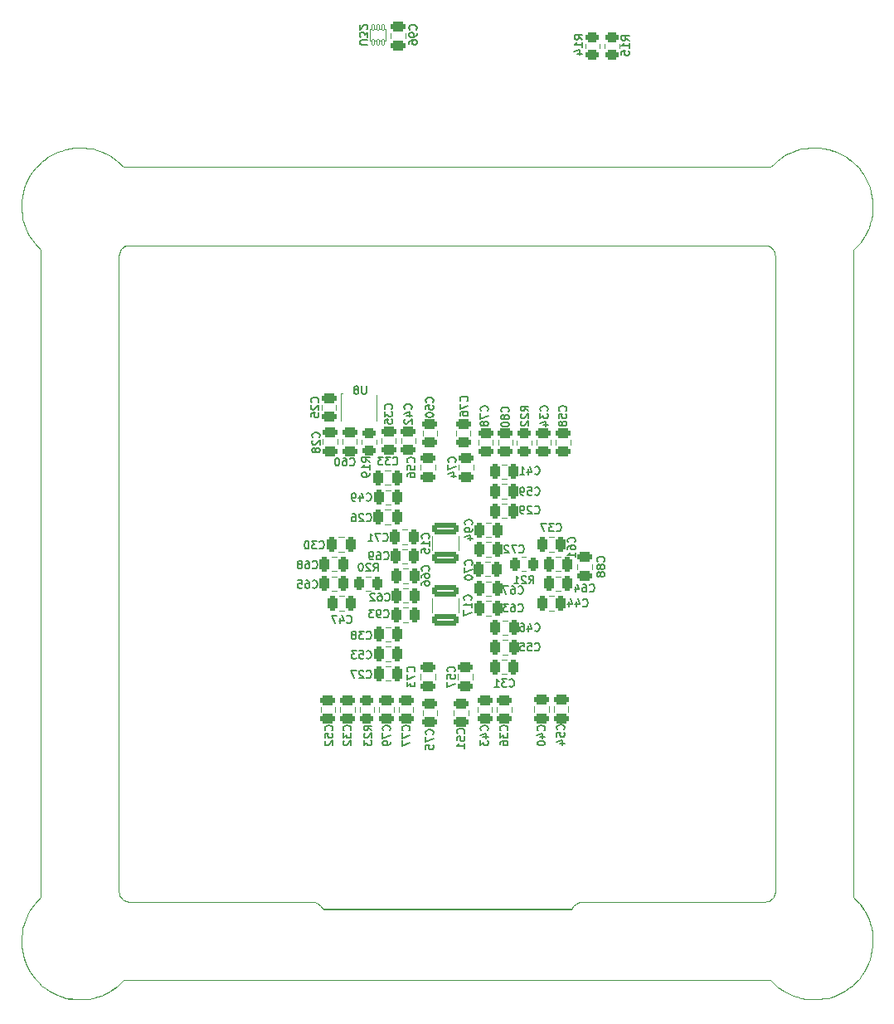
<source format=gbo>
G04 #@! TF.GenerationSoftware,KiCad,Pcbnew,7.0.7-7.0.7~ubuntu22.04.1*
G04 #@! TF.CreationDate,2024-03-12T08:48:12+01:00*
G04 #@! TF.ProjectId,qaxe,71617865-2e6b-4696-9361-645f70636258,rev?*
G04 #@! TF.SameCoordinates,Original*
G04 #@! TF.FileFunction,Legend,Bot*
G04 #@! TF.FilePolarity,Positive*
%FSLAX46Y46*%
G04 Gerber Fmt 4.6, Leading zero omitted, Abs format (unit mm)*
G04 Created by KiCad (PCBNEW 7.0.7-7.0.7~ubuntu22.04.1) date 2024-03-12 08:48:12*
%MOMM*%
%LPD*%
G01*
G04 APERTURE LIST*
G04 Aperture macros list*
%AMRoundRect*
0 Rectangle with rounded corners*
0 $1 Rounding radius*
0 $2 $3 $4 $5 $6 $7 $8 $9 X,Y pos of 4 corners*
0 Add a 4 corners polygon primitive as box body*
4,1,4,$2,$3,$4,$5,$6,$7,$8,$9,$2,$3,0*
0 Add four circle primitives for the rounded corners*
1,1,$1+$1,$2,$3*
1,1,$1+$1,$4,$5*
1,1,$1+$1,$6,$7*
1,1,$1+$1,$8,$9*
0 Add four rect primitives between the rounded corners*
20,1,$1+$1,$2,$3,$4,$5,0*
20,1,$1+$1,$4,$5,$6,$7,0*
20,1,$1+$1,$6,$7,$8,$9,0*
20,1,$1+$1,$8,$9,$2,$3,0*%
G04 Aperture macros list end*
%ADD10C,0.027881*%
%ADD11C,0.150000*%
%ADD12C,0.120000*%
%ADD13C,0.100000*%
%ADD14C,0.800000*%
%ADD15C,6.400000*%
%ADD16C,4.000000*%
%ADD17R,1.700000X1.700000*%
%ADD18O,1.700000X1.700000*%
%ADD19R,1.000000X1.000000*%
%ADD20O,1.000000X1.000000*%
%ADD21C,1.100000*%
%ADD22R,2.030000X1.730000*%
%ADD23O,2.030000X1.730000*%
%ADD24R,2.600000X2.600000*%
%ADD25C,2.600000*%
%ADD26C,0.650000*%
%ADD27O,1.000000X2.100000*%
%ADD28O,1.000000X1.800000*%
%ADD29RoundRect,0.250000X0.250000X0.475000X-0.250000X0.475000X-0.250000X-0.475000X0.250000X-0.475000X0*%
%ADD30RoundRect,0.250000X0.475000X-0.250000X0.475000X0.250000X-0.475000X0.250000X-0.475000X-0.250000X0*%
%ADD31RoundRect,0.250000X-0.475000X0.250000X-0.475000X-0.250000X0.475000X-0.250000X0.475000X0.250000X0*%
%ADD32RoundRect,0.250000X0.262500X0.450000X-0.262500X0.450000X-0.262500X-0.450000X0.262500X-0.450000X0*%
%ADD33RoundRect,0.250000X-0.262500X-0.450000X0.262500X-0.450000X0.262500X0.450000X-0.262500X0.450000X0*%
%ADD34RoundRect,0.250000X-0.250000X-0.475000X0.250000X-0.475000X0.250000X0.475000X-0.250000X0.475000X0*%
%ADD35RoundRect,0.250000X-0.450000X0.262500X-0.450000X-0.262500X0.450000X-0.262500X0.450000X0.262500X0*%
%ADD36R,1.000000X0.900000*%
%ADD37RoundRect,0.250000X1.100000X-0.325000X1.100000X0.325000X-1.100000X0.325000X-1.100000X-0.325000X0*%
%ADD38RoundRect,0.250000X0.450000X-0.262500X0.450000X0.262500X-0.450000X0.262500X-0.450000X-0.262500X0*%
%ADD39RoundRect,0.250000X-1.100000X0.325000X-1.100000X-0.325000X1.100000X-0.325000X1.100000X0.325000X0*%
%ADD40RoundRect,0.050000X0.100000X-0.285000X0.100000X0.285000X-0.100000X0.285000X-0.100000X-0.285000X0*%
G04 APERTURE END LIST*
D10*
X56662405Y-88768373D02*
X56677631Y-88780058D01*
X58331933Y-88899386D02*
X58471798Y-88792097D01*
X132642708Y-168526853D02*
X132596319Y-168527561D01*
X133829369Y-86851691D02*
X133911730Y-87050335D01*
X61810500Y-91946319D02*
X61799878Y-91960128D01*
X52480263Y-165699454D02*
X52289409Y-165328015D01*
X61907875Y-158302187D02*
X61921684Y-158312810D01*
X134415609Y-81928087D02*
X133975339Y-81781849D01*
X131150710Y-88151905D02*
X131158195Y-88169963D01*
X81838465Y-158767106D02*
X82008428Y-158895640D01*
X128347131Y-92029176D02*
X128241258Y-91891081D01*
X134855880Y-168076806D02*
X135309559Y-167843107D01*
X137170136Y-91399960D02*
X137461941Y-90981427D01*
X56415251Y-86681020D02*
X56403566Y-86696246D01*
X131642032Y-161359035D02*
X131626509Y-161370720D01*
X133591156Y-163609623D02*
X133420408Y-163740636D01*
X137332450Y-84039518D02*
X137359786Y-84076698D01*
X62386957Y-158529866D02*
X62559398Y-158552528D01*
X58642469Y-161490048D02*
X58773482Y-161660719D01*
X55653960Y-81942605D02*
X55698221Y-81928087D01*
X131158195Y-163118502D02*
X131083323Y-162937917D01*
X138230419Y-160745045D02*
X138244052Y-160789306D01*
X136018009Y-82745324D02*
X136055479Y-82772589D01*
X137461941Y-90981427D02*
X137435419Y-91019315D01*
X81734717Y-158714701D02*
X81714180Y-158705140D01*
X130815168Y-168276512D02*
X130770833Y-168262702D01*
X52055711Y-164874428D02*
X52289409Y-165328015D01*
X56216961Y-87014218D02*
X56209525Y-87032276D01*
X58133289Y-163930427D02*
X58151348Y-163922991D01*
X61620709Y-157876219D02*
X61627436Y-157892153D01*
X57013661Y-88974098D02*
X57194600Y-89049165D01*
X55742128Y-168237562D02*
X55698221Y-168223045D01*
X136528492Y-92070250D02*
X136881377Y-91701644D01*
X136725436Y-83341255D02*
X136758260Y-83374186D01*
X132725200Y-86127579D02*
X132919184Y-86153074D01*
X131083323Y-162161754D02*
X131165684Y-161963110D01*
X62386957Y-158529866D02*
X62300559Y-158518536D01*
X61694005Y-92097869D02*
X61810500Y-91946319D01*
X57981385Y-168532518D02*
X58486316Y-168459222D01*
X57517529Y-81623571D02*
X57053673Y-81628528D01*
X133896756Y-88188022D02*
X133904245Y-88169963D01*
X51599999Y-162151131D02*
X51659840Y-161737910D01*
X51604956Y-162614988D02*
X51609913Y-163078844D01*
X53296438Y-91768566D02*
X53264570Y-91734928D01*
X130770833Y-81888429D02*
X130327482Y-82024754D01*
X56108964Y-162355795D02*
X56083470Y-162549835D01*
X61620709Y-157876219D02*
X61627436Y-157892153D01*
X58761443Y-88505993D02*
X58880770Y-88350548D01*
X58331933Y-163847925D02*
X58471798Y-163740636D01*
X131626509Y-88780058D02*
X131781735Y-88899386D01*
X57369166Y-164020720D02*
X57388641Y-164023198D01*
X137633284Y-165699454D02*
X137387157Y-166036547D01*
X129493550Y-82431602D02*
X129074896Y-82723371D01*
X132317839Y-164020720D02*
X132337240Y-164023198D01*
X138508804Y-162614988D02*
X138503740Y-163078844D01*
X57757247Y-89077138D02*
X57776368Y-89074660D01*
X61560160Y-92597842D02*
X61584946Y-92408051D01*
X138058120Y-85276350D02*
X137824492Y-84822763D01*
X59786175Y-168126024D02*
X59387117Y-168248893D01*
X131471284Y-88661084D02*
X131340267Y-88490413D01*
X128241258Y-158260051D02*
X128283607Y-158204813D01*
X131233071Y-86851691D02*
X131364087Y-86681020D01*
X58487378Y-88780058D02*
X58331933Y-88899386D01*
X132744601Y-161078951D02*
X132725200Y-161076472D01*
X56083470Y-162549835D02*
X56106485Y-162724401D01*
X62473000Y-91609581D02*
X62559398Y-91598250D01*
X57407761Y-86125101D02*
X57388641Y-86127579D01*
X59081539Y-87601297D02*
X59053212Y-87814458D01*
X131980570Y-161169244D02*
X131962493Y-161176679D01*
X108591956Y-158625470D02*
X108605411Y-158621221D01*
X98357376Y-83603989D02*
X62051635Y-83603989D01*
X137387157Y-166036547D02*
X137359786Y-166074080D01*
X132705803Y-89077138D02*
X132725200Y-89074660D01*
X131340267Y-163438952D02*
X131352179Y-163454532D01*
X131781735Y-86302853D02*
X131980570Y-86220705D01*
X136725436Y-83341255D02*
X136758260Y-83374186D01*
X134030194Y-162549835D02*
X134007210Y-162375270D01*
X58151348Y-86228141D02*
X58331933Y-86302853D01*
X131962493Y-88974098D02*
X132143256Y-89049165D01*
X57776368Y-161076472D02*
X57970408Y-161101967D01*
X138508804Y-87536144D02*
X138503740Y-87072288D01*
X128241258Y-91891081D02*
X128357718Y-92042985D01*
X56595836Y-168445766D02*
X56138353Y-168369283D01*
X52006138Y-160345987D02*
X52189202Y-159970653D01*
X96371682Y-159392426D02*
X107705920Y-159393843D01*
X138508804Y-87536144D02*
X138513832Y-88000000D01*
X138508804Y-162614988D02*
X138513832Y-162151131D01*
X60161509Y-82207818D02*
X60203292Y-82228355D01*
X52480263Y-165699454D02*
X52781238Y-166111614D01*
X108591956Y-158625470D02*
X108707814Y-158592894D01*
X51599999Y-162151131D02*
X51605310Y-162661373D01*
X129952211Y-167942960D02*
X129910514Y-167922777D01*
X56134458Y-162937917D02*
X56202089Y-163100443D01*
X51686396Y-86614451D02*
X51609913Y-87072288D01*
X133975339Y-81781849D02*
X134371582Y-81913216D01*
X137700667Y-159512108D02*
X137408863Y-159093576D01*
X133911730Y-161999227D02*
X133904245Y-161981169D01*
X136528492Y-128376027D02*
X136528492Y-158080882D01*
X133896756Y-163136560D02*
X133979117Y-162937917D01*
X136791049Y-166744016D02*
X136758260Y-166776946D01*
X57194600Y-161101967D02*
X57407761Y-161073994D01*
X52055711Y-85276350D02*
X51894600Y-85760744D01*
X137904056Y-159929225D02*
X138107444Y-160345987D01*
X62559398Y-91598250D02*
X84217941Y-91598250D01*
X56209525Y-161981169D02*
X56134458Y-162161754D01*
X136055479Y-167378543D02*
X136430197Y-167104832D01*
X135680754Y-82498878D02*
X135227074Y-82265534D01*
X51599999Y-88000000D02*
X51673295Y-88504931D01*
X138350597Y-163993809D02*
X138434835Y-163490649D01*
X128034294Y-158418682D02*
X128089496Y-158376192D01*
X57388641Y-89074660D02*
X57582681Y-89100154D01*
X62300559Y-91632596D02*
X62236469Y-91659153D01*
X60245074Y-167902240D02*
X60203292Y-167922777D01*
X57776368Y-161076472D02*
X57582681Y-161050978D01*
X62490351Y-91607456D02*
X62473000Y-91609581D01*
X127620860Y-158541197D02*
X127534639Y-158552528D01*
X138440606Y-161645847D02*
X138447263Y-161691878D01*
X56216961Y-87014218D02*
X56209525Y-87032276D01*
X79886020Y-91598250D02*
X84217941Y-91598250D01*
X53264570Y-158415850D02*
X53585374Y-158080882D01*
X128473293Y-92274913D02*
X128466636Y-92258625D01*
X82319318Y-159238044D02*
X82407840Y-159393843D01*
X56415251Y-161629559D02*
X56403566Y-161645139D01*
X133435931Y-86422181D02*
X133280705Y-86302853D01*
X133099947Y-161176679D02*
X133280705Y-161251746D01*
X56111797Y-162336320D02*
X56108964Y-162355795D01*
X51604602Y-87582530D02*
X51604956Y-87536144D01*
X58440284Y-81685183D02*
X57981385Y-81618614D01*
X57031719Y-86220705D02*
X57013661Y-86228141D01*
X104840174Y-159237690D02*
X95056951Y-159246542D01*
X137924416Y-90180125D02*
X137904056Y-90221907D01*
X107806233Y-159213258D02*
X107820503Y-159190950D01*
X81508455Y-158621221D02*
X81521910Y-158625470D01*
X51763233Y-86156969D02*
X51894600Y-85760744D01*
X58151348Y-86228141D02*
X57970408Y-86153074D01*
X56138353Y-168369283D02*
X56641868Y-168453556D01*
X137170136Y-91399960D02*
X136881377Y-91701644D01*
X130327482Y-168126024D02*
X129952211Y-167942960D01*
X56134458Y-162161754D02*
X56111797Y-162336320D01*
X131214184Y-168399381D02*
X131719217Y-168472677D01*
X58151348Y-88974098D02*
X58331933Y-88899386D01*
X130770833Y-168262702D02*
X131214184Y-168399381D01*
X138380695Y-88918152D02*
X138453920Y-88413222D01*
X81838465Y-158767106D02*
X81833862Y-158764273D01*
X131642032Y-86410142D02*
X131626509Y-86422181D01*
X57582681Y-89100154D02*
X57369166Y-89071827D01*
X58948047Y-163136560D02*
X58955483Y-163118502D01*
X138453920Y-88413222D02*
X138447263Y-88458899D01*
X128466636Y-92258625D02*
X128499920Y-92339003D01*
X82102970Y-158969290D02*
X81969832Y-158866959D01*
X128430767Y-166900169D02*
X128397234Y-166867947D01*
X54804147Y-82308025D02*
X54845576Y-82286779D01*
X61694005Y-158052909D02*
X61620709Y-157876219D01*
X131673306Y-81685183D02*
X132132424Y-81618614D01*
X58955483Y-88169963D02*
X58948047Y-88188022D01*
X56111797Y-87387781D02*
X56108964Y-87407256D01*
X56391527Y-163438952D02*
X56403566Y-163454532D01*
X57582681Y-89100154D02*
X57757247Y-89077138D01*
X81508455Y-158621221D02*
X81415683Y-158595019D01*
X131471284Y-161490048D02*
X131364087Y-161629559D01*
X127793265Y-91632596D02*
X127970026Y-91705539D01*
X138427186Y-163536326D02*
X138503740Y-163078844D01*
X131032246Y-87601297D02*
X131060339Y-87387781D01*
X133081870Y-88981534D02*
X133099947Y-88974098D01*
X51604956Y-162614988D02*
X51599999Y-162151131D01*
X129151015Y-167480521D02*
X129112954Y-167453964D01*
X51609913Y-163078844D02*
X51694186Y-163582004D01*
X62059779Y-158418682D02*
X61907875Y-158302187D01*
X57563915Y-168527915D02*
X57517529Y-168527561D01*
X136528492Y-128376027D02*
X136528492Y-92070250D01*
X128283607Y-158204813D02*
X128294195Y-158191003D01*
X58394607Y-81678455D02*
X58440284Y-81685183D01*
X61990731Y-91785209D02*
X62059779Y-91732095D01*
X128241258Y-158260051D02*
X128089496Y-158376192D01*
X59053212Y-87814458D02*
X59056044Y-87794983D01*
X57582681Y-86102085D02*
X57407761Y-86125101D01*
X58761443Y-161645139D02*
X58642469Y-161490048D01*
X133829369Y-88350548D02*
X133698353Y-88521219D01*
X55257735Y-82074326D02*
X54804147Y-82308025D01*
X53232347Y-158449488D02*
X53264570Y-158415850D01*
X131471284Y-163609623D02*
X131340267Y-163438952D01*
X56550159Y-81712802D02*
X56595836Y-81705012D01*
X57053673Y-81628528D02*
X56550159Y-81712802D01*
X132919184Y-86153074D02*
X132744601Y-86130412D01*
X51733136Y-88918152D02*
X51883270Y-89405733D01*
X56833075Y-161251746D02*
X57031719Y-161169244D01*
X133280705Y-86302853D02*
X133451454Y-86433866D01*
X131471284Y-161490048D02*
X131642032Y-161359035D01*
X132337240Y-161076472D02*
X132143256Y-161101967D01*
X130726497Y-81901885D02*
X130770833Y-81888429D01*
X136092963Y-167350924D02*
X136055479Y-167378543D01*
X53585374Y-158080882D02*
X53585374Y-125075566D01*
X58487378Y-86422181D02*
X58642469Y-86541155D01*
X137359786Y-84076698D02*
X137086288Y-83702072D01*
X133081870Y-163930427D02*
X133099947Y-163922991D01*
X134007210Y-162375270D02*
X134004657Y-162355795D01*
X122604662Y-158552528D02*
X121372185Y-158552528D01*
X131471284Y-86541155D02*
X131642032Y-86410142D01*
X56284238Y-86851691D02*
X56415251Y-86681020D01*
X109047278Y-158552528D02*
X122604662Y-158552528D01*
X53585374Y-125075566D02*
X53585374Y-121775105D01*
X135309559Y-167843107D02*
X135268315Y-167864353D01*
X58899537Y-81751751D02*
X59298595Y-81874620D01*
X54020903Y-82799854D02*
X54058082Y-82772589D01*
X133563534Y-168437976D02*
X133517775Y-168445766D01*
X136881377Y-91701644D02*
X136849296Y-91734928D01*
X61571490Y-157639333D02*
X61560160Y-157553290D01*
X56111797Y-87387781D02*
X56108964Y-87407256D01*
X133722173Y-161660719D02*
X133710261Y-161645139D01*
X56138353Y-81781849D02*
X56550159Y-81712802D01*
X54433062Y-82498878D02*
X54020903Y-82799854D01*
X53296438Y-91768566D02*
X53264570Y-91734928D01*
X131781735Y-161251746D02*
X131980570Y-161169244D01*
X131781731Y-86302853D02*
X131642032Y-86410142D01*
X137924416Y-90180125D02*
X137904056Y-90221907D01*
X134030194Y-87601297D02*
X134002101Y-87814458D01*
X59058523Y-162375270D02*
X59056044Y-162355795D01*
X56693210Y-86410142D02*
X56677631Y-86422181D01*
X55742128Y-168237562D02*
X55698221Y-168223045D01*
X58880770Y-163299441D02*
X58948047Y-163136560D01*
X53388146Y-166809522D02*
X53355570Y-166776946D01*
X107794371Y-159238044D02*
X104840174Y-159237690D01*
X135268315Y-167864353D02*
X135680754Y-167651899D01*
X132725200Y-164023198D02*
X132919184Y-163997704D01*
X127534639Y-158552528D02*
X121372185Y-158552528D01*
X57194600Y-89049165D02*
X57369166Y-89071827D01*
X131233071Y-88350548D02*
X131340267Y-88490413D01*
X131158195Y-88169963D02*
X131233071Y-88350548D01*
X53355570Y-83374186D02*
X53027330Y-83702072D01*
X138453920Y-88413222D02*
X138447263Y-88458899D01*
X128034294Y-91732095D02*
X127970026Y-91705539D01*
X138509300Y-162568602D02*
X138508804Y-162614988D01*
X57517529Y-168527561D02*
X57981385Y-168532518D01*
X56677631Y-86422181D02*
X56833075Y-86302853D01*
X55257735Y-168076806D02*
X55742128Y-168237562D01*
X52412986Y-90638669D02*
X52704755Y-91057556D01*
X61810500Y-91946319D02*
X61799878Y-91960128D01*
X62059779Y-91732095D02*
X62004541Y-91774586D01*
X132725200Y-89074660D02*
X132531220Y-89100154D01*
X132919184Y-163997704D02*
X133081870Y-163930427D01*
X56415251Y-161629559D02*
X56403566Y-161645139D01*
X133911730Y-87050335D02*
X133904245Y-87032276D01*
X131083323Y-87213215D02*
X131165684Y-87014218D01*
X108944876Y-158561734D02*
X108965342Y-158559964D01*
X131158195Y-163118502D02*
X131233071Y-163299441D01*
X128062160Y-83603989D02*
X128363738Y-83315053D01*
X58502604Y-86433866D02*
X58487378Y-86422181D01*
X59053212Y-87814458D02*
X59056044Y-87794983D01*
X53683456Y-167104832D02*
X54095616Y-167405808D01*
X56522540Y-86541155D02*
X56693210Y-86410142D01*
X137904056Y-90221907D02*
X138107444Y-89804791D01*
X128732344Y-167188751D02*
X128430767Y-166900169D01*
X58440284Y-168465949D02*
X57981385Y-168532518D01*
X81521910Y-158625470D02*
X81714180Y-158705140D01*
X62051635Y-83603989D02*
X95056951Y-83603989D01*
X132337240Y-164023198D02*
X132143256Y-163997704D01*
X79886020Y-91598250D02*
X62559398Y-91598250D01*
X131962493Y-161176679D02*
X132143256Y-161101967D01*
X108399509Y-158705140D02*
X108591956Y-158625470D01*
X129074896Y-82723371D02*
X129112957Y-82696814D01*
X134855880Y-168076806D02*
X134459637Y-168208527D01*
X56106485Y-162724401D02*
X56108964Y-162743876D01*
X56138353Y-81781849D02*
X55653960Y-81942605D01*
X54058082Y-82772589D02*
X53683456Y-83045945D01*
X128400067Y-158052909D02*
X128426695Y-157988465D01*
X127793265Y-91632596D02*
X127724324Y-91623390D01*
X134007210Y-87426377D02*
X134004657Y-87407256D01*
X56391527Y-88490413D02*
X56403566Y-88505993D01*
X51678960Y-86660483D02*
X51686396Y-86614451D01*
X53585374Y-92070250D02*
X53296438Y-91768566D01*
X131340267Y-88490413D02*
X131352179Y-88505993D01*
X138257720Y-89317210D02*
X138244052Y-89361472D01*
X132919184Y-161101967D02*
X132744601Y-161078951D01*
X52268164Y-84864191D02*
X52055711Y-85276350D01*
X136791049Y-166744016D02*
X136758260Y-166776946D01*
X137359786Y-166074080D02*
X137086288Y-166448706D01*
X62236469Y-91659153D02*
X62220535Y-91665881D01*
X81405769Y-158592894D02*
X81415683Y-158595019D01*
X52268164Y-165286941D02*
X52480263Y-165699454D01*
X133280705Y-88899386D02*
X133280709Y-88899386D01*
X131610986Y-163716912D02*
X131626509Y-163728951D01*
X131083323Y-87989024D02*
X131150710Y-88151905D01*
X132744601Y-86130412D02*
X132725200Y-86127579D01*
X56202089Y-88151905D02*
X56209525Y-88169963D01*
X56995602Y-88966663D02*
X57013661Y-88974098D01*
X60203292Y-167922777D02*
X60620054Y-167719176D01*
X133118023Y-161184469D02*
X133099947Y-161176679D01*
X52006138Y-89804791D02*
X51883270Y-89405733D01*
X81148346Y-158559964D02*
X81168884Y-158561734D01*
X131032246Y-162549835D02*
X131060339Y-162336320D01*
X81969832Y-158866959D02*
X82008428Y-158895640D01*
X132705803Y-89077138D02*
X132725200Y-89074660D01*
X57013661Y-161176679D02*
X56833075Y-161251746D01*
X133979117Y-87989024D02*
X134002101Y-87814458D01*
X127970026Y-91705539D02*
X127953951Y-91698811D01*
X133829369Y-161800230D02*
X133911730Y-161999227D01*
X51894600Y-85760744D02*
X51909472Y-85716837D01*
X133975339Y-168369283D02*
X134459637Y-168208527D01*
X58761443Y-163454532D02*
X58642469Y-163609623D01*
X131364087Y-161629559D02*
X131352179Y-161645139D01*
X51599999Y-88000000D02*
X51604602Y-87582530D01*
X108399509Y-158705140D02*
X108379184Y-158714701D01*
X134004657Y-87794983D02*
X133979117Y-87989024D01*
X129112957Y-82696814D02*
X129493550Y-82431602D01*
X135227074Y-82265534D02*
X135268319Y-82286779D01*
X132143256Y-163997704D02*
X131944417Y-163915201D01*
X58486316Y-168459222D02*
X58440284Y-168465949D01*
X133904245Y-88169963D02*
X133896756Y-88188022D01*
X61594152Y-157811774D02*
X61620709Y-157876219D01*
X74897265Y-158552528D02*
X62559398Y-158552528D01*
X58169406Y-86235576D02*
X58151348Y-86228141D01*
X52943765Y-158750818D02*
X53232347Y-158449488D01*
X128473293Y-92274913D02*
X128466636Y-92258625D01*
X61594152Y-157811774D02*
X61569012Y-157622337D01*
X51686396Y-163536326D02*
X51609913Y-163078844D01*
X58502604Y-86433866D02*
X58487378Y-86422181D01*
X138447263Y-161691878D02*
X138380695Y-161232625D01*
X56522540Y-86541155D02*
X56415251Y-86681020D01*
X51609913Y-87072288D02*
X51604602Y-87582530D01*
X59030550Y-162161754D02*
X58962919Y-161999227D01*
X53585374Y-125075566D02*
X53585374Y-121775105D01*
X59056044Y-87794983D02*
X59081539Y-87601297D01*
X131781735Y-161251746D02*
X131642032Y-161359035D01*
X133451454Y-161382759D02*
X133435931Y-161370720D01*
X137408863Y-159093576D02*
X137435419Y-159131463D01*
X61852637Y-158260051D02*
X61736142Y-158108147D01*
X58880770Y-161800230D02*
X58773482Y-161660719D01*
X57582681Y-86102085D02*
X57795843Y-86130412D01*
X58955483Y-87032276D02*
X59030550Y-87213215D01*
X56403566Y-163454532D02*
X56284238Y-163299441D01*
X82102970Y-158969290D02*
X82097304Y-158963625D01*
X130327482Y-168126024D02*
X130815168Y-168276512D01*
X57970408Y-163997704D02*
X57757247Y-164025677D01*
X52246919Y-84905265D02*
X52268164Y-84864191D01*
X59056044Y-87407256D02*
X59081539Y-87601297D01*
X81066552Y-158552528D02*
X74897265Y-158552528D01*
X134004657Y-162355795D02*
X133979117Y-162161754D01*
X59030550Y-87989024D02*
X58955483Y-88169963D01*
X51909472Y-85716837D02*
X52055711Y-85276350D01*
X59387117Y-168248893D02*
X59342856Y-168262702D01*
X58331933Y-86302853D02*
X58502604Y-86433866D01*
X128397270Y-83283185D02*
X128062160Y-83603989D01*
X131055230Y-87775862D02*
X131057783Y-87794983D01*
X58761443Y-88505993D02*
X58642469Y-88661084D01*
X133710261Y-163454532D02*
X133591156Y-163609623D01*
X52209739Y-90221907D02*
X52006138Y-89804791D01*
X133280705Y-88899386D02*
X133081870Y-88981534D01*
X51659840Y-161737910D02*
X51666567Y-161691878D01*
X108279827Y-158764273D02*
X108143750Y-158866959D01*
X131083323Y-162937917D02*
X131055230Y-162724401D01*
X51869814Y-160789306D02*
X51733136Y-161232625D01*
X137387157Y-166036547D02*
X137359786Y-166074080D01*
X109047278Y-158552528D02*
X108965342Y-158559964D01*
X137408863Y-159093576D02*
X137435419Y-159131463D01*
X133904245Y-163118502D02*
X133829369Y-163299441D01*
X138204358Y-85716837D02*
X138058120Y-85276350D01*
X128522617Y-92511445D02*
X128533948Y-92597842D01*
X132143256Y-86153074D02*
X132356637Y-86125101D01*
X133517775Y-168445766D02*
X133975339Y-168369283D01*
X133904245Y-161981169D02*
X133979117Y-162161754D01*
X133451454Y-161382759D02*
X133435931Y-161370720D01*
X133911730Y-161999227D02*
X133904245Y-161981169D01*
X56677631Y-163728951D02*
X56522540Y-163609623D01*
X132356637Y-86125101D02*
X132337240Y-86127579D01*
X131962493Y-86228141D02*
X132143256Y-86153074D01*
X138107444Y-89804791D02*
X138257720Y-89317210D01*
X82097304Y-158963625D02*
X82277889Y-159170767D01*
X128103270Y-158365923D02*
X128241258Y-158260051D01*
X57970408Y-161101967D02*
X57795843Y-161078951D01*
X127970026Y-91705539D02*
X127953951Y-91698811D01*
X128294195Y-158191003D02*
X128400067Y-158052909D01*
X52753974Y-166074080D02*
X53027330Y-166448706D01*
X132549930Y-81623217D02*
X132596319Y-81623571D01*
X133710261Y-88505993D02*
X133829369Y-88350548D01*
X137086288Y-166448706D02*
X136791049Y-166744016D01*
X56108964Y-162743876D02*
X56134458Y-162937917D01*
X133435931Y-88780058D02*
X133280705Y-88899386D01*
X137332450Y-84039518D02*
X137359786Y-84076698D01*
X131083323Y-87213215D02*
X131060339Y-87387781D01*
X62300559Y-158518536D02*
X62369606Y-158527742D01*
X133698353Y-88521219D02*
X133710261Y-88505993D01*
X134004657Y-87407256D02*
X134030194Y-87601297D01*
X132725200Y-161076472D02*
X132919184Y-161101967D01*
X52189202Y-159970653D02*
X52209739Y-159929225D01*
X52678199Y-159131463D02*
X52412986Y-159512108D01*
X128426695Y-157988465D02*
X128433351Y-157972531D01*
X134004657Y-162743876D02*
X134030194Y-162549835D01*
X56106485Y-162724401D02*
X56108964Y-162743876D01*
X61799878Y-91960128D02*
X61852637Y-91891081D01*
X131060339Y-87387781D02*
X131057783Y-87407256D01*
X56677631Y-88780058D02*
X56522540Y-88661084D01*
X58331933Y-163847925D02*
X58133289Y-163930427D01*
X81833862Y-158764273D02*
X81734717Y-158714701D01*
X134004657Y-87794983D02*
X134030194Y-87601297D01*
X133710261Y-161645139D02*
X133829369Y-161800230D01*
X59298595Y-81874620D02*
X59342856Y-81888429D01*
X131032246Y-87601297D02*
X131055230Y-87775862D01*
X56106485Y-87775862D02*
X56108964Y-87794983D01*
X136018009Y-82745324D02*
X136055479Y-82772589D01*
X82277889Y-159170767D02*
X82247438Y-159135004D01*
X61381345Y-82962381D02*
X61683028Y-83250963D01*
X61569012Y-157622337D02*
X61571490Y-157639333D01*
X60203292Y-82228355D02*
X60620054Y-82431602D01*
X131673302Y-168465949D02*
X131214184Y-168399381D01*
X52209739Y-90221907D02*
X52412986Y-90638669D01*
X128732379Y-82962381D02*
X128363738Y-83315053D01*
X128089496Y-158376192D02*
X128103270Y-158365923D01*
X59342856Y-168262702D02*
X58899537Y-168399381D01*
X135268315Y-167864353D02*
X134855880Y-168076806D01*
X128433351Y-157972531D02*
X128400067Y-158052909D01*
X58394607Y-81678455D02*
X58440284Y-81685183D01*
X56284238Y-163299441D02*
X56202089Y-163100443D01*
X61736142Y-158108147D02*
X61746764Y-158121956D01*
X52704755Y-91057556D02*
X52678199Y-91019315D01*
X133904245Y-163118502D02*
X133896756Y-163136560D01*
X61683028Y-83250963D02*
X61716313Y-83283185D01*
X56284238Y-163299441D02*
X56391527Y-163438952D01*
X131158195Y-161981169D02*
X131233071Y-161800230D01*
X53264570Y-91734928D02*
X53585374Y-92070250D01*
X133979117Y-87213215D02*
X133911730Y-87050335D01*
X56134458Y-87989024D02*
X56106485Y-87775862D01*
X56662405Y-163716912D02*
X56677631Y-163728951D01*
X136817216Y-158382211D02*
X136849296Y-158415850D01*
X57471143Y-81623925D02*
X57517529Y-81623571D01*
X56833075Y-86302853D02*
X56693210Y-86410142D01*
X133979117Y-87989024D02*
X133904245Y-88169963D01*
X133979117Y-162161754D02*
X134007210Y-162375270D01*
X54845576Y-82286779D02*
X55257735Y-82074326D01*
X131610986Y-88768373D02*
X131626509Y-88780058D01*
X57388641Y-86127579D02*
X57582681Y-86102085D01*
X108698112Y-158595019D02*
X108605411Y-158621221D01*
X133829369Y-86851691D02*
X133722173Y-86711826D01*
X57757247Y-89077138D02*
X57776368Y-89074660D01*
X137700667Y-90638669D02*
X137924416Y-90180125D01*
X56403566Y-161645139D02*
X56284238Y-161800230D01*
X128062160Y-83603989D02*
X95056951Y-83603989D01*
X129868820Y-82248538D02*
X129910517Y-82228355D01*
X133280709Y-86302853D02*
X133118023Y-86235576D01*
X59056044Y-87794983D02*
X59030550Y-87989024D01*
X91756490Y-166547143D02*
X95056951Y-166547143D01*
X57471143Y-81623925D02*
X57517529Y-81623571D01*
X58642469Y-163609623D02*
X58749758Y-163470112D01*
X128433351Y-157972531D02*
X128499920Y-157811774D01*
X108143750Y-158866959D02*
X108105225Y-158895640D01*
X56134458Y-87989024D02*
X56202089Y-88151905D01*
X127620860Y-158541197D02*
X127793265Y-158518536D01*
X138058120Y-85276350D02*
X138189734Y-85672575D01*
X61381345Y-82962381D02*
X60962812Y-82670257D01*
X96371682Y-159392426D02*
X104840174Y-159237690D01*
X131150710Y-88151905D02*
X131158195Y-88169963D01*
X93739387Y-159392426D02*
X85255421Y-159237690D01*
X133060214Y-168522249D02*
X132642708Y-168526853D01*
X133975339Y-168369283D02*
X133563534Y-168437976D01*
X133829369Y-161800230D02*
X133722173Y-161660719D01*
X54845576Y-167864353D02*
X54433062Y-167651899D01*
X131083323Y-162161754D02*
X131060339Y-162336320D01*
X131626509Y-163728951D02*
X131781735Y-163847925D01*
X54095616Y-167405808D02*
X54058082Y-167378543D01*
X51666567Y-161691878D02*
X51733136Y-161232625D01*
X85255421Y-159237690D02*
X95056951Y-159246542D01*
X127724324Y-91623390D02*
X127707080Y-91620912D01*
X61716313Y-166867947D02*
X61381345Y-167188751D01*
X62220535Y-91665881D02*
X62059779Y-91732095D01*
X121372185Y-158552528D02*
X122604662Y-158552528D01*
X132337240Y-89074660D02*
X132531220Y-89100154D01*
X57194600Y-86153074D02*
X57407761Y-86125101D01*
X128186056Y-91848591D02*
X128172282Y-91837968D01*
X56108964Y-87794983D02*
X56134458Y-87989024D01*
X138509300Y-162568602D02*
X138508804Y-162614988D01*
X57194600Y-163997704D02*
X57369166Y-164020720D01*
X136881377Y-91701644D02*
X136849296Y-91734928D01*
X131165684Y-87014218D02*
X131158195Y-87032276D01*
X58169406Y-161184469D02*
X58151348Y-161176679D01*
X57194600Y-163997704D02*
X56995602Y-163915201D01*
X133591156Y-161490048D02*
X133722173Y-161660719D01*
X58642469Y-86541155D02*
X58773482Y-86711826D01*
X138513832Y-88000000D02*
X138453920Y-88413222D01*
X58761443Y-163454532D02*
X58880770Y-163299441D01*
X136758260Y-166776946D02*
X137086288Y-166448706D01*
X133435931Y-163728951D02*
X133591156Y-163609623D01*
X132317839Y-89071827D02*
X132337240Y-89074660D01*
X52704755Y-91057556D02*
X52678199Y-91019315D01*
X53585374Y-158080882D02*
X53232347Y-158449488D01*
X61627436Y-157892153D02*
X61694005Y-158052909D01*
X130770833Y-81888429D02*
X131214184Y-81751751D01*
X131352179Y-163454532D02*
X131471284Y-163609623D01*
X132919184Y-163997704D02*
X132705803Y-164025677D01*
X128089496Y-158376192D02*
X128103270Y-158365923D01*
X56403566Y-163454532D02*
X56522540Y-163609623D01*
X131060339Y-162336320D02*
X131057783Y-162355795D01*
X129493550Y-167719176D02*
X129151015Y-167480521D01*
X76131264Y-158552528D02*
X74897265Y-158552528D01*
X56083470Y-162549835D02*
X56111797Y-162336320D01*
X52189202Y-159970653D02*
X52209739Y-159929225D01*
X133451454Y-86433866D02*
X133435931Y-86422181D01*
X137086288Y-83702072D02*
X137332450Y-84039518D01*
X108016526Y-158963625D02*
X108105225Y-158895640D01*
X137435419Y-159131463D02*
X137700667Y-159512108D01*
X52268164Y-84864191D02*
X52480263Y-84451678D01*
X81415683Y-158595019D02*
X81148346Y-158559964D01*
X131626509Y-86422181D02*
X131781735Y-86302853D01*
X132596319Y-168527561D02*
X132132424Y-168532518D01*
X132132424Y-81618614D02*
X131627391Y-81691910D01*
X133081870Y-88981534D02*
X133099947Y-88974098D01*
X58133289Y-163930427D02*
X58151348Y-163922991D01*
X58955483Y-87032276D02*
X58880770Y-86851691D01*
X128357718Y-92042985D02*
X128347131Y-92029176D01*
X56662405Y-88768373D02*
X56677631Y-88780058D01*
X128062125Y-166547143D02*
X128430767Y-166900169D01*
X133517778Y-81705012D02*
X133975339Y-81781849D01*
X131980570Y-86220705D02*
X131962493Y-86228141D01*
X55257735Y-168076806D02*
X54886650Y-167885598D01*
X56833075Y-161251746D02*
X56693210Y-161359035D01*
X52006138Y-89804791D02*
X52229922Y-90263690D01*
X132531220Y-161050978D02*
X132744601Y-161078951D01*
X136758260Y-166776946D02*
X136430197Y-167104832D01*
X58487378Y-88780058D02*
X58642469Y-88661084D01*
X128533948Y-114249658D02*
X128533948Y-109919153D01*
X133099947Y-161176679D02*
X132919184Y-161101967D01*
X52781238Y-166111614D02*
X52753974Y-166074080D01*
X56209525Y-163118502D02*
X56134458Y-162937917D01*
X52055711Y-164874428D02*
X51923990Y-164478202D01*
X137883731Y-159887442D02*
X137904056Y-159929225D01*
X59342856Y-81888429D02*
X59786175Y-82024754D01*
X127793265Y-158518536D02*
X127603615Y-158543322D01*
X136528492Y-158080882D02*
X136528492Y-125075566D01*
X51763233Y-163993809D02*
X51694186Y-163582004D01*
X138434835Y-163490649D02*
X138427186Y-163536326D01*
X138189734Y-85672575D02*
X138204358Y-85716837D01*
X61852637Y-91891081D02*
X62004541Y-91774586D01*
X62490351Y-91607456D02*
X62473000Y-91609581D01*
X134004657Y-162355795D02*
X134030194Y-162549835D01*
X59030550Y-162161754D02*
X59058523Y-162375270D01*
X108010684Y-158969290D02*
X108016526Y-158963625D01*
X131944417Y-163915201D02*
X131962493Y-163922991D01*
X56108964Y-87407256D02*
X56083470Y-87601297D01*
X129910517Y-82228355D02*
X130327482Y-82024754D01*
X51909472Y-164434295D02*
X51763233Y-163993809D01*
X56403566Y-86696246D02*
X56522540Y-86541155D01*
X61660721Y-92178247D02*
X61694005Y-92097869D01*
X81415683Y-158595019D02*
X81405769Y-158592894D01*
X136849296Y-158415850D02*
X137170136Y-158750818D01*
X51694186Y-163582004D02*
X51686396Y-163536326D01*
X60161509Y-82207818D02*
X60203292Y-82228355D01*
X132531220Y-89100154D02*
X132317839Y-89071827D01*
X127857568Y-158491979D02*
X127873608Y-158485251D01*
X137170136Y-158750818D02*
X136817216Y-158382211D01*
X134415609Y-168223045D02*
X134855880Y-168076806D01*
X131944417Y-88966663D02*
X131962493Y-88974098D01*
X137845702Y-165286941D02*
X137633284Y-165699454D01*
X127603615Y-158543322D02*
X127620860Y-158541197D01*
X137086288Y-83702072D02*
X136725436Y-83341255D01*
X108605411Y-158621221D02*
X108379184Y-158714701D01*
X62140157Y-158451967D02*
X62059779Y-158418682D01*
X108105225Y-158895640D02*
X108143750Y-158866959D01*
X62140157Y-158451967D02*
X62300559Y-158518536D01*
X62004541Y-91774586D02*
X61990731Y-91785209D01*
X57407761Y-161073994D02*
X57388641Y-161076472D01*
X132531220Y-164048693D02*
X132317839Y-164020720D01*
X128533948Y-157553290D02*
X128508985Y-157743081D01*
X51894600Y-85760744D02*
X51909472Y-85716837D01*
X57776368Y-164023198D02*
X57970408Y-163997704D01*
X138427186Y-163536326D02*
X138350597Y-163993809D01*
X128533948Y-109919153D02*
X128533948Y-114249658D01*
X129112954Y-167453964D02*
X128732344Y-167188751D01*
X108105225Y-158895640D02*
X108275330Y-158767106D01*
X133911730Y-87050335D02*
X133904245Y-87032276D01*
X127953951Y-91698811D02*
X127793265Y-91632596D01*
X138440606Y-161645847D02*
X138447263Y-161691878D01*
X127603615Y-158543322D02*
X127620860Y-158541197D01*
X138419503Y-86568774D02*
X138427186Y-86614451D01*
X133517778Y-81705012D02*
X133060214Y-81628528D01*
X53683456Y-83045945D02*
X54020903Y-82799854D01*
X128499920Y-157811774D02*
X128508985Y-157743081D01*
X138434835Y-163490649D02*
X138427186Y-163536326D01*
X95056951Y-166547143D02*
X128062125Y-166547143D01*
X95056951Y-159393489D02*
X96371682Y-159392426D01*
X133904245Y-87032276D02*
X133979117Y-87213215D01*
X128363738Y-83315053D02*
X128397270Y-83283185D01*
X62300559Y-91632596D02*
X62490351Y-91607456D01*
X56677631Y-161370720D02*
X56522540Y-161490048D01*
X52678199Y-91019315D02*
X52943765Y-91399960D01*
X138513832Y-162151131D02*
X138509300Y-162568602D01*
X54058082Y-82772589D02*
X54433062Y-82498878D01*
X82407840Y-159393843D02*
X93739387Y-159392426D01*
X133420408Y-163740636D02*
X133435931Y-163728951D01*
X132337240Y-89074660D02*
X132143256Y-89049165D01*
X134002101Y-162763351D02*
X134004657Y-162743876D01*
X62123869Y-158445239D02*
X62140157Y-158451967D01*
X127953951Y-91698811D02*
X128034294Y-91732095D01*
X61560160Y-135901474D02*
X61560160Y-92597842D01*
X136092963Y-167350924D02*
X136055479Y-167378543D01*
X107820503Y-159190950D02*
X107794371Y-159238044D01*
X59342856Y-81888429D02*
X58899537Y-81751751D01*
X104840174Y-159237690D02*
X96371682Y-159392426D01*
X134855880Y-82074326D02*
X134371582Y-81913216D01*
X129493550Y-167719176D02*
X129952211Y-167942960D01*
X56216961Y-161963110D02*
X56209525Y-161981169D01*
X128524883Y-92528795D02*
X128522617Y-92511445D01*
X132337240Y-86127579D02*
X132143256Y-86153074D01*
X128430767Y-166900169D02*
X128397234Y-166867947D01*
X128186056Y-91848591D02*
X128172282Y-91837968D01*
X134007210Y-162375270D02*
X134004657Y-162355795D01*
X128732344Y-167188751D02*
X129151015Y-167480521D01*
X59081539Y-162549835D02*
X59053212Y-162763351D01*
X56138353Y-168369283D02*
X55742128Y-168237562D01*
X85255421Y-159237690D02*
X82319318Y-159238044D01*
X138419503Y-86568774D02*
X138427186Y-86614451D01*
X58331933Y-161251746D02*
X58169406Y-161184469D01*
X52055711Y-85276350D02*
X52246919Y-84905265D01*
X58642469Y-88661084D02*
X58471798Y-88792097D01*
X58642469Y-88661084D02*
X58749758Y-88521219D01*
X133472020Y-81697576D02*
X133517778Y-81705012D01*
X51678960Y-86660483D02*
X51686396Y-86614451D01*
X58642469Y-86541155D02*
X58502604Y-86433866D01*
X81405769Y-158592894D02*
X81521910Y-158625470D01*
X133280705Y-161251746D02*
X133118023Y-161184469D01*
X132143256Y-86153074D02*
X131980570Y-86220705D01*
X133420408Y-88792097D02*
X133435931Y-88780058D01*
X137866947Y-165245513D02*
X137845702Y-165286941D01*
X131471284Y-86541155D02*
X131364087Y-86681020D01*
X138107444Y-160345987D02*
X137883731Y-159887442D01*
X51909472Y-164434295D02*
X52055711Y-164874428D01*
X137633284Y-165699454D02*
X137866947Y-165245513D01*
X56209525Y-87032276D02*
X56134458Y-87213215D01*
X56522540Y-88661084D02*
X56662405Y-88768373D01*
X61907875Y-158302187D02*
X61921684Y-158312810D01*
X62051635Y-83603989D02*
X61683028Y-83250963D01*
X59030550Y-162937917D02*
X59053212Y-162763351D01*
X56403566Y-161645139D02*
X56522540Y-161490048D01*
X131781735Y-163847925D02*
X131610986Y-163716912D01*
X132143256Y-163997704D02*
X132317839Y-164020720D01*
X131944417Y-88966663D02*
X131962493Y-88974098D01*
X132531220Y-164048693D02*
X132705803Y-164025677D01*
X130815168Y-168276512D02*
X130770833Y-168262702D01*
X132337240Y-164023198D02*
X132531220Y-164048693D01*
X133435931Y-163728951D02*
X133280705Y-163847925D01*
X82008428Y-158895640D02*
X81969832Y-158866959D01*
X58761443Y-86696246D02*
X58642469Y-86541155D01*
X62059779Y-158418682D02*
X62123869Y-158445239D01*
X132531220Y-89100154D02*
X132705803Y-89077138D01*
X62559398Y-91598250D02*
X62490351Y-91607456D01*
X56108964Y-87794983D02*
X56083470Y-87601297D01*
X61667448Y-92162313D02*
X61660721Y-92178247D01*
X128103270Y-158365923D02*
X128034294Y-158418682D01*
X138058120Y-164874428D02*
X138218982Y-164390034D01*
X57970408Y-163997704D02*
X58133289Y-163930427D01*
X134459637Y-168208527D02*
X134415609Y-168223045D01*
X133710261Y-88505993D02*
X133591156Y-88661084D01*
X81714180Y-158705140D02*
X81734717Y-158714701D01*
X131057783Y-162743876D02*
X131083323Y-162937917D01*
X59058523Y-87426377D02*
X59056044Y-87407256D01*
X133979117Y-87213215D02*
X134007210Y-87426377D01*
X133829369Y-163299441D02*
X133698353Y-163470112D01*
X133829369Y-88350548D02*
X133896756Y-88188022D01*
X91756490Y-166547143D02*
X62051635Y-166547143D01*
X57795843Y-161078951D02*
X57776368Y-161076472D01*
X133099947Y-88974098D02*
X132919184Y-89049165D01*
X52229922Y-90263690D02*
X52209739Y-90221907D01*
X56677631Y-163728951D02*
X56833075Y-163847925D01*
X53027330Y-166448706D02*
X53388146Y-166809522D01*
X131340267Y-88490413D02*
X131352179Y-88505993D01*
X56677631Y-88780058D02*
X56833075Y-88899386D01*
X57031719Y-161169244D02*
X57013661Y-161176679D01*
X131642032Y-161359035D02*
X131626509Y-161370720D01*
X57981385Y-81618614D02*
X57471143Y-81623925D01*
X58487378Y-161370720D02*
X58331933Y-161251746D01*
X61749951Y-166835725D02*
X61716313Y-166867947D01*
X131673306Y-81685183D02*
X131214184Y-81751751D01*
X138508273Y-87489759D02*
X138508804Y-87536144D01*
X57776368Y-86127579D02*
X57970408Y-86153074D01*
X132356637Y-161073994D02*
X132337240Y-161076472D01*
X136758260Y-83374186D02*
X136430197Y-83045945D01*
X52753974Y-84076698D02*
X52480263Y-84451678D01*
X57053673Y-81628528D02*
X57471143Y-81623925D01*
X53027330Y-83702072D02*
X52726709Y-84114231D01*
X134030194Y-162549835D02*
X134002101Y-162763351D01*
X138204358Y-85716837D02*
X138350597Y-86156969D01*
X93739387Y-159392426D02*
X85255421Y-159237690D01*
X57776368Y-89074660D02*
X57970408Y-89049165D01*
X132143256Y-89049165D02*
X131944417Y-88966663D01*
X57776368Y-89074660D02*
X57582681Y-89100154D01*
X137435419Y-91019315D02*
X137170136Y-91399960D01*
X129112957Y-82696814D02*
X128732379Y-82962381D01*
X62220535Y-91665881D02*
X62300559Y-91632596D01*
X108707814Y-158592894D02*
X108698112Y-158595019D01*
X131150710Y-163100443D02*
X131158195Y-163118502D01*
X131626509Y-88780058D02*
X131471284Y-88661084D01*
X136055479Y-82772589D02*
X136430197Y-83045945D01*
X131610986Y-88768373D02*
X131626509Y-88780058D01*
X59786175Y-168126024D02*
X60245074Y-167902240D01*
X107794371Y-159238044D02*
X107705920Y-159393843D01*
X52289409Y-165328015D02*
X52268164Y-165286941D01*
X133979117Y-162937917D02*
X134002101Y-162763351D01*
X138380695Y-88918152D02*
X138257720Y-89317210D01*
X53355570Y-83374186D02*
X53683456Y-83045945D01*
X61560160Y-92597842D02*
X61560160Y-140231625D01*
X134415609Y-168223045D02*
X133975339Y-168369283D01*
X56522540Y-163609623D02*
X56391527Y-163438952D01*
X137904056Y-90221907D02*
X137700667Y-90638669D01*
X132531220Y-86102085D02*
X132744601Y-86130412D01*
X57981385Y-81618614D02*
X58394607Y-81678455D01*
X57970408Y-86153074D02*
X58169406Y-86235576D01*
X133060214Y-81628528D02*
X133472020Y-81697576D01*
X53355570Y-166776946D02*
X53027330Y-166448706D01*
X54433062Y-167651899D02*
X54886650Y-167885598D01*
X60962812Y-82670257D02*
X61000699Y-82696814D01*
X58331933Y-88899386D02*
X58133289Y-88981534D01*
X132531220Y-161050978D02*
X132356637Y-161073994D01*
X81714180Y-158705140D02*
X81838465Y-158767106D01*
X131626509Y-161370720D02*
X131471284Y-161490048D01*
X57388641Y-86127579D02*
X57194600Y-86153074D01*
X52726709Y-84114231D02*
X52753974Y-84076698D01*
X58440284Y-168465949D02*
X58899537Y-168399381D01*
X136055479Y-82772589D02*
X135680754Y-82498878D01*
X58642469Y-163609623D02*
X58471798Y-163740636D01*
X56284238Y-161800230D02*
X56216961Y-161963110D01*
X82319318Y-159238044D02*
X82407840Y-159393843D01*
X58899537Y-168399381D02*
X59387117Y-168248893D01*
X133099947Y-86228141D02*
X133280705Y-86302853D01*
X60245074Y-167902240D02*
X60203292Y-167922777D01*
X53232347Y-158449488D02*
X53264570Y-158415850D01*
X56833075Y-163847925D02*
X56662405Y-163716912D01*
X59058523Y-162375270D02*
X59056044Y-162355795D01*
X55257735Y-82074326D02*
X55653960Y-81942605D01*
X61038941Y-167427407D02*
X61000699Y-167453964D01*
X53683456Y-167104832D02*
X53388146Y-166809522D01*
X132596319Y-81623571D02*
X132132424Y-81618614D01*
X60620054Y-82431602D02*
X60962812Y-82670257D01*
X138427186Y-86614451D02*
X138503740Y-87072288D01*
X132725200Y-89074660D02*
X132919184Y-89049165D01*
X95056951Y-159246542D02*
X95056951Y-159393489D01*
X58486316Y-168459222D02*
X58440284Y-168465949D01*
X128347131Y-92029176D02*
X128400067Y-92097869D01*
X60203292Y-167922777D02*
X59786175Y-168126024D01*
X136430197Y-167104832D02*
X136791049Y-166744016D01*
X74897265Y-158552528D02*
X76131264Y-158552528D01*
X53264570Y-91734928D02*
X52943765Y-91399960D01*
X56391527Y-163438952D02*
X56403566Y-163454532D01*
X59056044Y-162743876D02*
X59030550Y-162937917D01*
X131352179Y-163454532D02*
X131233071Y-163299441D01*
X56202089Y-163100443D02*
X56209525Y-163118502D01*
X136528492Y-125075566D02*
X136528492Y-128376027D01*
X53388146Y-166809522D02*
X53355570Y-166776946D01*
X58880770Y-161800230D02*
X58962919Y-161999227D01*
X56693210Y-161359035D02*
X56677631Y-161370720D01*
X136528492Y-125075566D02*
X136528492Y-128376027D01*
X61569012Y-157622337D02*
X61571490Y-157639333D01*
X107866428Y-159134650D02*
X107806233Y-159213258D01*
X130327482Y-82024754D02*
X130726497Y-81901885D01*
X58471798Y-88792097D02*
X58487378Y-88780058D01*
X81734717Y-158714701D02*
X81508455Y-158621221D01*
X133979117Y-162161754D02*
X133911730Y-161999227D01*
X81168884Y-158561734D02*
X81405769Y-158592894D01*
X127873608Y-158485251D02*
X128034294Y-158418682D01*
X133060214Y-168522249D02*
X133563534Y-168437976D01*
X51869814Y-160789306D02*
X52006138Y-160345987D01*
X56995602Y-88966663D02*
X57013661Y-88974098D01*
X133451454Y-86433866D02*
X133435931Y-86422181D01*
X131626509Y-163728951D02*
X131471284Y-163609623D01*
X61582821Y-92425401D02*
X61560160Y-92597842D01*
X137435419Y-91019315D02*
X137700667Y-90638669D01*
X135268319Y-82286779D02*
X134855880Y-82074326D01*
X132642708Y-168526853D02*
X132596319Y-168527561D01*
X128397234Y-166867947D02*
X128732344Y-167188751D01*
X138508273Y-87489759D02*
X138508804Y-87536144D01*
X61667448Y-92162313D02*
X61660721Y-92178247D01*
X51673295Y-88504931D02*
X51666567Y-88458899D01*
X131642032Y-86410142D02*
X131626509Y-86422181D01*
X129910517Y-82228355D02*
X129493550Y-82431602D01*
X138503740Y-163078844D02*
X138434835Y-163490649D01*
X56677631Y-86422181D02*
X56522540Y-86541155D01*
X57388641Y-164023198D02*
X57194600Y-163997704D01*
X53322640Y-83406762D02*
X53355570Y-83374186D01*
X51923990Y-164478202D02*
X51909472Y-164434295D01*
X56111797Y-162336320D02*
X56108964Y-162355795D01*
X132725200Y-164023198D02*
X132531220Y-164048693D01*
X59030550Y-87989024D02*
X59053212Y-87814458D01*
X51694186Y-163582004D02*
X51686396Y-163536326D01*
X57970408Y-86153074D02*
X57795843Y-86130412D01*
X134371582Y-81913216D02*
X134415609Y-81928087D01*
X54020903Y-82799854D02*
X54058082Y-82772589D01*
X131471284Y-163609623D02*
X131610986Y-163716912D01*
X57517529Y-168527561D02*
X57053673Y-168522249D01*
X137435419Y-159131463D02*
X137170136Y-158750818D01*
X132356637Y-161073994D02*
X132337240Y-161076472D01*
X56833075Y-163847925D02*
X56995602Y-163915201D01*
X56833075Y-88899386D02*
X56662405Y-88768373D01*
X82307633Y-159213258D02*
X82247438Y-159135004D01*
X57053673Y-168522249D02*
X57563915Y-168527915D01*
X58880770Y-163299441D02*
X58749758Y-163470112D01*
X108275330Y-158767106D02*
X108279827Y-158764273D01*
X51856005Y-160833922D02*
X51869814Y-160789306D01*
X133896756Y-163136560D02*
X133904245Y-163118502D01*
X131233071Y-161800230D02*
X131165684Y-161963110D01*
X81833862Y-158764273D02*
X81838465Y-158767106D01*
X131057783Y-162743876D02*
X131032246Y-162549835D01*
X133118023Y-86235576D02*
X133099947Y-86228141D01*
X58948047Y-163136560D02*
X59030550Y-162937917D01*
X132705803Y-164025677D02*
X132725200Y-164023198D01*
X128533948Y-109919153D02*
X128533948Y-92597842D01*
X134459637Y-168208527D02*
X134415609Y-168223045D01*
X58773482Y-86711826D02*
X58761443Y-86696246D01*
X131364087Y-86681020D02*
X131352179Y-86696246D01*
X56216961Y-161963110D02*
X56209525Y-161981169D01*
X51604956Y-87536144D02*
X51599999Y-88000000D01*
X135309559Y-167843107D02*
X135268315Y-167864353D01*
X108944876Y-158561734D02*
X109047278Y-158552528D01*
X62051635Y-166547143D02*
X61749951Y-166835725D01*
X136849296Y-91734928D02*
X136528492Y-92070250D01*
X128499920Y-92339003D02*
X128473293Y-92274913D01*
X107806233Y-159213258D02*
X107820503Y-159190950D01*
X128172282Y-91837968D02*
X128034294Y-91732095D01*
X58749758Y-163470112D02*
X58761443Y-163454532D01*
X128533948Y-92597842D02*
X128533948Y-114249658D01*
X131233071Y-86851691D02*
X131165684Y-87014218D01*
X61852637Y-158260051D02*
X61907875Y-158302187D01*
X132132424Y-168532518D02*
X132642708Y-168526853D01*
X133698353Y-163470112D02*
X133710261Y-163454532D01*
X60962812Y-82670257D02*
X61000699Y-82696814D01*
X138350597Y-163993809D02*
X138218982Y-164390034D01*
X52229922Y-90263690D02*
X52209739Y-90221907D01*
X122604662Y-158552528D02*
X127534639Y-158552528D01*
X58151348Y-161176679D02*
X58331933Y-161251746D01*
X61381345Y-167188751D02*
X61038941Y-167427407D01*
X133081870Y-163930427D02*
X133099947Y-163922991D01*
X133975339Y-81781849D02*
X133472020Y-81697576D01*
X133710261Y-86696246D02*
X133829369Y-86851691D01*
X59030550Y-87213215D02*
X58962919Y-87050335D01*
X59081539Y-87601297D02*
X59058523Y-87426377D01*
X128397234Y-166867947D02*
X128062125Y-166547143D01*
X51673295Y-88504931D02*
X51666567Y-88458899D01*
X132143256Y-161101967D02*
X132356637Y-161073994D01*
X133280709Y-88899386D02*
X133420408Y-88792097D01*
X131364087Y-161629559D02*
X131352179Y-161645139D01*
X52943765Y-158750818D02*
X52651642Y-159169705D01*
X138107444Y-160345987D02*
X138230419Y-160745045D01*
X61627436Y-157892153D02*
X61594152Y-157811774D01*
X58133289Y-88981534D02*
X58151348Y-88974098D01*
X138218982Y-164390034D02*
X138204358Y-164434295D01*
X135680754Y-167651899D02*
X135309559Y-167843107D01*
X58962919Y-87050335D02*
X58955483Y-87032276D01*
X54886650Y-167885598D02*
X54845576Y-167864353D01*
X133099947Y-163922991D02*
X133280705Y-163847925D01*
X58749758Y-163470112D02*
X58761443Y-163454532D01*
X59081539Y-162549835D02*
X59058523Y-162375270D01*
X128511251Y-157725731D02*
X128499920Y-157811774D01*
X131352179Y-88505993D02*
X131471284Y-88661084D01*
X134371582Y-81913216D02*
X134415609Y-81928087D01*
X58948047Y-88188022D02*
X58955483Y-88169963D01*
X133710261Y-161645139D02*
X133591156Y-161490048D01*
X56522540Y-161490048D02*
X56415251Y-161629559D01*
X57369166Y-89071827D02*
X57388641Y-89074660D01*
X95056951Y-159393489D02*
X93739387Y-159392426D01*
X55698221Y-168223045D02*
X55257735Y-168076806D01*
X131352179Y-161645139D02*
X131233071Y-161800230D01*
X129952211Y-167942960D02*
X129910514Y-167922777D01*
X52480263Y-84451678D02*
X52726709Y-84114231D01*
X138503740Y-163078844D02*
X138509300Y-162568602D01*
X138244052Y-160789306D02*
X138380695Y-161232625D01*
X58471798Y-163740636D02*
X58487378Y-163728951D01*
X131471284Y-88661084D02*
X131610986Y-88768373D01*
X58773482Y-161660719D02*
X58761443Y-161645139D01*
X133698353Y-88521219D02*
X133710261Y-88505993D01*
X133280705Y-86302853D02*
X133280709Y-86302853D01*
X134002101Y-87814458D02*
X134004657Y-87794983D01*
X128499920Y-92339003D02*
X128524883Y-92528795D01*
X54433062Y-82498878D02*
X54804147Y-82308025D01*
X57517529Y-81623571D02*
X57981385Y-81618614D01*
X59030550Y-162937917D02*
X58955483Y-163118502D01*
X62369606Y-158527742D02*
X62386957Y-158529866D01*
X61921684Y-158312810D02*
X61852637Y-158260051D01*
X58151348Y-163922991D02*
X57970408Y-163997704D01*
X58761443Y-161645139D02*
X58880770Y-161800230D01*
X137824492Y-84822763D02*
X137845702Y-84864191D01*
X57582681Y-164048693D02*
X57757247Y-164025677D01*
X133722173Y-86711826D02*
X133710261Y-86696246D01*
X131057783Y-162355795D02*
X131083323Y-162161754D01*
X61694005Y-158052909D02*
X61736142Y-158108147D01*
X57388641Y-161076472D02*
X57194600Y-161101967D01*
X61381345Y-167188751D02*
X61749951Y-166835725D01*
X52246919Y-84905265D02*
X52268164Y-84864191D01*
X57795843Y-161078951D02*
X57776368Y-161076472D01*
X52678199Y-159131463D02*
X52943765Y-158750818D01*
X58955483Y-161981169D02*
X58880770Y-161800230D01*
X132919184Y-86153074D02*
X133118023Y-86235576D01*
X133829369Y-163299441D02*
X133896756Y-163136560D01*
X61716313Y-83283185D02*
X61381345Y-82962381D01*
X62123869Y-158445239D02*
X62140157Y-158451967D01*
X131057783Y-87794983D02*
X131032246Y-87601297D01*
X131980570Y-86220705D02*
X131962493Y-86228141D01*
X59030550Y-87213215D02*
X59058523Y-87426377D01*
X132317839Y-164020720D02*
X132337240Y-164023198D01*
X133517775Y-168445766D02*
X133060214Y-168522249D01*
X60620054Y-82431602D02*
X60161509Y-82207818D01*
X51763233Y-86156969D02*
X51678960Y-86660483D01*
X131962493Y-163922991D02*
X132143256Y-163997704D01*
X56833075Y-86302853D02*
X57031719Y-86220705D01*
X57407761Y-86125101D02*
X57388641Y-86127579D01*
X51733136Y-88918152D02*
X51673295Y-88504931D01*
X57053673Y-168522249D02*
X56641868Y-168453556D01*
X131158195Y-87032276D02*
X131233071Y-86851691D01*
X82247438Y-159135004D02*
X82277889Y-159170767D01*
X137883731Y-159887442D02*
X137904056Y-159929225D01*
X56693210Y-86410142D02*
X56677631Y-86422181D01*
X56108964Y-162743876D02*
X56083470Y-162549835D01*
X131057783Y-87407256D02*
X131083323Y-87213215D01*
X56108964Y-162355795D02*
X56134458Y-162161754D01*
X133472020Y-81697576D02*
X133517778Y-81705012D01*
X133722173Y-86711826D02*
X133710261Y-86696246D01*
X138380695Y-161232625D02*
X138440606Y-161645847D01*
X84217941Y-91598250D02*
X127534639Y-91598250D01*
X138513832Y-88000000D02*
X138508273Y-87489759D01*
X57369166Y-164020720D02*
X57388641Y-164023198D01*
X58440284Y-81685183D02*
X58899537Y-81751751D01*
X59342856Y-168262702D02*
X59786175Y-168126024D01*
X56202089Y-163100443D02*
X56209525Y-163118502D01*
X108016526Y-158963625D02*
X108010684Y-158969290D01*
X133420408Y-88792097D02*
X133435931Y-88780058D01*
X57031719Y-86220705D02*
X57013661Y-86228141D01*
X138107444Y-89804791D02*
X137924416Y-90180125D01*
X108010684Y-158969290D02*
X107866428Y-159134650D01*
X131719217Y-168472677D02*
X131673302Y-168465949D01*
X138204358Y-164434295D02*
X138350597Y-163993809D01*
X129112954Y-167453964D02*
X129493550Y-167719176D01*
X53585374Y-121775105D02*
X53585374Y-158080882D01*
X55653960Y-81942605D02*
X55698221Y-81928087D01*
X95056951Y-83603989D02*
X98357376Y-83603989D01*
X131352179Y-88505993D02*
X131233071Y-88350548D01*
X56677631Y-161370720D02*
X56833075Y-161251746D01*
X138218982Y-164390034D02*
X138204358Y-164434295D01*
X81148346Y-158559964D02*
X81066552Y-158552528D01*
X57388641Y-89074660D02*
X57194600Y-89049165D01*
X131673302Y-168465949D02*
X132132424Y-168532518D01*
X138350597Y-86156969D02*
X138419503Y-86568774D01*
X62059779Y-91732095D02*
X62236469Y-91659153D01*
X132596319Y-81623571D02*
X133060214Y-81628528D01*
X132725200Y-161076472D02*
X132531220Y-161050978D01*
X57970408Y-89049165D02*
X58133289Y-88981534D01*
X132549930Y-81623217D02*
X132596319Y-81623571D01*
X57388641Y-164023198D02*
X57582681Y-164048693D01*
X56284238Y-88350548D02*
X56202089Y-88151905D01*
X128508985Y-157743081D02*
X128511251Y-157725731D01*
X98357376Y-83603989D02*
X128062160Y-83603989D01*
X132356637Y-86125101D02*
X132337240Y-86127579D01*
X131055230Y-87775862D02*
X131057783Y-87794983D01*
X58962919Y-161999227D02*
X58955483Y-161981169D01*
X56641868Y-168453556D02*
X56595836Y-168445766D01*
X132337240Y-161076472D02*
X132531220Y-161050978D01*
X138189734Y-85672575D02*
X138204358Y-85716837D01*
X56083470Y-87601297D02*
X56111797Y-87387781D01*
X56284238Y-86851691D02*
X56216961Y-87014218D01*
X137086288Y-166448706D02*
X137387157Y-166036547D01*
X61716313Y-166867947D02*
X62051635Y-166547143D01*
X134002101Y-87814458D02*
X134004657Y-87794983D01*
X56106485Y-87775862D02*
X56108964Y-87794983D01*
X131781735Y-88899386D02*
X131944417Y-88966663D01*
X138380695Y-161232625D02*
X138230419Y-160745045D01*
X61594152Y-92339003D02*
X61584946Y-92408051D01*
X108965342Y-158559964D02*
X108698112Y-158595019D01*
X53027330Y-83702072D02*
X53322640Y-83406762D01*
X61990731Y-91785209D02*
X61852637Y-91891081D01*
X108965342Y-158559964D02*
X108944876Y-158561734D01*
X58955483Y-163118502D02*
X58880770Y-163299441D01*
X57194600Y-86153074D02*
X57031719Y-86220705D01*
X136758260Y-83374186D02*
X137086288Y-83702072D01*
X57013661Y-163922991D02*
X57194600Y-163997704D01*
X131060339Y-87387781D02*
X131057783Y-87407256D01*
X57582681Y-164048693D02*
X57369166Y-164020720D01*
X134007210Y-87426377D02*
X134004657Y-87407256D01*
X61560160Y-140231625D02*
X61560160Y-157553290D01*
X51856005Y-160833922D02*
X51869814Y-160789306D01*
X56202089Y-88151905D02*
X56209525Y-88169963D01*
X57970408Y-161101967D02*
X58169406Y-161184469D01*
X59053212Y-162763351D02*
X59056044Y-162743876D01*
X128400067Y-92097869D02*
X128473293Y-92274913D01*
X58502604Y-161382759D02*
X58487378Y-161370720D01*
X131980570Y-161169244D02*
X131962493Y-161176679D01*
X131055230Y-162724401D02*
X131057783Y-162743876D01*
X138447263Y-88458899D02*
X138380695Y-88918152D01*
X137845702Y-165286941D02*
X138058120Y-164874428D01*
X57407761Y-161073994D02*
X57388641Y-161076472D01*
X56083470Y-87601297D02*
X56106485Y-87775862D01*
X56833075Y-88899386D02*
X56995602Y-88966663D01*
X51923990Y-164478202D02*
X51909472Y-164434295D01*
X61716313Y-83283185D02*
X62051635Y-83603989D01*
X131962493Y-161176679D02*
X131781735Y-161251746D01*
X58331933Y-86302853D02*
X58169406Y-86235576D01*
X59056044Y-162355795D02*
X59030550Y-162161754D01*
X56522540Y-88661084D02*
X56391527Y-88490413D01*
X133710261Y-163454532D02*
X133829369Y-163299441D01*
X127857568Y-158491979D02*
X127873608Y-158485251D01*
X52412986Y-159512108D02*
X52189202Y-159970653D01*
X82293469Y-159191304D02*
X82319318Y-159238044D01*
X132744601Y-86130412D02*
X132725200Y-86127579D01*
X76131264Y-158552528D02*
X81066552Y-158552528D01*
X108605411Y-158621221D02*
X108591956Y-158625470D01*
X133435931Y-86422181D02*
X133591156Y-86541155D01*
X132744601Y-161078951D02*
X132725200Y-161076472D01*
X58773482Y-86711826D02*
X58761443Y-86696246D01*
X58151348Y-161176679D02*
X57970408Y-161101967D01*
X132725200Y-86127579D02*
X132531220Y-86102085D01*
X136849296Y-158415850D02*
X136528492Y-158080882D01*
X51659840Y-161737910D02*
X51666567Y-161691878D01*
X51609913Y-87072288D02*
X51678960Y-86660483D01*
X58955483Y-161981169D02*
X59030550Y-162161754D01*
X107705920Y-159393843D02*
X107806233Y-159213258D01*
X133591156Y-88661084D02*
X133698353Y-88521219D01*
X131233071Y-163299441D02*
X131340267Y-163438952D01*
X129151015Y-167480521D02*
X129112954Y-167453964D01*
X133099947Y-88974098D02*
X133280705Y-88899386D01*
X54058082Y-167378543D02*
X54433062Y-167651899D01*
X129074896Y-82723371D02*
X129112957Y-82696814D01*
X62236469Y-91659153D02*
X62220535Y-91665881D01*
X133435931Y-161370720D02*
X133280705Y-161251746D01*
X59056044Y-162743876D02*
X59081539Y-162549835D01*
X61594152Y-92339003D02*
X61667448Y-92162313D01*
X52289409Y-165328015D02*
X52268164Y-165286941D01*
X95056951Y-83603989D02*
X98357376Y-83603989D01*
X131352179Y-161645139D02*
X131471284Y-161490048D01*
X62300559Y-158518536D02*
X62123869Y-158445239D01*
X137700667Y-159512108D02*
X137883731Y-159887442D01*
X138244052Y-160789306D02*
X138107444Y-160345987D01*
X136055479Y-167378543D02*
X135680754Y-167651899D01*
X52678199Y-91019315D02*
X52412986Y-90638669D01*
X131781735Y-163847925D02*
X131944417Y-163915201D01*
X59298595Y-81874620D02*
X59342856Y-81888429D01*
X133591156Y-86541155D02*
X133451454Y-86433866D01*
X53264570Y-158415850D02*
X52943765Y-158750818D01*
X52753974Y-166074080D02*
X52480263Y-165699454D01*
X57031719Y-161169244D02*
X57013661Y-161176679D01*
X58880770Y-88350548D02*
X58749758Y-88521219D01*
X54433062Y-167651899D02*
X54095616Y-167405808D01*
X51869814Y-89361472D02*
X51733136Y-88918152D01*
X135268319Y-82286779D02*
X135680754Y-82498878D01*
X131057783Y-87794983D02*
X131083323Y-87989024D01*
X130726497Y-81901885D02*
X130770833Y-81888429D01*
X53355570Y-166776946D02*
X53683456Y-167104832D01*
X137866947Y-165245513D02*
X137845702Y-165286941D01*
X138447263Y-161691878D02*
X138513832Y-162151131D01*
X58642469Y-161490048D02*
X58502604Y-161382759D01*
X53322640Y-83406762D02*
X53355570Y-83374186D01*
X58948047Y-88188022D02*
X59030550Y-87989024D01*
X56522540Y-161490048D02*
X56693210Y-161359035D01*
X81521910Y-158625470D02*
X81508455Y-158621221D01*
X128363738Y-83315053D02*
X128397270Y-83283185D01*
X108707814Y-158592894D02*
X108944876Y-158561734D01*
X129493550Y-82431602D02*
X129868820Y-82248538D01*
X51605310Y-162661373D02*
X51604956Y-162614988D01*
X61000699Y-82696814D02*
X61381345Y-82962381D01*
X61560160Y-157553290D02*
X61569012Y-157622337D01*
X51909472Y-85716837D02*
X51763233Y-86156969D01*
X138447263Y-88458899D02*
X138513832Y-88000000D01*
X54058082Y-167378543D02*
X53683456Y-167104832D01*
X56284238Y-88350548D02*
X56391527Y-88490413D01*
X55698221Y-168223045D02*
X56138353Y-168369283D01*
X57013661Y-88974098D02*
X56833075Y-88899386D01*
X127707080Y-91620912D02*
X127793265Y-91632596D01*
X131962493Y-86228141D02*
X131781735Y-86302853D01*
X133710261Y-86696246D02*
X133591156Y-86541155D01*
X56134458Y-87213215D02*
X56216961Y-87014218D01*
X58773482Y-161660719D02*
X58761443Y-161645139D01*
X57757247Y-164025677D02*
X57776368Y-164023198D01*
X108275330Y-158767106D02*
X108399509Y-158705140D01*
X135227074Y-82265534D02*
X135268319Y-82286779D01*
X56415251Y-86681020D02*
X56403566Y-86696246D01*
X58487378Y-163728951D02*
X58331933Y-163847925D01*
X81969832Y-158866959D02*
X81833862Y-158764273D01*
X134030194Y-87601297D02*
X134007210Y-87426377D01*
X131352179Y-86696246D02*
X131233071Y-86851691D01*
X57388641Y-161076472D02*
X57582681Y-161050978D01*
X107836189Y-159170413D02*
X108016526Y-158963625D01*
X134004657Y-87407256D02*
X133979117Y-87213215D01*
X56550159Y-81712802D02*
X56595836Y-81705012D01*
X82277889Y-159170767D02*
X82293469Y-159191304D01*
X56391527Y-88490413D02*
X56403566Y-88505993D01*
X57582681Y-161050978D02*
X57407761Y-161073994D01*
X58133289Y-88981534D02*
X58151348Y-88974098D01*
X128732379Y-82962381D02*
X129074896Y-82723371D01*
X51666567Y-161691878D02*
X51599999Y-162151131D01*
X56995602Y-163915201D02*
X57013661Y-163922991D01*
X95056951Y-166547143D02*
X91756490Y-166547143D01*
X137170136Y-158750818D02*
X137408863Y-159093576D01*
X131055230Y-162724401D02*
X131057783Y-162743876D01*
X62559398Y-158552528D02*
X76131264Y-158552528D01*
X58331933Y-161251746D02*
X58502604Y-161382759D01*
X56209525Y-88169963D02*
X56134458Y-87989024D01*
X133280705Y-161251746D02*
X133451454Y-161382759D01*
X132596319Y-168527561D02*
X133060214Y-168522249D01*
X58151348Y-88974098D02*
X57970408Y-89049165D01*
X56403566Y-88505993D02*
X56284238Y-88350548D01*
X128357718Y-92042985D02*
X128347131Y-92029176D01*
X107820503Y-159190950D02*
X107836189Y-159170413D01*
X61584946Y-92408051D02*
X61582821Y-92425401D01*
X133563534Y-168437976D02*
X133517775Y-168445766D01*
X62004541Y-91774586D02*
X61990731Y-91785209D01*
X59053212Y-162763351D02*
X59056044Y-162743876D01*
X57981385Y-168532518D02*
X57563915Y-168527915D01*
X61749951Y-166835725D02*
X61716313Y-166867947D01*
X58880770Y-86851691D02*
X58962919Y-87050335D01*
X61560160Y-157553290D02*
X61560160Y-135901474D01*
X84217941Y-91598250D02*
X79886020Y-91598250D01*
X131626509Y-161370720D02*
X131781735Y-161251746D01*
X62473000Y-91609581D02*
X62300559Y-91632596D01*
X58955483Y-163118502D02*
X58948047Y-163136560D01*
X127534639Y-158552528D02*
X127603615Y-158543322D01*
X136430197Y-167104832D02*
X136092963Y-167350924D01*
X121372185Y-158552528D02*
X109047278Y-158552528D01*
X137824492Y-84822763D02*
X137845702Y-84864191D01*
X82293469Y-159191304D02*
X82307633Y-159213258D01*
X56662405Y-163716912D02*
X56677631Y-163728951D01*
X57970408Y-89049165D02*
X57757247Y-89077138D01*
X51666567Y-88458899D02*
X51599999Y-88000000D01*
X133435931Y-88780058D02*
X133591156Y-88661084D01*
X61852637Y-91891081D02*
X61810500Y-91946319D01*
X128533948Y-157553290D02*
X128533948Y-109919153D01*
X129910514Y-167922777D02*
X129493550Y-167719176D01*
X133118023Y-86235576D02*
X133099947Y-86228141D01*
X131610986Y-163716912D02*
X131626509Y-163728951D01*
X108379184Y-158714701D02*
X108279827Y-158764273D01*
X58962919Y-161999227D02*
X58955483Y-161981169D01*
X137904056Y-159929225D02*
X137700667Y-159512108D01*
X58955483Y-88169963D02*
X58880770Y-88350548D01*
X131214184Y-168399381D02*
X130815168Y-168276512D01*
X131962493Y-163922991D02*
X131781735Y-163847925D01*
X133979117Y-162937917D02*
X133904245Y-163118502D01*
X138503740Y-87072288D02*
X138419503Y-86568774D01*
X57013661Y-86228141D02*
X57194600Y-86153074D01*
X51733136Y-161232625D02*
X51856005Y-160833922D01*
X60620054Y-167719176D02*
X60245074Y-167902240D01*
X59058523Y-87426377D02*
X59056044Y-87407256D01*
X56522540Y-163609623D02*
X56662405Y-163716912D01*
X107836189Y-159170413D02*
X107866428Y-159134650D01*
X131340267Y-163438952D02*
X131352179Y-163454532D01*
X108279827Y-158764273D02*
X108275330Y-158767106D01*
X136430197Y-83045945D02*
X136725436Y-83341255D01*
X131214184Y-81751751D02*
X131627391Y-81691910D01*
X82407840Y-159393843D02*
X82307633Y-159213258D01*
X52651642Y-159169705D02*
X52678199Y-159131463D01*
X131233071Y-161800230D02*
X131364087Y-161629559D01*
X54095616Y-167405808D02*
X54058082Y-167378543D01*
X82247438Y-159135004D02*
X82102970Y-158969290D01*
X138513832Y-162151131D02*
X138440606Y-161645847D01*
X53683456Y-83045945D02*
X53322640Y-83406762D01*
X57582681Y-161050978D02*
X57795843Y-161078951D01*
X131781735Y-86302853D02*
X131781731Y-86302853D01*
X128499920Y-157811774D02*
X128426695Y-157988465D01*
X131962493Y-88974098D02*
X131781735Y-88899386D01*
X56403566Y-88505993D02*
X56522540Y-88661084D01*
X131060339Y-162336320D02*
X131057783Y-162355795D01*
X133722173Y-161660719D02*
X133710261Y-161645139D01*
X128508985Y-157743081D02*
X128511251Y-157725731D01*
X61921684Y-158312810D02*
X62059779Y-158418682D01*
X127724324Y-91623390D02*
X127707080Y-91620912D01*
X61000699Y-82696814D02*
X60620054Y-82431602D01*
X61683028Y-83250963D02*
X61716313Y-83283185D01*
X54845576Y-167864353D02*
X55257735Y-168076806D01*
X55698221Y-81928087D02*
X55257735Y-82074326D01*
X52006138Y-160345987D02*
X51856005Y-160833922D01*
X59786175Y-82024754D02*
X59298595Y-81874620D01*
X61571490Y-157639333D02*
X61594152Y-157811774D01*
X128241258Y-91891081D02*
X128186056Y-91848591D01*
X132337240Y-86127579D02*
X132531220Y-86102085D01*
X133420408Y-163740636D02*
X133435931Y-163728951D01*
X134415609Y-81928087D02*
X134855880Y-82074326D01*
X107866428Y-159134650D02*
X107836189Y-159170413D01*
X133904245Y-87032276D02*
X133829369Y-86851691D01*
X81168884Y-158561734D02*
X81148346Y-158559964D01*
X58899537Y-168399381D02*
X58486316Y-168459222D01*
X133896756Y-88188022D02*
X133979117Y-87989024D01*
X56134458Y-87213215D02*
X56111797Y-87387781D01*
X58962919Y-87050335D02*
X58955483Y-87032276D01*
X51733136Y-161232625D02*
X51659840Y-161737910D01*
X61560160Y-135901474D02*
X61560160Y-140231625D01*
X133591156Y-88661084D02*
X133420408Y-88792097D01*
X51666567Y-88458899D02*
X51733136Y-88918152D01*
X62051635Y-166547143D02*
X95056951Y-166547143D01*
X52412986Y-159512108D02*
X52651642Y-159169705D01*
X57563915Y-168527915D02*
X57517529Y-168527561D01*
X138230419Y-160745045D02*
X138244052Y-160789306D01*
X127707080Y-91620912D02*
X127534639Y-91598250D01*
X58899537Y-81751751D02*
X58394607Y-81678455D01*
X128511251Y-157725731D02*
X128533948Y-157553290D01*
X137633284Y-84451678D02*
X137824492Y-84822763D01*
X51686396Y-163536326D02*
X51763233Y-163993809D01*
X127873608Y-158485251D02*
X127793265Y-158518536D01*
X131364087Y-86681020D02*
X131352179Y-86696246D01*
X130770833Y-168262702D02*
X130327482Y-168126024D01*
X107705920Y-159393843D02*
X107794371Y-159238044D01*
X56209525Y-88169963D02*
X56284238Y-88350548D01*
X54845576Y-82286779D02*
X54433062Y-82498878D01*
X58487378Y-163728951D02*
X58642469Y-163609623D01*
X132143256Y-89049165D02*
X132317839Y-89071827D01*
X136528492Y-158080882D02*
X136817216Y-158382211D01*
X57757247Y-164025677D02*
X57776368Y-164023198D01*
X56134458Y-162161754D02*
X56216961Y-161963110D01*
X132132424Y-81618614D02*
X132549930Y-81623217D01*
X133591156Y-86541155D02*
X133722173Y-86711826D01*
X58761443Y-86696246D02*
X58880770Y-86851691D01*
X57013661Y-161176679D02*
X57194600Y-161101967D01*
X62369606Y-158527742D02*
X62386957Y-158529866D01*
X128034294Y-91732095D02*
X128186056Y-91848591D01*
X135680754Y-167651899D02*
X136092963Y-167350924D01*
X131352179Y-86696246D02*
X131471284Y-86541155D01*
X57776368Y-86127579D02*
X57582681Y-86102085D01*
X82307633Y-159213258D02*
X82293469Y-159191304D01*
X131627391Y-81691910D02*
X131673306Y-81685183D01*
X61746764Y-158121956D02*
X61852637Y-158260051D01*
X131083323Y-162937917D02*
X131150710Y-163100443D01*
X52726709Y-84114231D02*
X52753974Y-84076698D01*
X131057783Y-87407256D02*
X131032246Y-87601297D01*
X133280705Y-163847925D02*
X133081870Y-163930427D01*
X52943765Y-91399960D02*
X53296438Y-91768566D01*
X58169406Y-86235576D02*
X58151348Y-86228141D01*
X138244052Y-89361472D02*
X138107444Y-89804791D01*
X61582821Y-92425401D02*
X61594152Y-92339003D01*
X132919184Y-89049165D02*
X132705803Y-89077138D01*
X134004657Y-162743876D02*
X133979117Y-162937917D01*
X108379184Y-158714701D02*
X108399509Y-158705140D01*
X132705803Y-164025677D02*
X132725200Y-164023198D01*
X128172282Y-91837968D02*
X128241258Y-91891081D01*
X52209739Y-159929225D02*
X52412986Y-159512108D01*
X137359786Y-166074080D02*
X137633284Y-165699454D01*
X61038941Y-167427407D02*
X61000699Y-167453964D01*
X56403566Y-86696246D02*
X56284238Y-86851691D01*
X128426695Y-157988465D02*
X128433351Y-157972531D01*
X56209525Y-87032276D02*
X56284238Y-86851691D01*
X137845702Y-84864191D02*
X137633284Y-84451678D01*
X130327482Y-82024754D02*
X129868820Y-82248538D01*
X128283607Y-158204813D02*
X128294195Y-158191003D01*
X51883270Y-89405733D02*
X51869814Y-89361472D01*
X133099947Y-86228141D02*
X132919184Y-86153074D01*
X51604602Y-87582530D02*
X51604956Y-87536144D01*
X61746764Y-158121956D02*
X61694005Y-158052909D01*
X133060214Y-81628528D02*
X132549930Y-81623217D01*
X57013661Y-163922991D02*
X56833075Y-163847925D01*
X136528492Y-92070250D02*
X136528492Y-125075566D01*
X134855880Y-82074326D02*
X135227074Y-82265534D01*
X128062125Y-166547143D02*
X91756490Y-166547143D01*
X57369166Y-89071827D02*
X57388641Y-89074660D01*
X128034294Y-158418682D02*
X127857568Y-158491979D01*
X132143256Y-161101967D02*
X131980570Y-161169244D01*
X57194600Y-161101967D02*
X57031719Y-161169244D01*
X127534639Y-91598250D02*
X127724324Y-91623390D01*
X61799878Y-91960128D02*
X61694005Y-92097869D01*
X58471798Y-88792097D02*
X58487378Y-88780058D01*
X131057783Y-162355795D02*
X131032246Y-162549835D01*
X133904245Y-88169963D02*
X133829369Y-88350548D01*
X132919184Y-89049165D02*
X133081870Y-88981534D01*
X52753974Y-84076698D02*
X53027330Y-83702072D01*
X131944417Y-163915201D02*
X131962493Y-163922991D01*
X56108964Y-87407256D02*
X56134458Y-87213215D01*
X128294195Y-158191003D02*
X128241258Y-158260051D01*
X56134458Y-162937917D02*
X56106485Y-162724401D01*
X137845702Y-84864191D02*
X138058120Y-85276350D01*
X58749758Y-88521219D02*
X58761443Y-88505993D01*
X133698353Y-163470112D02*
X133710261Y-163454532D01*
X131233071Y-88350548D02*
X131150710Y-88151905D01*
X132919184Y-161101967D02*
X133118023Y-161184469D01*
X51883270Y-89405733D02*
X51869814Y-89361472D01*
X51686396Y-86614451D02*
X51763233Y-86156969D01*
X131165684Y-161963110D02*
X131158195Y-161981169D01*
X137461941Y-90981427D02*
X137435419Y-91019315D01*
X129910514Y-167922777D02*
X130327482Y-168126024D01*
X136817216Y-158382211D02*
X136849296Y-158415850D01*
X138427186Y-86614451D02*
X138350597Y-86156969D01*
X58471798Y-163740636D02*
X58487378Y-163728951D01*
X60620054Y-167719176D02*
X61038941Y-167427407D01*
X135680754Y-82498878D02*
X136018009Y-82745324D01*
X61584946Y-92408051D02*
X61582821Y-92425401D01*
X128533948Y-114249658D02*
X128533948Y-157553290D01*
X138244052Y-89361472D02*
X138380695Y-88918152D01*
X128524883Y-92528795D02*
X128522617Y-92511445D01*
X52781238Y-166111614D02*
X52753974Y-166074080D01*
X58487378Y-161370720D02*
X58642469Y-161490048D01*
X131083323Y-87989024D02*
X131055230Y-87775862D01*
X138503740Y-87072288D02*
X138508273Y-87489759D01*
X133118023Y-161184469D02*
X133099947Y-161176679D01*
X59056044Y-162355795D02*
X59081539Y-162549835D01*
X54804147Y-82308025D02*
X54845576Y-82286779D01*
X58749758Y-88521219D02*
X58761443Y-88505993D01*
X53585374Y-92070250D02*
X53585374Y-125075566D01*
X56595836Y-168445766D02*
X57053673Y-168522249D01*
X52480263Y-84451678D02*
X52246919Y-84905265D01*
X138257720Y-89317210D02*
X138244052Y-89361472D01*
X131165684Y-161963110D02*
X131158195Y-161981169D01*
X56595836Y-81705012D02*
X56138353Y-81781849D01*
X136849296Y-91734928D02*
X137170136Y-91399960D01*
X56209525Y-163118502D02*
X56284238Y-163299441D01*
X133435931Y-161370720D02*
X133591156Y-161490048D01*
X58151348Y-163922991D02*
X58331933Y-163847925D01*
X131032246Y-162549835D02*
X131055230Y-162724401D01*
X57776368Y-164023198D02*
X57582681Y-164048693D01*
X56595836Y-81705012D02*
X57053673Y-81628528D01*
X61736142Y-158108147D02*
X61746764Y-158121956D01*
X129868820Y-82248538D02*
X129910517Y-82228355D01*
X138204358Y-164434295D02*
X138058120Y-164874428D01*
X53027330Y-166448706D02*
X52781238Y-166111614D01*
X61694005Y-92097869D02*
X61667448Y-92162313D01*
X58487378Y-86422181D02*
X58331933Y-86302853D01*
X59056044Y-87407256D02*
X59030550Y-87213215D01*
X61000699Y-167453964D02*
X61381345Y-167188751D01*
X133591156Y-163609623D02*
X133698353Y-163470112D01*
X127793265Y-158518536D02*
X127857568Y-158491979D01*
X108698112Y-158595019D02*
X108707814Y-158592894D01*
X133904245Y-161981169D02*
X133829369Y-161800230D01*
X60203292Y-82228355D02*
X59786175Y-82024754D01*
X128400067Y-92097869D02*
X128357718Y-92042985D01*
X53585374Y-121775105D02*
X53585374Y-92070250D01*
X51604956Y-87536144D02*
X51609913Y-87072288D01*
X56284238Y-161800230D02*
X56415251Y-161629559D01*
X128400067Y-158052909D02*
X128283607Y-158204813D01*
X57194600Y-89049165D02*
X56995602Y-88966663D01*
X127534639Y-91598250D02*
X79886020Y-91598250D01*
X55698221Y-81928087D02*
X56138353Y-81781849D01*
X128522617Y-92511445D02*
X128499920Y-92339003D01*
X56995602Y-163915201D02*
X57013661Y-163922991D01*
X54886650Y-167885598D02*
X54845576Y-167864353D01*
X82008428Y-158895640D02*
X82097304Y-158963625D01*
X137633284Y-84451678D02*
X137332450Y-84039518D01*
X81066552Y-158552528D02*
X81168884Y-158561734D01*
X51869814Y-89361472D02*
X52006138Y-89804791D01*
X61660721Y-92178247D02*
X61594152Y-92339003D01*
X128397270Y-83283185D02*
X128732379Y-82962381D01*
X58502604Y-161382759D02*
X58487378Y-161370720D01*
X61560160Y-140231625D02*
X61560160Y-135901474D01*
X59387117Y-168248893D02*
X59342856Y-168262702D01*
X131214184Y-81751751D02*
X130726497Y-81901885D01*
X51609913Y-163078844D02*
X51605310Y-162661373D01*
X128466636Y-92258625D02*
X128400067Y-92097869D01*
X137700667Y-90638669D02*
X137461941Y-90981427D01*
X58880770Y-88350548D02*
X58948047Y-88188022D01*
X128533948Y-92597842D02*
X128524883Y-92528795D01*
X52209739Y-159929225D02*
X52006138Y-160345987D01*
X134002101Y-162763351D02*
X134004657Y-162743876D01*
X57013661Y-86228141D02*
X56833075Y-86302853D01*
X131158195Y-161981169D02*
X131083323Y-162161754D01*
X131627391Y-81691910D02*
X131673306Y-81685183D01*
X136430197Y-83045945D02*
X136018009Y-82745324D01*
X132132424Y-168532518D02*
X131719217Y-168472677D01*
X57795843Y-86130412D02*
X57776368Y-86127579D01*
X58880770Y-86851691D02*
X58773482Y-86711826D01*
X57795843Y-86130412D02*
X57776368Y-86127579D01*
X132531220Y-86102085D02*
X132356637Y-86125101D01*
X133099947Y-163922991D02*
X132919184Y-163997704D01*
X133280709Y-163847925D02*
X133420408Y-163740636D01*
X138058120Y-164874428D02*
X137866947Y-165245513D01*
X52268164Y-165286941D02*
X52055711Y-164874428D01*
X95056951Y-159246542D02*
X95056951Y-159393489D01*
X58169406Y-161184469D02*
X58151348Y-161176679D01*
X132317839Y-89071827D02*
X132337240Y-89074660D01*
X62559398Y-158552528D02*
X62369606Y-158527742D01*
X82097304Y-158963625D02*
X82102970Y-158969290D01*
X59786175Y-82024754D02*
X60161509Y-82207818D01*
X52412986Y-90638669D02*
X52229922Y-90263690D01*
X56209525Y-161981169D02*
X56284238Y-161800230D01*
X131165684Y-87014218D02*
X131158195Y-87032276D01*
X133280705Y-163847925D02*
X133280709Y-163847925D01*
X131719217Y-168472677D02*
X131673302Y-168465949D01*
X52943765Y-91399960D02*
X52704755Y-91057556D01*
X51605310Y-162661373D02*
X51604956Y-162614988D01*
X52651642Y-159169705D02*
X52678199Y-159131463D01*
X138350597Y-86156969D02*
X138189734Y-85672575D01*
X131150710Y-163100443D02*
X131158195Y-163118502D01*
X56693210Y-161359035D02*
X56677631Y-161370720D01*
X131158195Y-88169963D02*
X131083323Y-87989024D01*
X131781735Y-88899386D02*
X131610986Y-88768373D01*
X131233071Y-163299441D02*
X131150710Y-163100443D01*
X108143750Y-158866959D02*
X108010684Y-158969290D01*
X131158195Y-87032276D02*
X131083323Y-87213215D01*
X61000699Y-167453964D02*
X60620054Y-167719176D01*
X133591156Y-161490048D02*
X133451454Y-161382759D01*
X131626509Y-86422181D02*
X131471284Y-86541155D01*
X56641868Y-168453556D02*
X56595836Y-168445766D01*
X51763233Y-163993809D02*
X51923990Y-164478202D01*
X137359786Y-84076698D02*
X137633284Y-84451678D01*
D11*
X88614285Y-129486104D02*
X88652381Y-129524200D01*
X88652381Y-129524200D02*
X88766666Y-129562295D01*
X88766666Y-129562295D02*
X88842857Y-129562295D01*
X88842857Y-129562295D02*
X88957143Y-129524200D01*
X88957143Y-129524200D02*
X89033333Y-129448009D01*
X89033333Y-129448009D02*
X89071428Y-129371819D01*
X89071428Y-129371819D02*
X89109524Y-129219438D01*
X89109524Y-129219438D02*
X89109524Y-129105152D01*
X89109524Y-129105152D02*
X89071428Y-128952771D01*
X89071428Y-128952771D02*
X89033333Y-128876580D01*
X89033333Y-128876580D02*
X88957143Y-128800390D01*
X88957143Y-128800390D02*
X88842857Y-128762295D01*
X88842857Y-128762295D02*
X88766666Y-128762295D01*
X88766666Y-128762295D02*
X88652381Y-128800390D01*
X88652381Y-128800390D02*
X88614285Y-128838485D01*
X88233333Y-129562295D02*
X88080952Y-129562295D01*
X88080952Y-129562295D02*
X88004762Y-129524200D01*
X88004762Y-129524200D02*
X87966666Y-129486104D01*
X87966666Y-129486104D02*
X87890476Y-129371819D01*
X87890476Y-129371819D02*
X87852381Y-129219438D01*
X87852381Y-129219438D02*
X87852381Y-128914676D01*
X87852381Y-128914676D02*
X87890476Y-128838485D01*
X87890476Y-128838485D02*
X87928571Y-128800390D01*
X87928571Y-128800390D02*
X88004762Y-128762295D01*
X88004762Y-128762295D02*
X88157143Y-128762295D01*
X88157143Y-128762295D02*
X88233333Y-128800390D01*
X88233333Y-128800390D02*
X88271428Y-128838485D01*
X88271428Y-128838485D02*
X88309524Y-128914676D01*
X88309524Y-128914676D02*
X88309524Y-129105152D01*
X88309524Y-129105152D02*
X88271428Y-129181342D01*
X88271428Y-129181342D02*
X88233333Y-129219438D01*
X88233333Y-129219438D02*
X88157143Y-129257533D01*
X88157143Y-129257533D02*
X88004762Y-129257533D01*
X88004762Y-129257533D02*
X87928571Y-129219438D01*
X87928571Y-129219438D02*
X87890476Y-129181342D01*
X87890476Y-129181342D02*
X87852381Y-129105152D01*
X87585714Y-128762295D02*
X87090476Y-128762295D01*
X87090476Y-128762295D02*
X87357142Y-129067057D01*
X87357142Y-129067057D02*
X87242857Y-129067057D01*
X87242857Y-129067057D02*
X87166666Y-129105152D01*
X87166666Y-129105152D02*
X87128571Y-129143247D01*
X87128571Y-129143247D02*
X87090476Y-129219438D01*
X87090476Y-129219438D02*
X87090476Y-129409914D01*
X87090476Y-129409914D02*
X87128571Y-129486104D01*
X87128571Y-129486104D02*
X87166666Y-129524200D01*
X87166666Y-129524200D02*
X87242857Y-129562295D01*
X87242857Y-129562295D02*
X87471428Y-129562295D01*
X87471428Y-129562295D02*
X87547619Y-129524200D01*
X87547619Y-129524200D02*
X87585714Y-129486104D01*
X108914285Y-128386104D02*
X108952381Y-128424200D01*
X108952381Y-128424200D02*
X109066666Y-128462295D01*
X109066666Y-128462295D02*
X109142857Y-128462295D01*
X109142857Y-128462295D02*
X109257143Y-128424200D01*
X109257143Y-128424200D02*
X109333333Y-128348009D01*
X109333333Y-128348009D02*
X109371428Y-128271819D01*
X109371428Y-128271819D02*
X109409524Y-128119438D01*
X109409524Y-128119438D02*
X109409524Y-128005152D01*
X109409524Y-128005152D02*
X109371428Y-127852771D01*
X109371428Y-127852771D02*
X109333333Y-127776580D01*
X109333333Y-127776580D02*
X109257143Y-127700390D01*
X109257143Y-127700390D02*
X109142857Y-127662295D01*
X109142857Y-127662295D02*
X109066666Y-127662295D01*
X109066666Y-127662295D02*
X108952381Y-127700390D01*
X108952381Y-127700390D02*
X108914285Y-127738485D01*
X108228571Y-127928961D02*
X108228571Y-128462295D01*
X108419047Y-127624200D02*
X108609524Y-128195628D01*
X108609524Y-128195628D02*
X108114285Y-128195628D01*
X107466666Y-127928961D02*
X107466666Y-128462295D01*
X107657142Y-127624200D02*
X107847619Y-128195628D01*
X107847619Y-128195628D02*
X107352380Y-128195628D01*
X101286104Y-108585714D02*
X101324200Y-108547618D01*
X101324200Y-108547618D02*
X101362295Y-108433333D01*
X101362295Y-108433333D02*
X101362295Y-108357142D01*
X101362295Y-108357142D02*
X101324200Y-108242856D01*
X101324200Y-108242856D02*
X101248009Y-108166666D01*
X101248009Y-108166666D02*
X101171819Y-108128571D01*
X101171819Y-108128571D02*
X101019438Y-108090475D01*
X101019438Y-108090475D02*
X100905152Y-108090475D01*
X100905152Y-108090475D02*
X100752771Y-108128571D01*
X100752771Y-108128571D02*
X100676580Y-108166666D01*
X100676580Y-108166666D02*
X100600390Y-108242856D01*
X100600390Y-108242856D02*
X100562295Y-108357142D01*
X100562295Y-108357142D02*
X100562295Y-108433333D01*
X100562295Y-108433333D02*
X100600390Y-108547618D01*
X100600390Y-108547618D02*
X100638485Y-108585714D01*
X100905152Y-109042856D02*
X100867057Y-108966666D01*
X100867057Y-108966666D02*
X100828961Y-108928571D01*
X100828961Y-108928571D02*
X100752771Y-108890475D01*
X100752771Y-108890475D02*
X100714676Y-108890475D01*
X100714676Y-108890475D02*
X100638485Y-108928571D01*
X100638485Y-108928571D02*
X100600390Y-108966666D01*
X100600390Y-108966666D02*
X100562295Y-109042856D01*
X100562295Y-109042856D02*
X100562295Y-109195237D01*
X100562295Y-109195237D02*
X100600390Y-109271428D01*
X100600390Y-109271428D02*
X100638485Y-109309523D01*
X100638485Y-109309523D02*
X100714676Y-109347618D01*
X100714676Y-109347618D02*
X100752771Y-109347618D01*
X100752771Y-109347618D02*
X100828961Y-109309523D01*
X100828961Y-109309523D02*
X100867057Y-109271428D01*
X100867057Y-109271428D02*
X100905152Y-109195237D01*
X100905152Y-109195237D02*
X100905152Y-109042856D01*
X100905152Y-109042856D02*
X100943247Y-108966666D01*
X100943247Y-108966666D02*
X100981342Y-108928571D01*
X100981342Y-108928571D02*
X101057533Y-108890475D01*
X101057533Y-108890475D02*
X101209914Y-108890475D01*
X101209914Y-108890475D02*
X101286104Y-108928571D01*
X101286104Y-108928571D02*
X101324200Y-108966666D01*
X101324200Y-108966666D02*
X101362295Y-109042856D01*
X101362295Y-109042856D02*
X101362295Y-109195237D01*
X101362295Y-109195237D02*
X101324200Y-109271428D01*
X101324200Y-109271428D02*
X101286104Y-109309523D01*
X101286104Y-109309523D02*
X101209914Y-109347618D01*
X101209914Y-109347618D02*
X101057533Y-109347618D01*
X101057533Y-109347618D02*
X100981342Y-109309523D01*
X100981342Y-109309523D02*
X100943247Y-109271428D01*
X100943247Y-109271428D02*
X100905152Y-109195237D01*
X100562295Y-109842857D02*
X100562295Y-109919047D01*
X100562295Y-109919047D02*
X100600390Y-109995238D01*
X100600390Y-109995238D02*
X100638485Y-110033333D01*
X100638485Y-110033333D02*
X100714676Y-110071428D01*
X100714676Y-110071428D02*
X100867057Y-110109523D01*
X100867057Y-110109523D02*
X101057533Y-110109523D01*
X101057533Y-110109523D02*
X101209914Y-110071428D01*
X101209914Y-110071428D02*
X101286104Y-110033333D01*
X101286104Y-110033333D02*
X101324200Y-109995238D01*
X101324200Y-109995238D02*
X101362295Y-109919047D01*
X101362295Y-109919047D02*
X101362295Y-109842857D01*
X101362295Y-109842857D02*
X101324200Y-109766666D01*
X101324200Y-109766666D02*
X101286104Y-109728571D01*
X101286104Y-109728571D02*
X101209914Y-109690476D01*
X101209914Y-109690476D02*
X101057533Y-109652380D01*
X101057533Y-109652380D02*
X100867057Y-109652380D01*
X100867057Y-109652380D02*
X100714676Y-109690476D01*
X100714676Y-109690476D02*
X100638485Y-109728571D01*
X100638485Y-109728571D02*
X100600390Y-109766666D01*
X100600390Y-109766666D02*
X100562295Y-109842857D01*
X96786104Y-141385714D02*
X96824200Y-141347618D01*
X96824200Y-141347618D02*
X96862295Y-141233333D01*
X96862295Y-141233333D02*
X96862295Y-141157142D01*
X96862295Y-141157142D02*
X96824200Y-141042856D01*
X96824200Y-141042856D02*
X96748009Y-140966666D01*
X96748009Y-140966666D02*
X96671819Y-140928571D01*
X96671819Y-140928571D02*
X96519438Y-140890475D01*
X96519438Y-140890475D02*
X96405152Y-140890475D01*
X96405152Y-140890475D02*
X96252771Y-140928571D01*
X96252771Y-140928571D02*
X96176580Y-140966666D01*
X96176580Y-140966666D02*
X96100390Y-141042856D01*
X96100390Y-141042856D02*
X96062295Y-141157142D01*
X96062295Y-141157142D02*
X96062295Y-141233333D01*
X96062295Y-141233333D02*
X96100390Y-141347618D01*
X96100390Y-141347618D02*
X96138485Y-141385714D01*
X96062295Y-142109523D02*
X96062295Y-141728571D01*
X96062295Y-141728571D02*
X96443247Y-141690475D01*
X96443247Y-141690475D02*
X96405152Y-141728571D01*
X96405152Y-141728571D02*
X96367057Y-141804761D01*
X96367057Y-141804761D02*
X96367057Y-141995237D01*
X96367057Y-141995237D02*
X96405152Y-142071428D01*
X96405152Y-142071428D02*
X96443247Y-142109523D01*
X96443247Y-142109523D02*
X96519438Y-142147618D01*
X96519438Y-142147618D02*
X96709914Y-142147618D01*
X96709914Y-142147618D02*
X96786104Y-142109523D01*
X96786104Y-142109523D02*
X96824200Y-142071428D01*
X96824200Y-142071428D02*
X96862295Y-141995237D01*
X96862295Y-141995237D02*
X96862295Y-141804761D01*
X96862295Y-141804761D02*
X96824200Y-141728571D01*
X96824200Y-141728571D02*
X96786104Y-141690475D01*
X96862295Y-142909523D02*
X96862295Y-142452380D01*
X96862295Y-142680952D02*
X96062295Y-142680952D01*
X96062295Y-142680952D02*
X96176580Y-142604761D01*
X96176580Y-142604761D02*
X96252771Y-142528571D01*
X96252771Y-142528571D02*
X96290866Y-142452380D01*
X93586104Y-141485714D02*
X93624200Y-141447618D01*
X93624200Y-141447618D02*
X93662295Y-141333333D01*
X93662295Y-141333333D02*
X93662295Y-141257142D01*
X93662295Y-141257142D02*
X93624200Y-141142856D01*
X93624200Y-141142856D02*
X93548009Y-141066666D01*
X93548009Y-141066666D02*
X93471819Y-141028571D01*
X93471819Y-141028571D02*
X93319438Y-140990475D01*
X93319438Y-140990475D02*
X93205152Y-140990475D01*
X93205152Y-140990475D02*
X93052771Y-141028571D01*
X93052771Y-141028571D02*
X92976580Y-141066666D01*
X92976580Y-141066666D02*
X92900390Y-141142856D01*
X92900390Y-141142856D02*
X92862295Y-141257142D01*
X92862295Y-141257142D02*
X92862295Y-141333333D01*
X92862295Y-141333333D02*
X92900390Y-141447618D01*
X92900390Y-141447618D02*
X92938485Y-141485714D01*
X92862295Y-141752380D02*
X92862295Y-142285714D01*
X92862295Y-142285714D02*
X93662295Y-141942856D01*
X92862295Y-142971428D02*
X92862295Y-142590476D01*
X92862295Y-142590476D02*
X93243247Y-142552380D01*
X93243247Y-142552380D02*
X93205152Y-142590476D01*
X93205152Y-142590476D02*
X93167057Y-142666666D01*
X93167057Y-142666666D02*
X93167057Y-142857142D01*
X93167057Y-142857142D02*
X93205152Y-142933333D01*
X93205152Y-142933333D02*
X93243247Y-142971428D01*
X93243247Y-142971428D02*
X93319438Y-143009523D01*
X93319438Y-143009523D02*
X93509914Y-143009523D01*
X93509914Y-143009523D02*
X93586104Y-142971428D01*
X93586104Y-142971428D02*
X93624200Y-142933333D01*
X93624200Y-142933333D02*
X93662295Y-142857142D01*
X93662295Y-142857142D02*
X93662295Y-142666666D01*
X93662295Y-142666666D02*
X93624200Y-142590476D01*
X93624200Y-142590476D02*
X93586104Y-142552380D01*
X88514285Y-121686104D02*
X88552381Y-121724200D01*
X88552381Y-121724200D02*
X88666666Y-121762295D01*
X88666666Y-121762295D02*
X88742857Y-121762295D01*
X88742857Y-121762295D02*
X88857143Y-121724200D01*
X88857143Y-121724200D02*
X88933333Y-121648009D01*
X88933333Y-121648009D02*
X88971428Y-121571819D01*
X88971428Y-121571819D02*
X89009524Y-121419438D01*
X89009524Y-121419438D02*
X89009524Y-121305152D01*
X89009524Y-121305152D02*
X88971428Y-121152771D01*
X88971428Y-121152771D02*
X88933333Y-121076580D01*
X88933333Y-121076580D02*
X88857143Y-121000390D01*
X88857143Y-121000390D02*
X88742857Y-120962295D01*
X88742857Y-120962295D02*
X88666666Y-120962295D01*
X88666666Y-120962295D02*
X88552381Y-121000390D01*
X88552381Y-121000390D02*
X88514285Y-121038485D01*
X88247619Y-120962295D02*
X87714285Y-120962295D01*
X87714285Y-120962295D02*
X88057143Y-121762295D01*
X86990476Y-121762295D02*
X87447619Y-121762295D01*
X87219047Y-121762295D02*
X87219047Y-120962295D01*
X87219047Y-120962295D02*
X87295238Y-121076580D01*
X87295238Y-121076580D02*
X87371428Y-121152771D01*
X87371428Y-121152771D02*
X87447619Y-121190866D01*
X91886104Y-69585714D02*
X91924200Y-69547618D01*
X91924200Y-69547618D02*
X91962295Y-69433333D01*
X91962295Y-69433333D02*
X91962295Y-69357142D01*
X91962295Y-69357142D02*
X91924200Y-69242856D01*
X91924200Y-69242856D02*
X91848009Y-69166666D01*
X91848009Y-69166666D02*
X91771819Y-69128571D01*
X91771819Y-69128571D02*
X91619438Y-69090475D01*
X91619438Y-69090475D02*
X91505152Y-69090475D01*
X91505152Y-69090475D02*
X91352771Y-69128571D01*
X91352771Y-69128571D02*
X91276580Y-69166666D01*
X91276580Y-69166666D02*
X91200390Y-69242856D01*
X91200390Y-69242856D02*
X91162295Y-69357142D01*
X91162295Y-69357142D02*
X91162295Y-69433333D01*
X91162295Y-69433333D02*
X91200390Y-69547618D01*
X91200390Y-69547618D02*
X91238485Y-69585714D01*
X91962295Y-69966666D02*
X91962295Y-70119047D01*
X91962295Y-70119047D02*
X91924200Y-70195237D01*
X91924200Y-70195237D02*
X91886104Y-70233333D01*
X91886104Y-70233333D02*
X91771819Y-70309523D01*
X91771819Y-70309523D02*
X91619438Y-70347618D01*
X91619438Y-70347618D02*
X91314676Y-70347618D01*
X91314676Y-70347618D02*
X91238485Y-70309523D01*
X91238485Y-70309523D02*
X91200390Y-70271428D01*
X91200390Y-70271428D02*
X91162295Y-70195237D01*
X91162295Y-70195237D02*
X91162295Y-70042856D01*
X91162295Y-70042856D02*
X91200390Y-69966666D01*
X91200390Y-69966666D02*
X91238485Y-69928571D01*
X91238485Y-69928571D02*
X91314676Y-69890475D01*
X91314676Y-69890475D02*
X91505152Y-69890475D01*
X91505152Y-69890475D02*
X91581342Y-69928571D01*
X91581342Y-69928571D02*
X91619438Y-69966666D01*
X91619438Y-69966666D02*
X91657533Y-70042856D01*
X91657533Y-70042856D02*
X91657533Y-70195237D01*
X91657533Y-70195237D02*
X91619438Y-70271428D01*
X91619438Y-70271428D02*
X91581342Y-70309523D01*
X91581342Y-70309523D02*
X91505152Y-70347618D01*
X91162295Y-71033333D02*
X91162295Y-70880952D01*
X91162295Y-70880952D02*
X91200390Y-70804761D01*
X91200390Y-70804761D02*
X91238485Y-70766666D01*
X91238485Y-70766666D02*
X91352771Y-70690476D01*
X91352771Y-70690476D02*
X91505152Y-70652380D01*
X91505152Y-70652380D02*
X91809914Y-70652380D01*
X91809914Y-70652380D02*
X91886104Y-70690476D01*
X91886104Y-70690476D02*
X91924200Y-70728571D01*
X91924200Y-70728571D02*
X91962295Y-70804761D01*
X91962295Y-70804761D02*
X91962295Y-70957142D01*
X91962295Y-70957142D02*
X91924200Y-71033333D01*
X91924200Y-71033333D02*
X91886104Y-71071428D01*
X91886104Y-71071428D02*
X91809914Y-71109523D01*
X91809914Y-71109523D02*
X91619438Y-71109523D01*
X91619438Y-71109523D02*
X91543247Y-71071428D01*
X91543247Y-71071428D02*
X91505152Y-71033333D01*
X91505152Y-71033333D02*
X91467057Y-70957142D01*
X91467057Y-70957142D02*
X91467057Y-70804761D01*
X91467057Y-70804761D02*
X91505152Y-70728571D01*
X91505152Y-70728571D02*
X91543247Y-70690476D01*
X91543247Y-70690476D02*
X91619438Y-70652380D01*
X105286104Y-108485714D02*
X105324200Y-108447618D01*
X105324200Y-108447618D02*
X105362295Y-108333333D01*
X105362295Y-108333333D02*
X105362295Y-108257142D01*
X105362295Y-108257142D02*
X105324200Y-108142856D01*
X105324200Y-108142856D02*
X105248009Y-108066666D01*
X105248009Y-108066666D02*
X105171819Y-108028571D01*
X105171819Y-108028571D02*
X105019438Y-107990475D01*
X105019438Y-107990475D02*
X104905152Y-107990475D01*
X104905152Y-107990475D02*
X104752771Y-108028571D01*
X104752771Y-108028571D02*
X104676580Y-108066666D01*
X104676580Y-108066666D02*
X104600390Y-108142856D01*
X104600390Y-108142856D02*
X104562295Y-108257142D01*
X104562295Y-108257142D02*
X104562295Y-108333333D01*
X104562295Y-108333333D02*
X104600390Y-108447618D01*
X104600390Y-108447618D02*
X104638485Y-108485714D01*
X104562295Y-108752380D02*
X104562295Y-109247618D01*
X104562295Y-109247618D02*
X104867057Y-108980952D01*
X104867057Y-108980952D02*
X104867057Y-109095237D01*
X104867057Y-109095237D02*
X104905152Y-109171428D01*
X104905152Y-109171428D02*
X104943247Y-109209523D01*
X104943247Y-109209523D02*
X105019438Y-109247618D01*
X105019438Y-109247618D02*
X105209914Y-109247618D01*
X105209914Y-109247618D02*
X105286104Y-109209523D01*
X105286104Y-109209523D02*
X105324200Y-109171428D01*
X105324200Y-109171428D02*
X105362295Y-109095237D01*
X105362295Y-109095237D02*
X105362295Y-108866666D01*
X105362295Y-108866666D02*
X105324200Y-108790475D01*
X105324200Y-108790475D02*
X105286104Y-108752380D01*
X104828961Y-109933333D02*
X105362295Y-109933333D01*
X104524200Y-109742857D02*
X105095628Y-109552380D01*
X105095628Y-109552380D02*
X105095628Y-110047619D01*
X87526785Y-124812295D02*
X87793452Y-124431342D01*
X87983928Y-124812295D02*
X87983928Y-124012295D01*
X87983928Y-124012295D02*
X87679166Y-124012295D01*
X87679166Y-124012295D02*
X87602976Y-124050390D01*
X87602976Y-124050390D02*
X87564881Y-124088485D01*
X87564881Y-124088485D02*
X87526785Y-124164676D01*
X87526785Y-124164676D02*
X87526785Y-124278961D01*
X87526785Y-124278961D02*
X87564881Y-124355152D01*
X87564881Y-124355152D02*
X87602976Y-124393247D01*
X87602976Y-124393247D02*
X87679166Y-124431342D01*
X87679166Y-124431342D02*
X87983928Y-124431342D01*
X87222024Y-124088485D02*
X87183928Y-124050390D01*
X87183928Y-124050390D02*
X87107738Y-124012295D01*
X87107738Y-124012295D02*
X86917262Y-124012295D01*
X86917262Y-124012295D02*
X86841071Y-124050390D01*
X86841071Y-124050390D02*
X86802976Y-124088485D01*
X86802976Y-124088485D02*
X86764881Y-124164676D01*
X86764881Y-124164676D02*
X86764881Y-124240866D01*
X86764881Y-124240866D02*
X86802976Y-124355152D01*
X86802976Y-124355152D02*
X87260119Y-124812295D01*
X87260119Y-124812295D02*
X86764881Y-124812295D01*
X86269642Y-124012295D02*
X86193452Y-124012295D01*
X86193452Y-124012295D02*
X86117261Y-124050390D01*
X86117261Y-124050390D02*
X86079166Y-124088485D01*
X86079166Y-124088485D02*
X86041071Y-124164676D01*
X86041071Y-124164676D02*
X86002976Y-124317057D01*
X86002976Y-124317057D02*
X86002976Y-124507533D01*
X86002976Y-124507533D02*
X86041071Y-124659914D01*
X86041071Y-124659914D02*
X86079166Y-124736104D01*
X86079166Y-124736104D02*
X86117261Y-124774200D01*
X86117261Y-124774200D02*
X86193452Y-124812295D01*
X86193452Y-124812295D02*
X86269642Y-124812295D01*
X86269642Y-124812295D02*
X86345833Y-124774200D01*
X86345833Y-124774200D02*
X86383928Y-124736104D01*
X86383928Y-124736104D02*
X86422023Y-124659914D01*
X86422023Y-124659914D02*
X86460119Y-124507533D01*
X86460119Y-124507533D02*
X86460119Y-124317057D01*
X86460119Y-124317057D02*
X86422023Y-124164676D01*
X86422023Y-124164676D02*
X86383928Y-124088485D01*
X86383928Y-124088485D02*
X86345833Y-124050390D01*
X86345833Y-124050390D02*
X86269642Y-124012295D01*
X86814285Y-133686104D02*
X86852381Y-133724200D01*
X86852381Y-133724200D02*
X86966666Y-133762295D01*
X86966666Y-133762295D02*
X87042857Y-133762295D01*
X87042857Y-133762295D02*
X87157143Y-133724200D01*
X87157143Y-133724200D02*
X87233333Y-133648009D01*
X87233333Y-133648009D02*
X87271428Y-133571819D01*
X87271428Y-133571819D02*
X87309524Y-133419438D01*
X87309524Y-133419438D02*
X87309524Y-133305152D01*
X87309524Y-133305152D02*
X87271428Y-133152771D01*
X87271428Y-133152771D02*
X87233333Y-133076580D01*
X87233333Y-133076580D02*
X87157143Y-133000390D01*
X87157143Y-133000390D02*
X87042857Y-132962295D01*
X87042857Y-132962295D02*
X86966666Y-132962295D01*
X86966666Y-132962295D02*
X86852381Y-133000390D01*
X86852381Y-133000390D02*
X86814285Y-133038485D01*
X86090476Y-132962295D02*
X86471428Y-132962295D01*
X86471428Y-132962295D02*
X86509524Y-133343247D01*
X86509524Y-133343247D02*
X86471428Y-133305152D01*
X86471428Y-133305152D02*
X86395238Y-133267057D01*
X86395238Y-133267057D02*
X86204762Y-133267057D01*
X86204762Y-133267057D02*
X86128571Y-133305152D01*
X86128571Y-133305152D02*
X86090476Y-133343247D01*
X86090476Y-133343247D02*
X86052381Y-133419438D01*
X86052381Y-133419438D02*
X86052381Y-133609914D01*
X86052381Y-133609914D02*
X86090476Y-133686104D01*
X86090476Y-133686104D02*
X86128571Y-133724200D01*
X86128571Y-133724200D02*
X86204762Y-133762295D01*
X86204762Y-133762295D02*
X86395238Y-133762295D01*
X86395238Y-133762295D02*
X86471428Y-133724200D01*
X86471428Y-133724200D02*
X86509524Y-133686104D01*
X85785714Y-132962295D02*
X85290476Y-132962295D01*
X85290476Y-132962295D02*
X85557142Y-133267057D01*
X85557142Y-133267057D02*
X85442857Y-133267057D01*
X85442857Y-133267057D02*
X85366666Y-133305152D01*
X85366666Y-133305152D02*
X85328571Y-133343247D01*
X85328571Y-133343247D02*
X85290476Y-133419438D01*
X85290476Y-133419438D02*
X85290476Y-133609914D01*
X85290476Y-133609914D02*
X85328571Y-133686104D01*
X85328571Y-133686104D02*
X85366666Y-133724200D01*
X85366666Y-133724200D02*
X85442857Y-133762295D01*
X85442857Y-133762295D02*
X85671428Y-133762295D01*
X85671428Y-133762295D02*
X85747619Y-133724200D01*
X85747619Y-133724200D02*
X85785714Y-133686104D01*
X89186104Y-141085714D02*
X89224200Y-141047618D01*
X89224200Y-141047618D02*
X89262295Y-140933333D01*
X89262295Y-140933333D02*
X89262295Y-140857142D01*
X89262295Y-140857142D02*
X89224200Y-140742856D01*
X89224200Y-140742856D02*
X89148009Y-140666666D01*
X89148009Y-140666666D02*
X89071819Y-140628571D01*
X89071819Y-140628571D02*
X88919438Y-140590475D01*
X88919438Y-140590475D02*
X88805152Y-140590475D01*
X88805152Y-140590475D02*
X88652771Y-140628571D01*
X88652771Y-140628571D02*
X88576580Y-140666666D01*
X88576580Y-140666666D02*
X88500390Y-140742856D01*
X88500390Y-140742856D02*
X88462295Y-140857142D01*
X88462295Y-140857142D02*
X88462295Y-140933333D01*
X88462295Y-140933333D02*
X88500390Y-141047618D01*
X88500390Y-141047618D02*
X88538485Y-141085714D01*
X88462295Y-141352380D02*
X88462295Y-141885714D01*
X88462295Y-141885714D02*
X89262295Y-141542856D01*
X89262295Y-142228571D02*
X89262295Y-142380952D01*
X89262295Y-142380952D02*
X89224200Y-142457142D01*
X89224200Y-142457142D02*
X89186104Y-142495238D01*
X89186104Y-142495238D02*
X89071819Y-142571428D01*
X89071819Y-142571428D02*
X88919438Y-142609523D01*
X88919438Y-142609523D02*
X88614676Y-142609523D01*
X88614676Y-142609523D02*
X88538485Y-142571428D01*
X88538485Y-142571428D02*
X88500390Y-142533333D01*
X88500390Y-142533333D02*
X88462295Y-142457142D01*
X88462295Y-142457142D02*
X88462295Y-142304761D01*
X88462295Y-142304761D02*
X88500390Y-142228571D01*
X88500390Y-142228571D02*
X88538485Y-142190476D01*
X88538485Y-142190476D02*
X88614676Y-142152380D01*
X88614676Y-142152380D02*
X88805152Y-142152380D01*
X88805152Y-142152380D02*
X88881342Y-142190476D01*
X88881342Y-142190476D02*
X88919438Y-142228571D01*
X88919438Y-142228571D02*
X88957533Y-142304761D01*
X88957533Y-142304761D02*
X88957533Y-142457142D01*
X88957533Y-142457142D02*
X88919438Y-142533333D01*
X88919438Y-142533333D02*
X88881342Y-142571428D01*
X88881342Y-142571428D02*
X88805152Y-142609523D01*
X85114285Y-113986104D02*
X85152381Y-114024200D01*
X85152381Y-114024200D02*
X85266666Y-114062295D01*
X85266666Y-114062295D02*
X85342857Y-114062295D01*
X85342857Y-114062295D02*
X85457143Y-114024200D01*
X85457143Y-114024200D02*
X85533333Y-113948009D01*
X85533333Y-113948009D02*
X85571428Y-113871819D01*
X85571428Y-113871819D02*
X85609524Y-113719438D01*
X85609524Y-113719438D02*
X85609524Y-113605152D01*
X85609524Y-113605152D02*
X85571428Y-113452771D01*
X85571428Y-113452771D02*
X85533333Y-113376580D01*
X85533333Y-113376580D02*
X85457143Y-113300390D01*
X85457143Y-113300390D02*
X85342857Y-113262295D01*
X85342857Y-113262295D02*
X85266666Y-113262295D01*
X85266666Y-113262295D02*
X85152381Y-113300390D01*
X85152381Y-113300390D02*
X85114285Y-113338485D01*
X84428571Y-113262295D02*
X84580952Y-113262295D01*
X84580952Y-113262295D02*
X84657143Y-113300390D01*
X84657143Y-113300390D02*
X84695238Y-113338485D01*
X84695238Y-113338485D02*
X84771428Y-113452771D01*
X84771428Y-113452771D02*
X84809524Y-113605152D01*
X84809524Y-113605152D02*
X84809524Y-113909914D01*
X84809524Y-113909914D02*
X84771428Y-113986104D01*
X84771428Y-113986104D02*
X84733333Y-114024200D01*
X84733333Y-114024200D02*
X84657143Y-114062295D01*
X84657143Y-114062295D02*
X84504762Y-114062295D01*
X84504762Y-114062295D02*
X84428571Y-114024200D01*
X84428571Y-114024200D02*
X84390476Y-113986104D01*
X84390476Y-113986104D02*
X84352381Y-113909914D01*
X84352381Y-113909914D02*
X84352381Y-113719438D01*
X84352381Y-113719438D02*
X84390476Y-113643247D01*
X84390476Y-113643247D02*
X84428571Y-113605152D01*
X84428571Y-113605152D02*
X84504762Y-113567057D01*
X84504762Y-113567057D02*
X84657143Y-113567057D01*
X84657143Y-113567057D02*
X84733333Y-113605152D01*
X84733333Y-113605152D02*
X84771428Y-113643247D01*
X84771428Y-113643247D02*
X84809524Y-113719438D01*
X83857142Y-113262295D02*
X83780952Y-113262295D01*
X83780952Y-113262295D02*
X83704761Y-113300390D01*
X83704761Y-113300390D02*
X83666666Y-113338485D01*
X83666666Y-113338485D02*
X83628571Y-113414676D01*
X83628571Y-113414676D02*
X83590476Y-113567057D01*
X83590476Y-113567057D02*
X83590476Y-113757533D01*
X83590476Y-113757533D02*
X83628571Y-113909914D01*
X83628571Y-113909914D02*
X83666666Y-113986104D01*
X83666666Y-113986104D02*
X83704761Y-114024200D01*
X83704761Y-114024200D02*
X83780952Y-114062295D01*
X83780952Y-114062295D02*
X83857142Y-114062295D01*
X83857142Y-114062295D02*
X83933333Y-114024200D01*
X83933333Y-114024200D02*
X83971428Y-113986104D01*
X83971428Y-113986104D02*
X84009523Y-113909914D01*
X84009523Y-113909914D02*
X84047619Y-113757533D01*
X84047619Y-113757533D02*
X84047619Y-113567057D01*
X84047619Y-113567057D02*
X84009523Y-113414676D01*
X84009523Y-113414676D02*
X83971428Y-113338485D01*
X83971428Y-113338485D02*
X83933333Y-113300390D01*
X83933333Y-113300390D02*
X83857142Y-113262295D01*
X103414285Y-126112295D02*
X103680952Y-125731342D01*
X103871428Y-126112295D02*
X103871428Y-125312295D01*
X103871428Y-125312295D02*
X103566666Y-125312295D01*
X103566666Y-125312295D02*
X103490476Y-125350390D01*
X103490476Y-125350390D02*
X103452381Y-125388485D01*
X103452381Y-125388485D02*
X103414285Y-125464676D01*
X103414285Y-125464676D02*
X103414285Y-125578961D01*
X103414285Y-125578961D02*
X103452381Y-125655152D01*
X103452381Y-125655152D02*
X103490476Y-125693247D01*
X103490476Y-125693247D02*
X103566666Y-125731342D01*
X103566666Y-125731342D02*
X103871428Y-125731342D01*
X103109524Y-125388485D02*
X103071428Y-125350390D01*
X103071428Y-125350390D02*
X102995238Y-125312295D01*
X102995238Y-125312295D02*
X102804762Y-125312295D01*
X102804762Y-125312295D02*
X102728571Y-125350390D01*
X102728571Y-125350390D02*
X102690476Y-125388485D01*
X102690476Y-125388485D02*
X102652381Y-125464676D01*
X102652381Y-125464676D02*
X102652381Y-125540866D01*
X102652381Y-125540866D02*
X102690476Y-125655152D01*
X102690476Y-125655152D02*
X103147619Y-126112295D01*
X103147619Y-126112295D02*
X102652381Y-126112295D01*
X101890476Y-126112295D02*
X102347619Y-126112295D01*
X102119047Y-126112295D02*
X102119047Y-125312295D01*
X102119047Y-125312295D02*
X102195238Y-125426580D01*
X102195238Y-125426580D02*
X102271428Y-125502771D01*
X102271428Y-125502771D02*
X102347619Y-125540866D01*
X109614285Y-126886104D02*
X109652381Y-126924200D01*
X109652381Y-126924200D02*
X109766666Y-126962295D01*
X109766666Y-126962295D02*
X109842857Y-126962295D01*
X109842857Y-126962295D02*
X109957143Y-126924200D01*
X109957143Y-126924200D02*
X110033333Y-126848009D01*
X110033333Y-126848009D02*
X110071428Y-126771819D01*
X110071428Y-126771819D02*
X110109524Y-126619438D01*
X110109524Y-126619438D02*
X110109524Y-126505152D01*
X110109524Y-126505152D02*
X110071428Y-126352771D01*
X110071428Y-126352771D02*
X110033333Y-126276580D01*
X110033333Y-126276580D02*
X109957143Y-126200390D01*
X109957143Y-126200390D02*
X109842857Y-126162295D01*
X109842857Y-126162295D02*
X109766666Y-126162295D01*
X109766666Y-126162295D02*
X109652381Y-126200390D01*
X109652381Y-126200390D02*
X109614285Y-126238485D01*
X108928571Y-126162295D02*
X109080952Y-126162295D01*
X109080952Y-126162295D02*
X109157143Y-126200390D01*
X109157143Y-126200390D02*
X109195238Y-126238485D01*
X109195238Y-126238485D02*
X109271428Y-126352771D01*
X109271428Y-126352771D02*
X109309524Y-126505152D01*
X109309524Y-126505152D02*
X109309524Y-126809914D01*
X109309524Y-126809914D02*
X109271428Y-126886104D01*
X109271428Y-126886104D02*
X109233333Y-126924200D01*
X109233333Y-126924200D02*
X109157143Y-126962295D01*
X109157143Y-126962295D02*
X109004762Y-126962295D01*
X109004762Y-126962295D02*
X108928571Y-126924200D01*
X108928571Y-126924200D02*
X108890476Y-126886104D01*
X108890476Y-126886104D02*
X108852381Y-126809914D01*
X108852381Y-126809914D02*
X108852381Y-126619438D01*
X108852381Y-126619438D02*
X108890476Y-126543247D01*
X108890476Y-126543247D02*
X108928571Y-126505152D01*
X108928571Y-126505152D02*
X109004762Y-126467057D01*
X109004762Y-126467057D02*
X109157143Y-126467057D01*
X109157143Y-126467057D02*
X109233333Y-126505152D01*
X109233333Y-126505152D02*
X109271428Y-126543247D01*
X109271428Y-126543247D02*
X109309524Y-126619438D01*
X108166666Y-126428961D02*
X108166666Y-126962295D01*
X108357142Y-126124200D02*
X108547619Y-126695628D01*
X108547619Y-126695628D02*
X108052380Y-126695628D01*
X104014285Y-116986104D02*
X104052381Y-117024200D01*
X104052381Y-117024200D02*
X104166666Y-117062295D01*
X104166666Y-117062295D02*
X104242857Y-117062295D01*
X104242857Y-117062295D02*
X104357143Y-117024200D01*
X104357143Y-117024200D02*
X104433333Y-116948009D01*
X104433333Y-116948009D02*
X104471428Y-116871819D01*
X104471428Y-116871819D02*
X104509524Y-116719438D01*
X104509524Y-116719438D02*
X104509524Y-116605152D01*
X104509524Y-116605152D02*
X104471428Y-116452771D01*
X104471428Y-116452771D02*
X104433333Y-116376580D01*
X104433333Y-116376580D02*
X104357143Y-116300390D01*
X104357143Y-116300390D02*
X104242857Y-116262295D01*
X104242857Y-116262295D02*
X104166666Y-116262295D01*
X104166666Y-116262295D02*
X104052381Y-116300390D01*
X104052381Y-116300390D02*
X104014285Y-116338485D01*
X103290476Y-116262295D02*
X103671428Y-116262295D01*
X103671428Y-116262295D02*
X103709524Y-116643247D01*
X103709524Y-116643247D02*
X103671428Y-116605152D01*
X103671428Y-116605152D02*
X103595238Y-116567057D01*
X103595238Y-116567057D02*
X103404762Y-116567057D01*
X103404762Y-116567057D02*
X103328571Y-116605152D01*
X103328571Y-116605152D02*
X103290476Y-116643247D01*
X103290476Y-116643247D02*
X103252381Y-116719438D01*
X103252381Y-116719438D02*
X103252381Y-116909914D01*
X103252381Y-116909914D02*
X103290476Y-116986104D01*
X103290476Y-116986104D02*
X103328571Y-117024200D01*
X103328571Y-117024200D02*
X103404762Y-117062295D01*
X103404762Y-117062295D02*
X103595238Y-117062295D01*
X103595238Y-117062295D02*
X103671428Y-117024200D01*
X103671428Y-117024200D02*
X103709524Y-116986104D01*
X102871428Y-117062295D02*
X102719047Y-117062295D01*
X102719047Y-117062295D02*
X102642857Y-117024200D01*
X102642857Y-117024200D02*
X102604761Y-116986104D01*
X102604761Y-116986104D02*
X102528571Y-116871819D01*
X102528571Y-116871819D02*
X102490476Y-116719438D01*
X102490476Y-116719438D02*
X102490476Y-116414676D01*
X102490476Y-116414676D02*
X102528571Y-116338485D01*
X102528571Y-116338485D02*
X102566666Y-116300390D01*
X102566666Y-116300390D02*
X102642857Y-116262295D01*
X102642857Y-116262295D02*
X102795238Y-116262295D01*
X102795238Y-116262295D02*
X102871428Y-116300390D01*
X102871428Y-116300390D02*
X102909523Y-116338485D01*
X102909523Y-116338485D02*
X102947619Y-116414676D01*
X102947619Y-116414676D02*
X102947619Y-116605152D01*
X102947619Y-116605152D02*
X102909523Y-116681342D01*
X102909523Y-116681342D02*
X102871428Y-116719438D01*
X102871428Y-116719438D02*
X102795238Y-116757533D01*
X102795238Y-116757533D02*
X102642857Y-116757533D01*
X102642857Y-116757533D02*
X102566666Y-116719438D01*
X102566666Y-116719438D02*
X102528571Y-116681342D01*
X102528571Y-116681342D02*
X102490476Y-116605152D01*
X101414285Y-136566104D02*
X101452381Y-136604200D01*
X101452381Y-136604200D02*
X101566666Y-136642295D01*
X101566666Y-136642295D02*
X101642857Y-136642295D01*
X101642857Y-136642295D02*
X101757143Y-136604200D01*
X101757143Y-136604200D02*
X101833333Y-136528009D01*
X101833333Y-136528009D02*
X101871428Y-136451819D01*
X101871428Y-136451819D02*
X101909524Y-136299438D01*
X101909524Y-136299438D02*
X101909524Y-136185152D01*
X101909524Y-136185152D02*
X101871428Y-136032771D01*
X101871428Y-136032771D02*
X101833333Y-135956580D01*
X101833333Y-135956580D02*
X101757143Y-135880390D01*
X101757143Y-135880390D02*
X101642857Y-135842295D01*
X101642857Y-135842295D02*
X101566666Y-135842295D01*
X101566666Y-135842295D02*
X101452381Y-135880390D01*
X101452381Y-135880390D02*
X101414285Y-135918485D01*
X101147619Y-135842295D02*
X100652381Y-135842295D01*
X100652381Y-135842295D02*
X100919047Y-136147057D01*
X100919047Y-136147057D02*
X100804762Y-136147057D01*
X100804762Y-136147057D02*
X100728571Y-136185152D01*
X100728571Y-136185152D02*
X100690476Y-136223247D01*
X100690476Y-136223247D02*
X100652381Y-136299438D01*
X100652381Y-136299438D02*
X100652381Y-136489914D01*
X100652381Y-136489914D02*
X100690476Y-136566104D01*
X100690476Y-136566104D02*
X100728571Y-136604200D01*
X100728571Y-136604200D02*
X100804762Y-136642295D01*
X100804762Y-136642295D02*
X101033333Y-136642295D01*
X101033333Y-136642295D02*
X101109524Y-136604200D01*
X101109524Y-136604200D02*
X101147619Y-136566104D01*
X99890476Y-136642295D02*
X100347619Y-136642295D01*
X100119047Y-136642295D02*
X100119047Y-135842295D01*
X100119047Y-135842295D02*
X100195238Y-135956580D01*
X100195238Y-135956580D02*
X100271428Y-136032771D01*
X100271428Y-136032771D02*
X100347619Y-136070866D01*
X104014285Y-130886104D02*
X104052381Y-130924200D01*
X104052381Y-130924200D02*
X104166666Y-130962295D01*
X104166666Y-130962295D02*
X104242857Y-130962295D01*
X104242857Y-130962295D02*
X104357143Y-130924200D01*
X104357143Y-130924200D02*
X104433333Y-130848009D01*
X104433333Y-130848009D02*
X104471428Y-130771819D01*
X104471428Y-130771819D02*
X104509524Y-130619438D01*
X104509524Y-130619438D02*
X104509524Y-130505152D01*
X104509524Y-130505152D02*
X104471428Y-130352771D01*
X104471428Y-130352771D02*
X104433333Y-130276580D01*
X104433333Y-130276580D02*
X104357143Y-130200390D01*
X104357143Y-130200390D02*
X104242857Y-130162295D01*
X104242857Y-130162295D02*
X104166666Y-130162295D01*
X104166666Y-130162295D02*
X104052381Y-130200390D01*
X104052381Y-130200390D02*
X104014285Y-130238485D01*
X103328571Y-130428961D02*
X103328571Y-130962295D01*
X103519047Y-130124200D02*
X103709524Y-130695628D01*
X103709524Y-130695628D02*
X103214285Y-130695628D01*
X102566666Y-130162295D02*
X102719047Y-130162295D01*
X102719047Y-130162295D02*
X102795238Y-130200390D01*
X102795238Y-130200390D02*
X102833333Y-130238485D01*
X102833333Y-130238485D02*
X102909523Y-130352771D01*
X102909523Y-130352771D02*
X102947619Y-130505152D01*
X102947619Y-130505152D02*
X102947619Y-130809914D01*
X102947619Y-130809914D02*
X102909523Y-130886104D01*
X102909523Y-130886104D02*
X102871428Y-130924200D01*
X102871428Y-130924200D02*
X102795238Y-130962295D01*
X102795238Y-130962295D02*
X102642857Y-130962295D01*
X102642857Y-130962295D02*
X102566666Y-130924200D01*
X102566666Y-130924200D02*
X102528571Y-130886104D01*
X102528571Y-130886104D02*
X102490476Y-130809914D01*
X102490476Y-130809914D02*
X102490476Y-130619438D01*
X102490476Y-130619438D02*
X102528571Y-130543247D01*
X102528571Y-130543247D02*
X102566666Y-130505152D01*
X102566666Y-130505152D02*
X102642857Y-130467057D01*
X102642857Y-130467057D02*
X102795238Y-130467057D01*
X102795238Y-130467057D02*
X102871428Y-130505152D01*
X102871428Y-130505152D02*
X102909523Y-130543247D01*
X102909523Y-130543247D02*
X102947619Y-130619438D01*
X104014285Y-118886104D02*
X104052381Y-118924200D01*
X104052381Y-118924200D02*
X104166666Y-118962295D01*
X104166666Y-118962295D02*
X104242857Y-118962295D01*
X104242857Y-118962295D02*
X104357143Y-118924200D01*
X104357143Y-118924200D02*
X104433333Y-118848009D01*
X104433333Y-118848009D02*
X104471428Y-118771819D01*
X104471428Y-118771819D02*
X104509524Y-118619438D01*
X104509524Y-118619438D02*
X104509524Y-118505152D01*
X104509524Y-118505152D02*
X104471428Y-118352771D01*
X104471428Y-118352771D02*
X104433333Y-118276580D01*
X104433333Y-118276580D02*
X104357143Y-118200390D01*
X104357143Y-118200390D02*
X104242857Y-118162295D01*
X104242857Y-118162295D02*
X104166666Y-118162295D01*
X104166666Y-118162295D02*
X104052381Y-118200390D01*
X104052381Y-118200390D02*
X104014285Y-118238485D01*
X103709524Y-118238485D02*
X103671428Y-118200390D01*
X103671428Y-118200390D02*
X103595238Y-118162295D01*
X103595238Y-118162295D02*
X103404762Y-118162295D01*
X103404762Y-118162295D02*
X103328571Y-118200390D01*
X103328571Y-118200390D02*
X103290476Y-118238485D01*
X103290476Y-118238485D02*
X103252381Y-118314676D01*
X103252381Y-118314676D02*
X103252381Y-118390866D01*
X103252381Y-118390866D02*
X103290476Y-118505152D01*
X103290476Y-118505152D02*
X103747619Y-118962295D01*
X103747619Y-118962295D02*
X103252381Y-118962295D01*
X102871428Y-118962295D02*
X102719047Y-118962295D01*
X102719047Y-118962295D02*
X102642857Y-118924200D01*
X102642857Y-118924200D02*
X102604761Y-118886104D01*
X102604761Y-118886104D02*
X102528571Y-118771819D01*
X102528571Y-118771819D02*
X102490476Y-118619438D01*
X102490476Y-118619438D02*
X102490476Y-118314676D01*
X102490476Y-118314676D02*
X102528571Y-118238485D01*
X102528571Y-118238485D02*
X102566666Y-118200390D01*
X102566666Y-118200390D02*
X102642857Y-118162295D01*
X102642857Y-118162295D02*
X102795238Y-118162295D01*
X102795238Y-118162295D02*
X102871428Y-118200390D01*
X102871428Y-118200390D02*
X102909523Y-118238485D01*
X102909523Y-118238485D02*
X102947619Y-118314676D01*
X102947619Y-118314676D02*
X102947619Y-118505152D01*
X102947619Y-118505152D02*
X102909523Y-118581342D01*
X102909523Y-118581342D02*
X102871428Y-118619438D01*
X102871428Y-118619438D02*
X102795238Y-118657533D01*
X102795238Y-118657533D02*
X102642857Y-118657533D01*
X102642857Y-118657533D02*
X102566666Y-118619438D01*
X102566666Y-118619438D02*
X102528571Y-118581342D01*
X102528571Y-118581342D02*
X102490476Y-118505152D01*
X81314285Y-124486104D02*
X81352381Y-124524200D01*
X81352381Y-124524200D02*
X81466666Y-124562295D01*
X81466666Y-124562295D02*
X81542857Y-124562295D01*
X81542857Y-124562295D02*
X81657143Y-124524200D01*
X81657143Y-124524200D02*
X81733333Y-124448009D01*
X81733333Y-124448009D02*
X81771428Y-124371819D01*
X81771428Y-124371819D02*
X81809524Y-124219438D01*
X81809524Y-124219438D02*
X81809524Y-124105152D01*
X81809524Y-124105152D02*
X81771428Y-123952771D01*
X81771428Y-123952771D02*
X81733333Y-123876580D01*
X81733333Y-123876580D02*
X81657143Y-123800390D01*
X81657143Y-123800390D02*
X81542857Y-123762295D01*
X81542857Y-123762295D02*
X81466666Y-123762295D01*
X81466666Y-123762295D02*
X81352381Y-123800390D01*
X81352381Y-123800390D02*
X81314285Y-123838485D01*
X80628571Y-123762295D02*
X80780952Y-123762295D01*
X80780952Y-123762295D02*
X80857143Y-123800390D01*
X80857143Y-123800390D02*
X80895238Y-123838485D01*
X80895238Y-123838485D02*
X80971428Y-123952771D01*
X80971428Y-123952771D02*
X81009524Y-124105152D01*
X81009524Y-124105152D02*
X81009524Y-124409914D01*
X81009524Y-124409914D02*
X80971428Y-124486104D01*
X80971428Y-124486104D02*
X80933333Y-124524200D01*
X80933333Y-124524200D02*
X80857143Y-124562295D01*
X80857143Y-124562295D02*
X80704762Y-124562295D01*
X80704762Y-124562295D02*
X80628571Y-124524200D01*
X80628571Y-124524200D02*
X80590476Y-124486104D01*
X80590476Y-124486104D02*
X80552381Y-124409914D01*
X80552381Y-124409914D02*
X80552381Y-124219438D01*
X80552381Y-124219438D02*
X80590476Y-124143247D01*
X80590476Y-124143247D02*
X80628571Y-124105152D01*
X80628571Y-124105152D02*
X80704762Y-124067057D01*
X80704762Y-124067057D02*
X80857143Y-124067057D01*
X80857143Y-124067057D02*
X80933333Y-124105152D01*
X80933333Y-124105152D02*
X80971428Y-124143247D01*
X80971428Y-124143247D02*
X81009524Y-124219438D01*
X80095238Y-124105152D02*
X80171428Y-124067057D01*
X80171428Y-124067057D02*
X80209523Y-124028961D01*
X80209523Y-124028961D02*
X80247619Y-123952771D01*
X80247619Y-123952771D02*
X80247619Y-123914676D01*
X80247619Y-123914676D02*
X80209523Y-123838485D01*
X80209523Y-123838485D02*
X80171428Y-123800390D01*
X80171428Y-123800390D02*
X80095238Y-123762295D01*
X80095238Y-123762295D02*
X79942857Y-123762295D01*
X79942857Y-123762295D02*
X79866666Y-123800390D01*
X79866666Y-123800390D02*
X79828571Y-123838485D01*
X79828571Y-123838485D02*
X79790476Y-123914676D01*
X79790476Y-123914676D02*
X79790476Y-123952771D01*
X79790476Y-123952771D02*
X79828571Y-124028961D01*
X79828571Y-124028961D02*
X79866666Y-124067057D01*
X79866666Y-124067057D02*
X79942857Y-124105152D01*
X79942857Y-124105152D02*
X80095238Y-124105152D01*
X80095238Y-124105152D02*
X80171428Y-124143247D01*
X80171428Y-124143247D02*
X80209523Y-124181342D01*
X80209523Y-124181342D02*
X80247619Y-124257533D01*
X80247619Y-124257533D02*
X80247619Y-124409914D01*
X80247619Y-124409914D02*
X80209523Y-124486104D01*
X80209523Y-124486104D02*
X80171428Y-124524200D01*
X80171428Y-124524200D02*
X80095238Y-124562295D01*
X80095238Y-124562295D02*
X79942857Y-124562295D01*
X79942857Y-124562295D02*
X79866666Y-124524200D01*
X79866666Y-124524200D02*
X79828571Y-124486104D01*
X79828571Y-124486104D02*
X79790476Y-124409914D01*
X79790476Y-124409914D02*
X79790476Y-124257533D01*
X79790476Y-124257533D02*
X79828571Y-124181342D01*
X79828571Y-124181342D02*
X79866666Y-124143247D01*
X79866666Y-124143247D02*
X79942857Y-124105152D01*
X91706104Y-135085714D02*
X91744200Y-135047618D01*
X91744200Y-135047618D02*
X91782295Y-134933333D01*
X91782295Y-134933333D02*
X91782295Y-134857142D01*
X91782295Y-134857142D02*
X91744200Y-134742856D01*
X91744200Y-134742856D02*
X91668009Y-134666666D01*
X91668009Y-134666666D02*
X91591819Y-134628571D01*
X91591819Y-134628571D02*
X91439438Y-134590475D01*
X91439438Y-134590475D02*
X91325152Y-134590475D01*
X91325152Y-134590475D02*
X91172771Y-134628571D01*
X91172771Y-134628571D02*
X91096580Y-134666666D01*
X91096580Y-134666666D02*
X91020390Y-134742856D01*
X91020390Y-134742856D02*
X90982295Y-134857142D01*
X90982295Y-134857142D02*
X90982295Y-134933333D01*
X90982295Y-134933333D02*
X91020390Y-135047618D01*
X91020390Y-135047618D02*
X91058485Y-135085714D01*
X90982295Y-135352380D02*
X90982295Y-135885714D01*
X90982295Y-135885714D02*
X91782295Y-135542856D01*
X90982295Y-136114285D02*
X90982295Y-136609523D01*
X90982295Y-136609523D02*
X91287057Y-136342857D01*
X91287057Y-136342857D02*
X91287057Y-136457142D01*
X91287057Y-136457142D02*
X91325152Y-136533333D01*
X91325152Y-136533333D02*
X91363247Y-136571428D01*
X91363247Y-136571428D02*
X91439438Y-136609523D01*
X91439438Y-136609523D02*
X91629914Y-136609523D01*
X91629914Y-136609523D02*
X91706104Y-136571428D01*
X91706104Y-136571428D02*
X91744200Y-136533333D01*
X91744200Y-136533333D02*
X91782295Y-136457142D01*
X91782295Y-136457142D02*
X91782295Y-136228571D01*
X91782295Y-136228571D02*
X91744200Y-136152380D01*
X91744200Y-136152380D02*
X91706104Y-136114285D01*
X101186104Y-141085714D02*
X101224200Y-141047618D01*
X101224200Y-141047618D02*
X101262295Y-140933333D01*
X101262295Y-140933333D02*
X101262295Y-140857142D01*
X101262295Y-140857142D02*
X101224200Y-140742856D01*
X101224200Y-140742856D02*
X101148009Y-140666666D01*
X101148009Y-140666666D02*
X101071819Y-140628571D01*
X101071819Y-140628571D02*
X100919438Y-140590475D01*
X100919438Y-140590475D02*
X100805152Y-140590475D01*
X100805152Y-140590475D02*
X100652771Y-140628571D01*
X100652771Y-140628571D02*
X100576580Y-140666666D01*
X100576580Y-140666666D02*
X100500390Y-140742856D01*
X100500390Y-140742856D02*
X100462295Y-140857142D01*
X100462295Y-140857142D02*
X100462295Y-140933333D01*
X100462295Y-140933333D02*
X100500390Y-141047618D01*
X100500390Y-141047618D02*
X100538485Y-141085714D01*
X100462295Y-141352380D02*
X100462295Y-141847618D01*
X100462295Y-141847618D02*
X100767057Y-141580952D01*
X100767057Y-141580952D02*
X100767057Y-141695237D01*
X100767057Y-141695237D02*
X100805152Y-141771428D01*
X100805152Y-141771428D02*
X100843247Y-141809523D01*
X100843247Y-141809523D02*
X100919438Y-141847618D01*
X100919438Y-141847618D02*
X101109914Y-141847618D01*
X101109914Y-141847618D02*
X101186104Y-141809523D01*
X101186104Y-141809523D02*
X101224200Y-141771428D01*
X101224200Y-141771428D02*
X101262295Y-141695237D01*
X101262295Y-141695237D02*
X101262295Y-141466666D01*
X101262295Y-141466666D02*
X101224200Y-141390475D01*
X101224200Y-141390475D02*
X101186104Y-141352380D01*
X100462295Y-142533333D02*
X100462295Y-142380952D01*
X100462295Y-142380952D02*
X100500390Y-142304761D01*
X100500390Y-142304761D02*
X100538485Y-142266666D01*
X100538485Y-142266666D02*
X100652771Y-142190476D01*
X100652771Y-142190476D02*
X100805152Y-142152380D01*
X100805152Y-142152380D02*
X101109914Y-142152380D01*
X101109914Y-142152380D02*
X101186104Y-142190476D01*
X101186104Y-142190476D02*
X101224200Y-142228571D01*
X101224200Y-142228571D02*
X101262295Y-142304761D01*
X101262295Y-142304761D02*
X101262295Y-142457142D01*
X101262295Y-142457142D02*
X101224200Y-142533333D01*
X101224200Y-142533333D02*
X101186104Y-142571428D01*
X101186104Y-142571428D02*
X101109914Y-142609523D01*
X101109914Y-142609523D02*
X100919438Y-142609523D01*
X100919438Y-142609523D02*
X100843247Y-142571428D01*
X100843247Y-142571428D02*
X100805152Y-142533333D01*
X100805152Y-142533333D02*
X100767057Y-142457142D01*
X100767057Y-142457142D02*
X100767057Y-142304761D01*
X100767057Y-142304761D02*
X100805152Y-142228571D01*
X100805152Y-142228571D02*
X100843247Y-142190476D01*
X100843247Y-142190476D02*
X100919438Y-142152380D01*
X104986104Y-141085714D02*
X105024200Y-141047618D01*
X105024200Y-141047618D02*
X105062295Y-140933333D01*
X105062295Y-140933333D02*
X105062295Y-140857142D01*
X105062295Y-140857142D02*
X105024200Y-140742856D01*
X105024200Y-140742856D02*
X104948009Y-140666666D01*
X104948009Y-140666666D02*
X104871819Y-140628571D01*
X104871819Y-140628571D02*
X104719438Y-140590475D01*
X104719438Y-140590475D02*
X104605152Y-140590475D01*
X104605152Y-140590475D02*
X104452771Y-140628571D01*
X104452771Y-140628571D02*
X104376580Y-140666666D01*
X104376580Y-140666666D02*
X104300390Y-140742856D01*
X104300390Y-140742856D02*
X104262295Y-140857142D01*
X104262295Y-140857142D02*
X104262295Y-140933333D01*
X104262295Y-140933333D02*
X104300390Y-141047618D01*
X104300390Y-141047618D02*
X104338485Y-141085714D01*
X104528961Y-141771428D02*
X105062295Y-141771428D01*
X104224200Y-141580952D02*
X104795628Y-141390475D01*
X104795628Y-141390475D02*
X104795628Y-141885714D01*
X104262295Y-142342857D02*
X104262295Y-142419047D01*
X104262295Y-142419047D02*
X104300390Y-142495238D01*
X104300390Y-142495238D02*
X104338485Y-142533333D01*
X104338485Y-142533333D02*
X104414676Y-142571428D01*
X104414676Y-142571428D02*
X104567057Y-142609523D01*
X104567057Y-142609523D02*
X104757533Y-142609523D01*
X104757533Y-142609523D02*
X104909914Y-142571428D01*
X104909914Y-142571428D02*
X104986104Y-142533333D01*
X104986104Y-142533333D02*
X105024200Y-142495238D01*
X105024200Y-142495238D02*
X105062295Y-142419047D01*
X105062295Y-142419047D02*
X105062295Y-142342857D01*
X105062295Y-142342857D02*
X105024200Y-142266666D01*
X105024200Y-142266666D02*
X104986104Y-142228571D01*
X104986104Y-142228571D02*
X104909914Y-142190476D01*
X104909914Y-142190476D02*
X104757533Y-142152380D01*
X104757533Y-142152380D02*
X104567057Y-142152380D01*
X104567057Y-142152380D02*
X104414676Y-142190476D01*
X104414676Y-142190476D02*
X104338485Y-142228571D01*
X104338485Y-142228571D02*
X104300390Y-142266666D01*
X104300390Y-142266666D02*
X104262295Y-142342857D01*
X111066104Y-123835714D02*
X111104200Y-123797618D01*
X111104200Y-123797618D02*
X111142295Y-123683333D01*
X111142295Y-123683333D02*
X111142295Y-123607142D01*
X111142295Y-123607142D02*
X111104200Y-123492856D01*
X111104200Y-123492856D02*
X111028009Y-123416666D01*
X111028009Y-123416666D02*
X110951819Y-123378571D01*
X110951819Y-123378571D02*
X110799438Y-123340475D01*
X110799438Y-123340475D02*
X110685152Y-123340475D01*
X110685152Y-123340475D02*
X110532771Y-123378571D01*
X110532771Y-123378571D02*
X110456580Y-123416666D01*
X110456580Y-123416666D02*
X110380390Y-123492856D01*
X110380390Y-123492856D02*
X110342295Y-123607142D01*
X110342295Y-123607142D02*
X110342295Y-123683333D01*
X110342295Y-123683333D02*
X110380390Y-123797618D01*
X110380390Y-123797618D02*
X110418485Y-123835714D01*
X110685152Y-124292856D02*
X110647057Y-124216666D01*
X110647057Y-124216666D02*
X110608961Y-124178571D01*
X110608961Y-124178571D02*
X110532771Y-124140475D01*
X110532771Y-124140475D02*
X110494676Y-124140475D01*
X110494676Y-124140475D02*
X110418485Y-124178571D01*
X110418485Y-124178571D02*
X110380390Y-124216666D01*
X110380390Y-124216666D02*
X110342295Y-124292856D01*
X110342295Y-124292856D02*
X110342295Y-124445237D01*
X110342295Y-124445237D02*
X110380390Y-124521428D01*
X110380390Y-124521428D02*
X110418485Y-124559523D01*
X110418485Y-124559523D02*
X110494676Y-124597618D01*
X110494676Y-124597618D02*
X110532771Y-124597618D01*
X110532771Y-124597618D02*
X110608961Y-124559523D01*
X110608961Y-124559523D02*
X110647057Y-124521428D01*
X110647057Y-124521428D02*
X110685152Y-124445237D01*
X110685152Y-124445237D02*
X110685152Y-124292856D01*
X110685152Y-124292856D02*
X110723247Y-124216666D01*
X110723247Y-124216666D02*
X110761342Y-124178571D01*
X110761342Y-124178571D02*
X110837533Y-124140475D01*
X110837533Y-124140475D02*
X110989914Y-124140475D01*
X110989914Y-124140475D02*
X111066104Y-124178571D01*
X111066104Y-124178571D02*
X111104200Y-124216666D01*
X111104200Y-124216666D02*
X111142295Y-124292856D01*
X111142295Y-124292856D02*
X111142295Y-124445237D01*
X111142295Y-124445237D02*
X111104200Y-124521428D01*
X111104200Y-124521428D02*
X111066104Y-124559523D01*
X111066104Y-124559523D02*
X110989914Y-124597618D01*
X110989914Y-124597618D02*
X110837533Y-124597618D01*
X110837533Y-124597618D02*
X110761342Y-124559523D01*
X110761342Y-124559523D02*
X110723247Y-124521428D01*
X110723247Y-124521428D02*
X110685152Y-124445237D01*
X110685152Y-125054761D02*
X110647057Y-124978571D01*
X110647057Y-124978571D02*
X110608961Y-124940476D01*
X110608961Y-124940476D02*
X110532771Y-124902380D01*
X110532771Y-124902380D02*
X110494676Y-124902380D01*
X110494676Y-124902380D02*
X110418485Y-124940476D01*
X110418485Y-124940476D02*
X110380390Y-124978571D01*
X110380390Y-124978571D02*
X110342295Y-125054761D01*
X110342295Y-125054761D02*
X110342295Y-125207142D01*
X110342295Y-125207142D02*
X110380390Y-125283333D01*
X110380390Y-125283333D02*
X110418485Y-125321428D01*
X110418485Y-125321428D02*
X110494676Y-125359523D01*
X110494676Y-125359523D02*
X110532771Y-125359523D01*
X110532771Y-125359523D02*
X110608961Y-125321428D01*
X110608961Y-125321428D02*
X110647057Y-125283333D01*
X110647057Y-125283333D02*
X110685152Y-125207142D01*
X110685152Y-125207142D02*
X110685152Y-125054761D01*
X110685152Y-125054761D02*
X110723247Y-124978571D01*
X110723247Y-124978571D02*
X110761342Y-124940476D01*
X110761342Y-124940476D02*
X110837533Y-124902380D01*
X110837533Y-124902380D02*
X110989914Y-124902380D01*
X110989914Y-124902380D02*
X111066104Y-124940476D01*
X111066104Y-124940476D02*
X111104200Y-124978571D01*
X111104200Y-124978571D02*
X111142295Y-125054761D01*
X111142295Y-125054761D02*
X111142295Y-125207142D01*
X111142295Y-125207142D02*
X111104200Y-125283333D01*
X111104200Y-125283333D02*
X111066104Y-125321428D01*
X111066104Y-125321428D02*
X110989914Y-125359523D01*
X110989914Y-125359523D02*
X110837533Y-125359523D01*
X110837533Y-125359523D02*
X110761342Y-125321428D01*
X110761342Y-125321428D02*
X110723247Y-125283333D01*
X110723247Y-125283333D02*
X110685152Y-125207142D01*
X88614285Y-123586104D02*
X88652381Y-123624200D01*
X88652381Y-123624200D02*
X88766666Y-123662295D01*
X88766666Y-123662295D02*
X88842857Y-123662295D01*
X88842857Y-123662295D02*
X88957143Y-123624200D01*
X88957143Y-123624200D02*
X89033333Y-123548009D01*
X89033333Y-123548009D02*
X89071428Y-123471819D01*
X89071428Y-123471819D02*
X89109524Y-123319438D01*
X89109524Y-123319438D02*
X89109524Y-123205152D01*
X89109524Y-123205152D02*
X89071428Y-123052771D01*
X89071428Y-123052771D02*
X89033333Y-122976580D01*
X89033333Y-122976580D02*
X88957143Y-122900390D01*
X88957143Y-122900390D02*
X88842857Y-122862295D01*
X88842857Y-122862295D02*
X88766666Y-122862295D01*
X88766666Y-122862295D02*
X88652381Y-122900390D01*
X88652381Y-122900390D02*
X88614285Y-122938485D01*
X87928571Y-122862295D02*
X88080952Y-122862295D01*
X88080952Y-122862295D02*
X88157143Y-122900390D01*
X88157143Y-122900390D02*
X88195238Y-122938485D01*
X88195238Y-122938485D02*
X88271428Y-123052771D01*
X88271428Y-123052771D02*
X88309524Y-123205152D01*
X88309524Y-123205152D02*
X88309524Y-123509914D01*
X88309524Y-123509914D02*
X88271428Y-123586104D01*
X88271428Y-123586104D02*
X88233333Y-123624200D01*
X88233333Y-123624200D02*
X88157143Y-123662295D01*
X88157143Y-123662295D02*
X88004762Y-123662295D01*
X88004762Y-123662295D02*
X87928571Y-123624200D01*
X87928571Y-123624200D02*
X87890476Y-123586104D01*
X87890476Y-123586104D02*
X87852381Y-123509914D01*
X87852381Y-123509914D02*
X87852381Y-123319438D01*
X87852381Y-123319438D02*
X87890476Y-123243247D01*
X87890476Y-123243247D02*
X87928571Y-123205152D01*
X87928571Y-123205152D02*
X88004762Y-123167057D01*
X88004762Y-123167057D02*
X88157143Y-123167057D01*
X88157143Y-123167057D02*
X88233333Y-123205152D01*
X88233333Y-123205152D02*
X88271428Y-123243247D01*
X88271428Y-123243247D02*
X88309524Y-123319438D01*
X87471428Y-123662295D02*
X87319047Y-123662295D01*
X87319047Y-123662295D02*
X87242857Y-123624200D01*
X87242857Y-123624200D02*
X87204761Y-123586104D01*
X87204761Y-123586104D02*
X87128571Y-123471819D01*
X87128571Y-123471819D02*
X87090476Y-123319438D01*
X87090476Y-123319438D02*
X87090476Y-123014676D01*
X87090476Y-123014676D02*
X87128571Y-122938485D01*
X87128571Y-122938485D02*
X87166666Y-122900390D01*
X87166666Y-122900390D02*
X87242857Y-122862295D01*
X87242857Y-122862295D02*
X87395238Y-122862295D01*
X87395238Y-122862295D02*
X87471428Y-122900390D01*
X87471428Y-122900390D02*
X87509523Y-122938485D01*
X87509523Y-122938485D02*
X87547619Y-123014676D01*
X87547619Y-123014676D02*
X87547619Y-123205152D01*
X87547619Y-123205152D02*
X87509523Y-123281342D01*
X87509523Y-123281342D02*
X87471428Y-123319438D01*
X87471428Y-123319438D02*
X87395238Y-123357533D01*
X87395238Y-123357533D02*
X87242857Y-123357533D01*
X87242857Y-123357533D02*
X87166666Y-123319438D01*
X87166666Y-123319438D02*
X87128571Y-123281342D01*
X87128571Y-123281342D02*
X87090476Y-123205152D01*
X87362295Y-141085714D02*
X86981342Y-140819047D01*
X87362295Y-140628571D02*
X86562295Y-140628571D01*
X86562295Y-140628571D02*
X86562295Y-140933333D01*
X86562295Y-140933333D02*
X86600390Y-141009523D01*
X86600390Y-141009523D02*
X86638485Y-141047618D01*
X86638485Y-141047618D02*
X86714676Y-141085714D01*
X86714676Y-141085714D02*
X86828961Y-141085714D01*
X86828961Y-141085714D02*
X86905152Y-141047618D01*
X86905152Y-141047618D02*
X86943247Y-141009523D01*
X86943247Y-141009523D02*
X86981342Y-140933333D01*
X86981342Y-140933333D02*
X86981342Y-140628571D01*
X86638485Y-141390475D02*
X86600390Y-141428571D01*
X86600390Y-141428571D02*
X86562295Y-141504761D01*
X86562295Y-141504761D02*
X86562295Y-141695237D01*
X86562295Y-141695237D02*
X86600390Y-141771428D01*
X86600390Y-141771428D02*
X86638485Y-141809523D01*
X86638485Y-141809523D02*
X86714676Y-141847618D01*
X86714676Y-141847618D02*
X86790866Y-141847618D01*
X86790866Y-141847618D02*
X86905152Y-141809523D01*
X86905152Y-141809523D02*
X87362295Y-141352380D01*
X87362295Y-141352380D02*
X87362295Y-141847618D01*
X86562295Y-142114285D02*
X86562295Y-142609523D01*
X86562295Y-142609523D02*
X86867057Y-142342857D01*
X86867057Y-142342857D02*
X86867057Y-142457142D01*
X86867057Y-142457142D02*
X86905152Y-142533333D01*
X86905152Y-142533333D02*
X86943247Y-142571428D01*
X86943247Y-142571428D02*
X87019438Y-142609523D01*
X87019438Y-142609523D02*
X87209914Y-142609523D01*
X87209914Y-142609523D02*
X87286104Y-142571428D01*
X87286104Y-142571428D02*
X87324200Y-142533333D01*
X87324200Y-142533333D02*
X87362295Y-142457142D01*
X87362295Y-142457142D02*
X87362295Y-142228571D01*
X87362295Y-142228571D02*
X87324200Y-142152380D01*
X87324200Y-142152380D02*
X87286104Y-142114285D01*
X82014285Y-122486104D02*
X82052381Y-122524200D01*
X82052381Y-122524200D02*
X82166666Y-122562295D01*
X82166666Y-122562295D02*
X82242857Y-122562295D01*
X82242857Y-122562295D02*
X82357143Y-122524200D01*
X82357143Y-122524200D02*
X82433333Y-122448009D01*
X82433333Y-122448009D02*
X82471428Y-122371819D01*
X82471428Y-122371819D02*
X82509524Y-122219438D01*
X82509524Y-122219438D02*
X82509524Y-122105152D01*
X82509524Y-122105152D02*
X82471428Y-121952771D01*
X82471428Y-121952771D02*
X82433333Y-121876580D01*
X82433333Y-121876580D02*
X82357143Y-121800390D01*
X82357143Y-121800390D02*
X82242857Y-121762295D01*
X82242857Y-121762295D02*
X82166666Y-121762295D01*
X82166666Y-121762295D02*
X82052381Y-121800390D01*
X82052381Y-121800390D02*
X82014285Y-121838485D01*
X81747619Y-121762295D02*
X81252381Y-121762295D01*
X81252381Y-121762295D02*
X81519047Y-122067057D01*
X81519047Y-122067057D02*
X81404762Y-122067057D01*
X81404762Y-122067057D02*
X81328571Y-122105152D01*
X81328571Y-122105152D02*
X81290476Y-122143247D01*
X81290476Y-122143247D02*
X81252381Y-122219438D01*
X81252381Y-122219438D02*
X81252381Y-122409914D01*
X81252381Y-122409914D02*
X81290476Y-122486104D01*
X81290476Y-122486104D02*
X81328571Y-122524200D01*
X81328571Y-122524200D02*
X81404762Y-122562295D01*
X81404762Y-122562295D02*
X81633333Y-122562295D01*
X81633333Y-122562295D02*
X81709524Y-122524200D01*
X81709524Y-122524200D02*
X81747619Y-122486104D01*
X80757142Y-121762295D02*
X80680952Y-121762295D01*
X80680952Y-121762295D02*
X80604761Y-121800390D01*
X80604761Y-121800390D02*
X80566666Y-121838485D01*
X80566666Y-121838485D02*
X80528571Y-121914676D01*
X80528571Y-121914676D02*
X80490476Y-122067057D01*
X80490476Y-122067057D02*
X80490476Y-122257533D01*
X80490476Y-122257533D02*
X80528571Y-122409914D01*
X80528571Y-122409914D02*
X80566666Y-122486104D01*
X80566666Y-122486104D02*
X80604761Y-122524200D01*
X80604761Y-122524200D02*
X80680952Y-122562295D01*
X80680952Y-122562295D02*
X80757142Y-122562295D01*
X80757142Y-122562295D02*
X80833333Y-122524200D01*
X80833333Y-122524200D02*
X80871428Y-122486104D01*
X80871428Y-122486104D02*
X80909523Y-122409914D01*
X80909523Y-122409914D02*
X80947619Y-122257533D01*
X80947619Y-122257533D02*
X80947619Y-122067057D01*
X80947619Y-122067057D02*
X80909523Y-121914676D01*
X80909523Y-121914676D02*
X80871428Y-121838485D01*
X80871428Y-121838485D02*
X80833333Y-121800390D01*
X80833333Y-121800390D02*
X80757142Y-121762295D01*
X99186104Y-141085714D02*
X99224200Y-141047618D01*
X99224200Y-141047618D02*
X99262295Y-140933333D01*
X99262295Y-140933333D02*
X99262295Y-140857142D01*
X99262295Y-140857142D02*
X99224200Y-140742856D01*
X99224200Y-140742856D02*
X99148009Y-140666666D01*
X99148009Y-140666666D02*
X99071819Y-140628571D01*
X99071819Y-140628571D02*
X98919438Y-140590475D01*
X98919438Y-140590475D02*
X98805152Y-140590475D01*
X98805152Y-140590475D02*
X98652771Y-140628571D01*
X98652771Y-140628571D02*
X98576580Y-140666666D01*
X98576580Y-140666666D02*
X98500390Y-140742856D01*
X98500390Y-140742856D02*
X98462295Y-140857142D01*
X98462295Y-140857142D02*
X98462295Y-140933333D01*
X98462295Y-140933333D02*
X98500390Y-141047618D01*
X98500390Y-141047618D02*
X98538485Y-141085714D01*
X98728961Y-141771428D02*
X99262295Y-141771428D01*
X98424200Y-141580952D02*
X98995628Y-141390475D01*
X98995628Y-141390475D02*
X98995628Y-141885714D01*
X98462295Y-142114285D02*
X98462295Y-142609523D01*
X98462295Y-142609523D02*
X98767057Y-142342857D01*
X98767057Y-142342857D02*
X98767057Y-142457142D01*
X98767057Y-142457142D02*
X98805152Y-142533333D01*
X98805152Y-142533333D02*
X98843247Y-142571428D01*
X98843247Y-142571428D02*
X98919438Y-142609523D01*
X98919438Y-142609523D02*
X99109914Y-142609523D01*
X99109914Y-142609523D02*
X99186104Y-142571428D01*
X99186104Y-142571428D02*
X99224200Y-142533333D01*
X99224200Y-142533333D02*
X99262295Y-142457142D01*
X99262295Y-142457142D02*
X99262295Y-142228571D01*
X99262295Y-142228571D02*
X99224200Y-142152380D01*
X99224200Y-142152380D02*
X99186104Y-142114285D01*
X84814285Y-130066104D02*
X84852381Y-130104200D01*
X84852381Y-130104200D02*
X84966666Y-130142295D01*
X84966666Y-130142295D02*
X85042857Y-130142295D01*
X85042857Y-130142295D02*
X85157143Y-130104200D01*
X85157143Y-130104200D02*
X85233333Y-130028009D01*
X85233333Y-130028009D02*
X85271428Y-129951819D01*
X85271428Y-129951819D02*
X85309524Y-129799438D01*
X85309524Y-129799438D02*
X85309524Y-129685152D01*
X85309524Y-129685152D02*
X85271428Y-129532771D01*
X85271428Y-129532771D02*
X85233333Y-129456580D01*
X85233333Y-129456580D02*
X85157143Y-129380390D01*
X85157143Y-129380390D02*
X85042857Y-129342295D01*
X85042857Y-129342295D02*
X84966666Y-129342295D01*
X84966666Y-129342295D02*
X84852381Y-129380390D01*
X84852381Y-129380390D02*
X84814285Y-129418485D01*
X84128571Y-129608961D02*
X84128571Y-130142295D01*
X84319047Y-129304200D02*
X84509524Y-129875628D01*
X84509524Y-129875628D02*
X84014285Y-129875628D01*
X83785714Y-129342295D02*
X83252380Y-129342295D01*
X83252380Y-129342295D02*
X83595238Y-130142295D01*
X88714285Y-127786104D02*
X88752381Y-127824200D01*
X88752381Y-127824200D02*
X88866666Y-127862295D01*
X88866666Y-127862295D02*
X88942857Y-127862295D01*
X88942857Y-127862295D02*
X89057143Y-127824200D01*
X89057143Y-127824200D02*
X89133333Y-127748009D01*
X89133333Y-127748009D02*
X89171428Y-127671819D01*
X89171428Y-127671819D02*
X89209524Y-127519438D01*
X89209524Y-127519438D02*
X89209524Y-127405152D01*
X89209524Y-127405152D02*
X89171428Y-127252771D01*
X89171428Y-127252771D02*
X89133333Y-127176580D01*
X89133333Y-127176580D02*
X89057143Y-127100390D01*
X89057143Y-127100390D02*
X88942857Y-127062295D01*
X88942857Y-127062295D02*
X88866666Y-127062295D01*
X88866666Y-127062295D02*
X88752381Y-127100390D01*
X88752381Y-127100390D02*
X88714285Y-127138485D01*
X88028571Y-127062295D02*
X88180952Y-127062295D01*
X88180952Y-127062295D02*
X88257143Y-127100390D01*
X88257143Y-127100390D02*
X88295238Y-127138485D01*
X88295238Y-127138485D02*
X88371428Y-127252771D01*
X88371428Y-127252771D02*
X88409524Y-127405152D01*
X88409524Y-127405152D02*
X88409524Y-127709914D01*
X88409524Y-127709914D02*
X88371428Y-127786104D01*
X88371428Y-127786104D02*
X88333333Y-127824200D01*
X88333333Y-127824200D02*
X88257143Y-127862295D01*
X88257143Y-127862295D02*
X88104762Y-127862295D01*
X88104762Y-127862295D02*
X88028571Y-127824200D01*
X88028571Y-127824200D02*
X87990476Y-127786104D01*
X87990476Y-127786104D02*
X87952381Y-127709914D01*
X87952381Y-127709914D02*
X87952381Y-127519438D01*
X87952381Y-127519438D02*
X87990476Y-127443247D01*
X87990476Y-127443247D02*
X88028571Y-127405152D01*
X88028571Y-127405152D02*
X88104762Y-127367057D01*
X88104762Y-127367057D02*
X88257143Y-127367057D01*
X88257143Y-127367057D02*
X88333333Y-127405152D01*
X88333333Y-127405152D02*
X88371428Y-127443247D01*
X88371428Y-127443247D02*
X88409524Y-127519438D01*
X87647619Y-127138485D02*
X87609523Y-127100390D01*
X87609523Y-127100390D02*
X87533333Y-127062295D01*
X87533333Y-127062295D02*
X87342857Y-127062295D01*
X87342857Y-127062295D02*
X87266666Y-127100390D01*
X87266666Y-127100390D02*
X87228571Y-127138485D01*
X87228571Y-127138485D02*
X87190476Y-127214676D01*
X87190476Y-127214676D02*
X87190476Y-127290866D01*
X87190476Y-127290866D02*
X87228571Y-127405152D01*
X87228571Y-127405152D02*
X87685714Y-127862295D01*
X87685714Y-127862295D02*
X87190476Y-127862295D01*
X93586104Y-107585714D02*
X93624200Y-107547618D01*
X93624200Y-107547618D02*
X93662295Y-107433333D01*
X93662295Y-107433333D02*
X93662295Y-107357142D01*
X93662295Y-107357142D02*
X93624200Y-107242856D01*
X93624200Y-107242856D02*
X93548009Y-107166666D01*
X93548009Y-107166666D02*
X93471819Y-107128571D01*
X93471819Y-107128571D02*
X93319438Y-107090475D01*
X93319438Y-107090475D02*
X93205152Y-107090475D01*
X93205152Y-107090475D02*
X93052771Y-107128571D01*
X93052771Y-107128571D02*
X92976580Y-107166666D01*
X92976580Y-107166666D02*
X92900390Y-107242856D01*
X92900390Y-107242856D02*
X92862295Y-107357142D01*
X92862295Y-107357142D02*
X92862295Y-107433333D01*
X92862295Y-107433333D02*
X92900390Y-107547618D01*
X92900390Y-107547618D02*
X92938485Y-107585714D01*
X92862295Y-108309523D02*
X92862295Y-107928571D01*
X92862295Y-107928571D02*
X93243247Y-107890475D01*
X93243247Y-107890475D02*
X93205152Y-107928571D01*
X93205152Y-107928571D02*
X93167057Y-108004761D01*
X93167057Y-108004761D02*
X93167057Y-108195237D01*
X93167057Y-108195237D02*
X93205152Y-108271428D01*
X93205152Y-108271428D02*
X93243247Y-108309523D01*
X93243247Y-108309523D02*
X93319438Y-108347618D01*
X93319438Y-108347618D02*
X93509914Y-108347618D01*
X93509914Y-108347618D02*
X93586104Y-108309523D01*
X93586104Y-108309523D02*
X93624200Y-108271428D01*
X93624200Y-108271428D02*
X93662295Y-108195237D01*
X93662295Y-108195237D02*
X93662295Y-108004761D01*
X93662295Y-108004761D02*
X93624200Y-107928571D01*
X93624200Y-107928571D02*
X93586104Y-107890475D01*
X92862295Y-108842857D02*
X92862295Y-108919047D01*
X92862295Y-108919047D02*
X92900390Y-108995238D01*
X92900390Y-108995238D02*
X92938485Y-109033333D01*
X92938485Y-109033333D02*
X93014676Y-109071428D01*
X93014676Y-109071428D02*
X93167057Y-109109523D01*
X93167057Y-109109523D02*
X93357533Y-109109523D01*
X93357533Y-109109523D02*
X93509914Y-109071428D01*
X93509914Y-109071428D02*
X93586104Y-109033333D01*
X93586104Y-109033333D02*
X93624200Y-108995238D01*
X93624200Y-108995238D02*
X93662295Y-108919047D01*
X93662295Y-108919047D02*
X93662295Y-108842857D01*
X93662295Y-108842857D02*
X93624200Y-108766666D01*
X93624200Y-108766666D02*
X93586104Y-108728571D01*
X93586104Y-108728571D02*
X93509914Y-108690476D01*
X93509914Y-108690476D02*
X93357533Y-108652380D01*
X93357533Y-108652380D02*
X93167057Y-108652380D01*
X93167057Y-108652380D02*
X93014676Y-108690476D01*
X93014676Y-108690476D02*
X92938485Y-108728571D01*
X92938485Y-108728571D02*
X92900390Y-108766666D01*
X92900390Y-108766666D02*
X92862295Y-108842857D01*
X102414285Y-122886104D02*
X102452381Y-122924200D01*
X102452381Y-122924200D02*
X102566666Y-122962295D01*
X102566666Y-122962295D02*
X102642857Y-122962295D01*
X102642857Y-122962295D02*
X102757143Y-122924200D01*
X102757143Y-122924200D02*
X102833333Y-122848009D01*
X102833333Y-122848009D02*
X102871428Y-122771819D01*
X102871428Y-122771819D02*
X102909524Y-122619438D01*
X102909524Y-122619438D02*
X102909524Y-122505152D01*
X102909524Y-122505152D02*
X102871428Y-122352771D01*
X102871428Y-122352771D02*
X102833333Y-122276580D01*
X102833333Y-122276580D02*
X102757143Y-122200390D01*
X102757143Y-122200390D02*
X102642857Y-122162295D01*
X102642857Y-122162295D02*
X102566666Y-122162295D01*
X102566666Y-122162295D02*
X102452381Y-122200390D01*
X102452381Y-122200390D02*
X102414285Y-122238485D01*
X102147619Y-122162295D02*
X101614285Y-122162295D01*
X101614285Y-122162295D02*
X101957143Y-122962295D01*
X101347619Y-122238485D02*
X101309523Y-122200390D01*
X101309523Y-122200390D02*
X101233333Y-122162295D01*
X101233333Y-122162295D02*
X101042857Y-122162295D01*
X101042857Y-122162295D02*
X100966666Y-122200390D01*
X100966666Y-122200390D02*
X100928571Y-122238485D01*
X100928571Y-122238485D02*
X100890476Y-122314676D01*
X100890476Y-122314676D02*
X100890476Y-122390866D01*
X100890476Y-122390866D02*
X100928571Y-122505152D01*
X100928571Y-122505152D02*
X101385714Y-122962295D01*
X101385714Y-122962295D02*
X100890476Y-122962295D01*
X86814285Y-119686104D02*
X86852381Y-119724200D01*
X86852381Y-119724200D02*
X86966666Y-119762295D01*
X86966666Y-119762295D02*
X87042857Y-119762295D01*
X87042857Y-119762295D02*
X87157143Y-119724200D01*
X87157143Y-119724200D02*
X87233333Y-119648009D01*
X87233333Y-119648009D02*
X87271428Y-119571819D01*
X87271428Y-119571819D02*
X87309524Y-119419438D01*
X87309524Y-119419438D02*
X87309524Y-119305152D01*
X87309524Y-119305152D02*
X87271428Y-119152771D01*
X87271428Y-119152771D02*
X87233333Y-119076580D01*
X87233333Y-119076580D02*
X87157143Y-119000390D01*
X87157143Y-119000390D02*
X87042857Y-118962295D01*
X87042857Y-118962295D02*
X86966666Y-118962295D01*
X86966666Y-118962295D02*
X86852381Y-119000390D01*
X86852381Y-119000390D02*
X86814285Y-119038485D01*
X86509524Y-119038485D02*
X86471428Y-119000390D01*
X86471428Y-119000390D02*
X86395238Y-118962295D01*
X86395238Y-118962295D02*
X86204762Y-118962295D01*
X86204762Y-118962295D02*
X86128571Y-119000390D01*
X86128571Y-119000390D02*
X86090476Y-119038485D01*
X86090476Y-119038485D02*
X86052381Y-119114676D01*
X86052381Y-119114676D02*
X86052381Y-119190866D01*
X86052381Y-119190866D02*
X86090476Y-119305152D01*
X86090476Y-119305152D02*
X86547619Y-119762295D01*
X86547619Y-119762295D02*
X86052381Y-119762295D01*
X85366666Y-118962295D02*
X85519047Y-118962295D01*
X85519047Y-118962295D02*
X85595238Y-119000390D01*
X85595238Y-119000390D02*
X85633333Y-119038485D01*
X85633333Y-119038485D02*
X85709523Y-119152771D01*
X85709523Y-119152771D02*
X85747619Y-119305152D01*
X85747619Y-119305152D02*
X85747619Y-119609914D01*
X85747619Y-119609914D02*
X85709523Y-119686104D01*
X85709523Y-119686104D02*
X85671428Y-119724200D01*
X85671428Y-119724200D02*
X85595238Y-119762295D01*
X85595238Y-119762295D02*
X85442857Y-119762295D01*
X85442857Y-119762295D02*
X85366666Y-119724200D01*
X85366666Y-119724200D02*
X85328571Y-119686104D01*
X85328571Y-119686104D02*
X85290476Y-119609914D01*
X85290476Y-119609914D02*
X85290476Y-119419438D01*
X85290476Y-119419438D02*
X85328571Y-119343247D01*
X85328571Y-119343247D02*
X85366666Y-119305152D01*
X85366666Y-119305152D02*
X85442857Y-119267057D01*
X85442857Y-119267057D02*
X85595238Y-119267057D01*
X85595238Y-119267057D02*
X85671428Y-119305152D01*
X85671428Y-119305152D02*
X85709523Y-119343247D01*
X85709523Y-119343247D02*
X85747619Y-119419438D01*
X86814285Y-117586104D02*
X86852381Y-117624200D01*
X86852381Y-117624200D02*
X86966666Y-117662295D01*
X86966666Y-117662295D02*
X87042857Y-117662295D01*
X87042857Y-117662295D02*
X87157143Y-117624200D01*
X87157143Y-117624200D02*
X87233333Y-117548009D01*
X87233333Y-117548009D02*
X87271428Y-117471819D01*
X87271428Y-117471819D02*
X87309524Y-117319438D01*
X87309524Y-117319438D02*
X87309524Y-117205152D01*
X87309524Y-117205152D02*
X87271428Y-117052771D01*
X87271428Y-117052771D02*
X87233333Y-116976580D01*
X87233333Y-116976580D02*
X87157143Y-116900390D01*
X87157143Y-116900390D02*
X87042857Y-116862295D01*
X87042857Y-116862295D02*
X86966666Y-116862295D01*
X86966666Y-116862295D02*
X86852381Y-116900390D01*
X86852381Y-116900390D02*
X86814285Y-116938485D01*
X86128571Y-117128961D02*
X86128571Y-117662295D01*
X86319047Y-116824200D02*
X86509524Y-117395628D01*
X86509524Y-117395628D02*
X86014285Y-117395628D01*
X85671428Y-117662295D02*
X85519047Y-117662295D01*
X85519047Y-117662295D02*
X85442857Y-117624200D01*
X85442857Y-117624200D02*
X85404761Y-117586104D01*
X85404761Y-117586104D02*
X85328571Y-117471819D01*
X85328571Y-117471819D02*
X85290476Y-117319438D01*
X85290476Y-117319438D02*
X85290476Y-117014676D01*
X85290476Y-117014676D02*
X85328571Y-116938485D01*
X85328571Y-116938485D02*
X85366666Y-116900390D01*
X85366666Y-116900390D02*
X85442857Y-116862295D01*
X85442857Y-116862295D02*
X85595238Y-116862295D01*
X85595238Y-116862295D02*
X85671428Y-116900390D01*
X85671428Y-116900390D02*
X85709523Y-116938485D01*
X85709523Y-116938485D02*
X85747619Y-117014676D01*
X85747619Y-117014676D02*
X85747619Y-117205152D01*
X85747619Y-117205152D02*
X85709523Y-117281342D01*
X85709523Y-117281342D02*
X85671428Y-117319438D01*
X85671428Y-117319438D02*
X85595238Y-117357533D01*
X85595238Y-117357533D02*
X85442857Y-117357533D01*
X85442857Y-117357533D02*
X85366666Y-117319438D01*
X85366666Y-117319438D02*
X85328571Y-117281342D01*
X85328571Y-117281342D02*
X85290476Y-117205152D01*
X95786104Y-135085714D02*
X95824200Y-135047618D01*
X95824200Y-135047618D02*
X95862295Y-134933333D01*
X95862295Y-134933333D02*
X95862295Y-134857142D01*
X95862295Y-134857142D02*
X95824200Y-134742856D01*
X95824200Y-134742856D02*
X95748009Y-134666666D01*
X95748009Y-134666666D02*
X95671819Y-134628571D01*
X95671819Y-134628571D02*
X95519438Y-134590475D01*
X95519438Y-134590475D02*
X95405152Y-134590475D01*
X95405152Y-134590475D02*
X95252771Y-134628571D01*
X95252771Y-134628571D02*
X95176580Y-134666666D01*
X95176580Y-134666666D02*
X95100390Y-134742856D01*
X95100390Y-134742856D02*
X95062295Y-134857142D01*
X95062295Y-134857142D02*
X95062295Y-134933333D01*
X95062295Y-134933333D02*
X95100390Y-135047618D01*
X95100390Y-135047618D02*
X95138485Y-135085714D01*
X95062295Y-135809523D02*
X95062295Y-135428571D01*
X95062295Y-135428571D02*
X95443247Y-135390475D01*
X95443247Y-135390475D02*
X95405152Y-135428571D01*
X95405152Y-135428571D02*
X95367057Y-135504761D01*
X95367057Y-135504761D02*
X95367057Y-135695237D01*
X95367057Y-135695237D02*
X95405152Y-135771428D01*
X95405152Y-135771428D02*
X95443247Y-135809523D01*
X95443247Y-135809523D02*
X95519438Y-135847618D01*
X95519438Y-135847618D02*
X95709914Y-135847618D01*
X95709914Y-135847618D02*
X95786104Y-135809523D01*
X95786104Y-135809523D02*
X95824200Y-135771428D01*
X95824200Y-135771428D02*
X95862295Y-135695237D01*
X95862295Y-135695237D02*
X95862295Y-135504761D01*
X95862295Y-135504761D02*
X95824200Y-135428571D01*
X95824200Y-135428571D02*
X95786104Y-135390475D01*
X95062295Y-136114285D02*
X95062295Y-136647619D01*
X95062295Y-136647619D02*
X95862295Y-136304761D01*
X81886104Y-107585714D02*
X81924200Y-107547618D01*
X81924200Y-107547618D02*
X81962295Y-107433333D01*
X81962295Y-107433333D02*
X81962295Y-107357142D01*
X81962295Y-107357142D02*
X81924200Y-107242856D01*
X81924200Y-107242856D02*
X81848009Y-107166666D01*
X81848009Y-107166666D02*
X81771819Y-107128571D01*
X81771819Y-107128571D02*
X81619438Y-107090475D01*
X81619438Y-107090475D02*
X81505152Y-107090475D01*
X81505152Y-107090475D02*
X81352771Y-107128571D01*
X81352771Y-107128571D02*
X81276580Y-107166666D01*
X81276580Y-107166666D02*
X81200390Y-107242856D01*
X81200390Y-107242856D02*
X81162295Y-107357142D01*
X81162295Y-107357142D02*
X81162295Y-107433333D01*
X81162295Y-107433333D02*
X81200390Y-107547618D01*
X81200390Y-107547618D02*
X81238485Y-107585714D01*
X81238485Y-107890475D02*
X81200390Y-107928571D01*
X81200390Y-107928571D02*
X81162295Y-108004761D01*
X81162295Y-108004761D02*
X81162295Y-108195237D01*
X81162295Y-108195237D02*
X81200390Y-108271428D01*
X81200390Y-108271428D02*
X81238485Y-108309523D01*
X81238485Y-108309523D02*
X81314676Y-108347618D01*
X81314676Y-108347618D02*
X81390866Y-108347618D01*
X81390866Y-108347618D02*
X81505152Y-108309523D01*
X81505152Y-108309523D02*
X81962295Y-107852380D01*
X81962295Y-107852380D02*
X81962295Y-108347618D01*
X81162295Y-109071428D02*
X81162295Y-108690476D01*
X81162295Y-108690476D02*
X81543247Y-108652380D01*
X81543247Y-108652380D02*
X81505152Y-108690476D01*
X81505152Y-108690476D02*
X81467057Y-108766666D01*
X81467057Y-108766666D02*
X81467057Y-108957142D01*
X81467057Y-108957142D02*
X81505152Y-109033333D01*
X81505152Y-109033333D02*
X81543247Y-109071428D01*
X81543247Y-109071428D02*
X81619438Y-109109523D01*
X81619438Y-109109523D02*
X81809914Y-109109523D01*
X81809914Y-109109523D02*
X81886104Y-109071428D01*
X81886104Y-109071428D02*
X81924200Y-109033333D01*
X81924200Y-109033333D02*
X81962295Y-108957142D01*
X81962295Y-108957142D02*
X81962295Y-108766666D01*
X81962295Y-108766666D02*
X81924200Y-108690476D01*
X81924200Y-108690476D02*
X81886104Y-108652380D01*
X107186104Y-108485714D02*
X107224200Y-108447618D01*
X107224200Y-108447618D02*
X107262295Y-108333333D01*
X107262295Y-108333333D02*
X107262295Y-108257142D01*
X107262295Y-108257142D02*
X107224200Y-108142856D01*
X107224200Y-108142856D02*
X107148009Y-108066666D01*
X107148009Y-108066666D02*
X107071819Y-108028571D01*
X107071819Y-108028571D02*
X106919438Y-107990475D01*
X106919438Y-107990475D02*
X106805152Y-107990475D01*
X106805152Y-107990475D02*
X106652771Y-108028571D01*
X106652771Y-108028571D02*
X106576580Y-108066666D01*
X106576580Y-108066666D02*
X106500390Y-108142856D01*
X106500390Y-108142856D02*
X106462295Y-108257142D01*
X106462295Y-108257142D02*
X106462295Y-108333333D01*
X106462295Y-108333333D02*
X106500390Y-108447618D01*
X106500390Y-108447618D02*
X106538485Y-108485714D01*
X106462295Y-109209523D02*
X106462295Y-108828571D01*
X106462295Y-108828571D02*
X106843247Y-108790475D01*
X106843247Y-108790475D02*
X106805152Y-108828571D01*
X106805152Y-108828571D02*
X106767057Y-108904761D01*
X106767057Y-108904761D02*
X106767057Y-109095237D01*
X106767057Y-109095237D02*
X106805152Y-109171428D01*
X106805152Y-109171428D02*
X106843247Y-109209523D01*
X106843247Y-109209523D02*
X106919438Y-109247618D01*
X106919438Y-109247618D02*
X107109914Y-109247618D01*
X107109914Y-109247618D02*
X107186104Y-109209523D01*
X107186104Y-109209523D02*
X107224200Y-109171428D01*
X107224200Y-109171428D02*
X107262295Y-109095237D01*
X107262295Y-109095237D02*
X107262295Y-108904761D01*
X107262295Y-108904761D02*
X107224200Y-108828571D01*
X107224200Y-108828571D02*
X107186104Y-108790475D01*
X106805152Y-109704761D02*
X106767057Y-109628571D01*
X106767057Y-109628571D02*
X106728961Y-109590476D01*
X106728961Y-109590476D02*
X106652771Y-109552380D01*
X106652771Y-109552380D02*
X106614676Y-109552380D01*
X106614676Y-109552380D02*
X106538485Y-109590476D01*
X106538485Y-109590476D02*
X106500390Y-109628571D01*
X106500390Y-109628571D02*
X106462295Y-109704761D01*
X106462295Y-109704761D02*
X106462295Y-109857142D01*
X106462295Y-109857142D02*
X106500390Y-109933333D01*
X106500390Y-109933333D02*
X106538485Y-109971428D01*
X106538485Y-109971428D02*
X106614676Y-110009523D01*
X106614676Y-110009523D02*
X106652771Y-110009523D01*
X106652771Y-110009523D02*
X106728961Y-109971428D01*
X106728961Y-109971428D02*
X106767057Y-109933333D01*
X106767057Y-109933333D02*
X106805152Y-109857142D01*
X106805152Y-109857142D02*
X106805152Y-109704761D01*
X106805152Y-109704761D02*
X106843247Y-109628571D01*
X106843247Y-109628571D02*
X106881342Y-109590476D01*
X106881342Y-109590476D02*
X106957533Y-109552380D01*
X106957533Y-109552380D02*
X107109914Y-109552380D01*
X107109914Y-109552380D02*
X107186104Y-109590476D01*
X107186104Y-109590476D02*
X107224200Y-109628571D01*
X107224200Y-109628571D02*
X107262295Y-109704761D01*
X107262295Y-109704761D02*
X107262295Y-109857142D01*
X107262295Y-109857142D02*
X107224200Y-109933333D01*
X107224200Y-109933333D02*
X107186104Y-109971428D01*
X107186104Y-109971428D02*
X107109914Y-110009523D01*
X107109914Y-110009523D02*
X106957533Y-110009523D01*
X106957533Y-110009523D02*
X106881342Y-109971428D01*
X106881342Y-109971428D02*
X106843247Y-109933333D01*
X106843247Y-109933333D02*
X106805152Y-109857142D01*
X97586104Y-120085714D02*
X97624200Y-120047618D01*
X97624200Y-120047618D02*
X97662295Y-119933333D01*
X97662295Y-119933333D02*
X97662295Y-119857142D01*
X97662295Y-119857142D02*
X97624200Y-119742856D01*
X97624200Y-119742856D02*
X97548009Y-119666666D01*
X97548009Y-119666666D02*
X97471819Y-119628571D01*
X97471819Y-119628571D02*
X97319438Y-119590475D01*
X97319438Y-119590475D02*
X97205152Y-119590475D01*
X97205152Y-119590475D02*
X97052771Y-119628571D01*
X97052771Y-119628571D02*
X96976580Y-119666666D01*
X96976580Y-119666666D02*
X96900390Y-119742856D01*
X96900390Y-119742856D02*
X96862295Y-119857142D01*
X96862295Y-119857142D02*
X96862295Y-119933333D01*
X96862295Y-119933333D02*
X96900390Y-120047618D01*
X96900390Y-120047618D02*
X96938485Y-120085714D01*
X97662295Y-120466666D02*
X97662295Y-120619047D01*
X97662295Y-120619047D02*
X97624200Y-120695237D01*
X97624200Y-120695237D02*
X97586104Y-120733333D01*
X97586104Y-120733333D02*
X97471819Y-120809523D01*
X97471819Y-120809523D02*
X97319438Y-120847618D01*
X97319438Y-120847618D02*
X97014676Y-120847618D01*
X97014676Y-120847618D02*
X96938485Y-120809523D01*
X96938485Y-120809523D02*
X96900390Y-120771428D01*
X96900390Y-120771428D02*
X96862295Y-120695237D01*
X96862295Y-120695237D02*
X96862295Y-120542856D01*
X96862295Y-120542856D02*
X96900390Y-120466666D01*
X96900390Y-120466666D02*
X96938485Y-120428571D01*
X96938485Y-120428571D02*
X97014676Y-120390475D01*
X97014676Y-120390475D02*
X97205152Y-120390475D01*
X97205152Y-120390475D02*
X97281342Y-120428571D01*
X97281342Y-120428571D02*
X97319438Y-120466666D01*
X97319438Y-120466666D02*
X97357533Y-120542856D01*
X97357533Y-120542856D02*
X97357533Y-120695237D01*
X97357533Y-120695237D02*
X97319438Y-120771428D01*
X97319438Y-120771428D02*
X97281342Y-120809523D01*
X97281342Y-120809523D02*
X97205152Y-120847618D01*
X97128961Y-121533333D02*
X97662295Y-121533333D01*
X96824200Y-121342857D02*
X97395628Y-121152380D01*
X97395628Y-121152380D02*
X97395628Y-121647619D01*
X91386104Y-108285714D02*
X91424200Y-108247618D01*
X91424200Y-108247618D02*
X91462295Y-108133333D01*
X91462295Y-108133333D02*
X91462295Y-108057142D01*
X91462295Y-108057142D02*
X91424200Y-107942856D01*
X91424200Y-107942856D02*
X91348009Y-107866666D01*
X91348009Y-107866666D02*
X91271819Y-107828571D01*
X91271819Y-107828571D02*
X91119438Y-107790475D01*
X91119438Y-107790475D02*
X91005152Y-107790475D01*
X91005152Y-107790475D02*
X90852771Y-107828571D01*
X90852771Y-107828571D02*
X90776580Y-107866666D01*
X90776580Y-107866666D02*
X90700390Y-107942856D01*
X90700390Y-107942856D02*
X90662295Y-108057142D01*
X90662295Y-108057142D02*
X90662295Y-108133333D01*
X90662295Y-108133333D02*
X90700390Y-108247618D01*
X90700390Y-108247618D02*
X90738485Y-108285714D01*
X90928961Y-108971428D02*
X91462295Y-108971428D01*
X90624200Y-108780952D02*
X91195628Y-108590475D01*
X91195628Y-108590475D02*
X91195628Y-109085714D01*
X90738485Y-109352380D02*
X90700390Y-109390476D01*
X90700390Y-109390476D02*
X90662295Y-109466666D01*
X90662295Y-109466666D02*
X90662295Y-109657142D01*
X90662295Y-109657142D02*
X90700390Y-109733333D01*
X90700390Y-109733333D02*
X90738485Y-109771428D01*
X90738485Y-109771428D02*
X90814676Y-109809523D01*
X90814676Y-109809523D02*
X90890866Y-109809523D01*
X90890866Y-109809523D02*
X91005152Y-109771428D01*
X91005152Y-109771428D02*
X91462295Y-109314285D01*
X91462295Y-109314285D02*
X91462295Y-109809523D01*
X102314285Y-128886104D02*
X102352381Y-128924200D01*
X102352381Y-128924200D02*
X102466666Y-128962295D01*
X102466666Y-128962295D02*
X102542857Y-128962295D01*
X102542857Y-128962295D02*
X102657143Y-128924200D01*
X102657143Y-128924200D02*
X102733333Y-128848009D01*
X102733333Y-128848009D02*
X102771428Y-128771819D01*
X102771428Y-128771819D02*
X102809524Y-128619438D01*
X102809524Y-128619438D02*
X102809524Y-128505152D01*
X102809524Y-128505152D02*
X102771428Y-128352771D01*
X102771428Y-128352771D02*
X102733333Y-128276580D01*
X102733333Y-128276580D02*
X102657143Y-128200390D01*
X102657143Y-128200390D02*
X102542857Y-128162295D01*
X102542857Y-128162295D02*
X102466666Y-128162295D01*
X102466666Y-128162295D02*
X102352381Y-128200390D01*
X102352381Y-128200390D02*
X102314285Y-128238485D01*
X101628571Y-128162295D02*
X101780952Y-128162295D01*
X101780952Y-128162295D02*
X101857143Y-128200390D01*
X101857143Y-128200390D02*
X101895238Y-128238485D01*
X101895238Y-128238485D02*
X101971428Y-128352771D01*
X101971428Y-128352771D02*
X102009524Y-128505152D01*
X102009524Y-128505152D02*
X102009524Y-128809914D01*
X102009524Y-128809914D02*
X101971428Y-128886104D01*
X101971428Y-128886104D02*
X101933333Y-128924200D01*
X101933333Y-128924200D02*
X101857143Y-128962295D01*
X101857143Y-128962295D02*
X101704762Y-128962295D01*
X101704762Y-128962295D02*
X101628571Y-128924200D01*
X101628571Y-128924200D02*
X101590476Y-128886104D01*
X101590476Y-128886104D02*
X101552381Y-128809914D01*
X101552381Y-128809914D02*
X101552381Y-128619438D01*
X101552381Y-128619438D02*
X101590476Y-128543247D01*
X101590476Y-128543247D02*
X101628571Y-128505152D01*
X101628571Y-128505152D02*
X101704762Y-128467057D01*
X101704762Y-128467057D02*
X101857143Y-128467057D01*
X101857143Y-128467057D02*
X101933333Y-128505152D01*
X101933333Y-128505152D02*
X101971428Y-128543247D01*
X101971428Y-128543247D02*
X102009524Y-128619438D01*
X101285714Y-128162295D02*
X100790476Y-128162295D01*
X100790476Y-128162295D02*
X101057142Y-128467057D01*
X101057142Y-128467057D02*
X100942857Y-128467057D01*
X100942857Y-128467057D02*
X100866666Y-128505152D01*
X100866666Y-128505152D02*
X100828571Y-128543247D01*
X100828571Y-128543247D02*
X100790476Y-128619438D01*
X100790476Y-128619438D02*
X100790476Y-128809914D01*
X100790476Y-128809914D02*
X100828571Y-128886104D01*
X100828571Y-128886104D02*
X100866666Y-128924200D01*
X100866666Y-128924200D02*
X100942857Y-128962295D01*
X100942857Y-128962295D02*
X101171428Y-128962295D01*
X101171428Y-128962295D02*
X101247619Y-128924200D01*
X101247619Y-128924200D02*
X101285714Y-128886104D01*
X99186104Y-108485714D02*
X99224200Y-108447618D01*
X99224200Y-108447618D02*
X99262295Y-108333333D01*
X99262295Y-108333333D02*
X99262295Y-108257142D01*
X99262295Y-108257142D02*
X99224200Y-108142856D01*
X99224200Y-108142856D02*
X99148009Y-108066666D01*
X99148009Y-108066666D02*
X99071819Y-108028571D01*
X99071819Y-108028571D02*
X98919438Y-107990475D01*
X98919438Y-107990475D02*
X98805152Y-107990475D01*
X98805152Y-107990475D02*
X98652771Y-108028571D01*
X98652771Y-108028571D02*
X98576580Y-108066666D01*
X98576580Y-108066666D02*
X98500390Y-108142856D01*
X98500390Y-108142856D02*
X98462295Y-108257142D01*
X98462295Y-108257142D02*
X98462295Y-108333333D01*
X98462295Y-108333333D02*
X98500390Y-108447618D01*
X98500390Y-108447618D02*
X98538485Y-108485714D01*
X98462295Y-108752380D02*
X98462295Y-109285714D01*
X98462295Y-109285714D02*
X99262295Y-108942856D01*
X98805152Y-109704761D02*
X98767057Y-109628571D01*
X98767057Y-109628571D02*
X98728961Y-109590476D01*
X98728961Y-109590476D02*
X98652771Y-109552380D01*
X98652771Y-109552380D02*
X98614676Y-109552380D01*
X98614676Y-109552380D02*
X98538485Y-109590476D01*
X98538485Y-109590476D02*
X98500390Y-109628571D01*
X98500390Y-109628571D02*
X98462295Y-109704761D01*
X98462295Y-109704761D02*
X98462295Y-109857142D01*
X98462295Y-109857142D02*
X98500390Y-109933333D01*
X98500390Y-109933333D02*
X98538485Y-109971428D01*
X98538485Y-109971428D02*
X98614676Y-110009523D01*
X98614676Y-110009523D02*
X98652771Y-110009523D01*
X98652771Y-110009523D02*
X98728961Y-109971428D01*
X98728961Y-109971428D02*
X98767057Y-109933333D01*
X98767057Y-109933333D02*
X98805152Y-109857142D01*
X98805152Y-109857142D02*
X98805152Y-109704761D01*
X98805152Y-109704761D02*
X98843247Y-109628571D01*
X98843247Y-109628571D02*
X98881342Y-109590476D01*
X98881342Y-109590476D02*
X98957533Y-109552380D01*
X98957533Y-109552380D02*
X99109914Y-109552380D01*
X99109914Y-109552380D02*
X99186104Y-109590476D01*
X99186104Y-109590476D02*
X99224200Y-109628571D01*
X99224200Y-109628571D02*
X99262295Y-109704761D01*
X99262295Y-109704761D02*
X99262295Y-109857142D01*
X99262295Y-109857142D02*
X99224200Y-109933333D01*
X99224200Y-109933333D02*
X99186104Y-109971428D01*
X99186104Y-109971428D02*
X99109914Y-110009523D01*
X99109914Y-110009523D02*
X98957533Y-110009523D01*
X98957533Y-110009523D02*
X98881342Y-109971428D01*
X98881342Y-109971428D02*
X98843247Y-109933333D01*
X98843247Y-109933333D02*
X98805152Y-109857142D01*
X86809523Y-105962295D02*
X86809523Y-106609914D01*
X86809523Y-106609914D02*
X86771428Y-106686104D01*
X86771428Y-106686104D02*
X86733333Y-106724200D01*
X86733333Y-106724200D02*
X86657142Y-106762295D01*
X86657142Y-106762295D02*
X86504761Y-106762295D01*
X86504761Y-106762295D02*
X86428571Y-106724200D01*
X86428571Y-106724200D02*
X86390476Y-106686104D01*
X86390476Y-106686104D02*
X86352380Y-106609914D01*
X86352380Y-106609914D02*
X86352380Y-105962295D01*
X85857143Y-106305152D02*
X85933333Y-106267057D01*
X85933333Y-106267057D02*
X85971428Y-106228961D01*
X85971428Y-106228961D02*
X86009524Y-106152771D01*
X86009524Y-106152771D02*
X86009524Y-106114676D01*
X86009524Y-106114676D02*
X85971428Y-106038485D01*
X85971428Y-106038485D02*
X85933333Y-106000390D01*
X85933333Y-106000390D02*
X85857143Y-105962295D01*
X85857143Y-105962295D02*
X85704762Y-105962295D01*
X85704762Y-105962295D02*
X85628571Y-106000390D01*
X85628571Y-106000390D02*
X85590476Y-106038485D01*
X85590476Y-106038485D02*
X85552381Y-106114676D01*
X85552381Y-106114676D02*
X85552381Y-106152771D01*
X85552381Y-106152771D02*
X85590476Y-106228961D01*
X85590476Y-106228961D02*
X85628571Y-106267057D01*
X85628571Y-106267057D02*
X85704762Y-106305152D01*
X85704762Y-106305152D02*
X85857143Y-106305152D01*
X85857143Y-106305152D02*
X85933333Y-106343247D01*
X85933333Y-106343247D02*
X85971428Y-106381342D01*
X85971428Y-106381342D02*
X86009524Y-106457533D01*
X86009524Y-106457533D02*
X86009524Y-106609914D01*
X86009524Y-106609914D02*
X85971428Y-106686104D01*
X85971428Y-106686104D02*
X85933333Y-106724200D01*
X85933333Y-106724200D02*
X85857143Y-106762295D01*
X85857143Y-106762295D02*
X85704762Y-106762295D01*
X85704762Y-106762295D02*
X85628571Y-106724200D01*
X85628571Y-106724200D02*
X85590476Y-106686104D01*
X85590476Y-106686104D02*
X85552381Y-106609914D01*
X85552381Y-106609914D02*
X85552381Y-106457533D01*
X85552381Y-106457533D02*
X85590476Y-106381342D01*
X85590476Y-106381342D02*
X85628571Y-106343247D01*
X85628571Y-106343247D02*
X85704762Y-106305152D01*
X104014285Y-114886104D02*
X104052381Y-114924200D01*
X104052381Y-114924200D02*
X104166666Y-114962295D01*
X104166666Y-114962295D02*
X104242857Y-114962295D01*
X104242857Y-114962295D02*
X104357143Y-114924200D01*
X104357143Y-114924200D02*
X104433333Y-114848009D01*
X104433333Y-114848009D02*
X104471428Y-114771819D01*
X104471428Y-114771819D02*
X104509524Y-114619438D01*
X104509524Y-114619438D02*
X104509524Y-114505152D01*
X104509524Y-114505152D02*
X104471428Y-114352771D01*
X104471428Y-114352771D02*
X104433333Y-114276580D01*
X104433333Y-114276580D02*
X104357143Y-114200390D01*
X104357143Y-114200390D02*
X104242857Y-114162295D01*
X104242857Y-114162295D02*
X104166666Y-114162295D01*
X104166666Y-114162295D02*
X104052381Y-114200390D01*
X104052381Y-114200390D02*
X104014285Y-114238485D01*
X103328571Y-114428961D02*
X103328571Y-114962295D01*
X103519047Y-114124200D02*
X103709524Y-114695628D01*
X103709524Y-114695628D02*
X103214285Y-114695628D01*
X102490476Y-114962295D02*
X102947619Y-114962295D01*
X102719047Y-114962295D02*
X102719047Y-114162295D01*
X102719047Y-114162295D02*
X102795238Y-114276580D01*
X102795238Y-114276580D02*
X102871428Y-114352771D01*
X102871428Y-114352771D02*
X102947619Y-114390866D01*
X104014285Y-132886104D02*
X104052381Y-132924200D01*
X104052381Y-132924200D02*
X104166666Y-132962295D01*
X104166666Y-132962295D02*
X104242857Y-132962295D01*
X104242857Y-132962295D02*
X104357143Y-132924200D01*
X104357143Y-132924200D02*
X104433333Y-132848009D01*
X104433333Y-132848009D02*
X104471428Y-132771819D01*
X104471428Y-132771819D02*
X104509524Y-132619438D01*
X104509524Y-132619438D02*
X104509524Y-132505152D01*
X104509524Y-132505152D02*
X104471428Y-132352771D01*
X104471428Y-132352771D02*
X104433333Y-132276580D01*
X104433333Y-132276580D02*
X104357143Y-132200390D01*
X104357143Y-132200390D02*
X104242857Y-132162295D01*
X104242857Y-132162295D02*
X104166666Y-132162295D01*
X104166666Y-132162295D02*
X104052381Y-132200390D01*
X104052381Y-132200390D02*
X104014285Y-132238485D01*
X103290476Y-132162295D02*
X103671428Y-132162295D01*
X103671428Y-132162295D02*
X103709524Y-132543247D01*
X103709524Y-132543247D02*
X103671428Y-132505152D01*
X103671428Y-132505152D02*
X103595238Y-132467057D01*
X103595238Y-132467057D02*
X103404762Y-132467057D01*
X103404762Y-132467057D02*
X103328571Y-132505152D01*
X103328571Y-132505152D02*
X103290476Y-132543247D01*
X103290476Y-132543247D02*
X103252381Y-132619438D01*
X103252381Y-132619438D02*
X103252381Y-132809914D01*
X103252381Y-132809914D02*
X103290476Y-132886104D01*
X103290476Y-132886104D02*
X103328571Y-132924200D01*
X103328571Y-132924200D02*
X103404762Y-132962295D01*
X103404762Y-132962295D02*
X103595238Y-132962295D01*
X103595238Y-132962295D02*
X103671428Y-132924200D01*
X103671428Y-132924200D02*
X103709524Y-132886104D01*
X102528571Y-132162295D02*
X102909523Y-132162295D01*
X102909523Y-132162295D02*
X102947619Y-132543247D01*
X102947619Y-132543247D02*
X102909523Y-132505152D01*
X102909523Y-132505152D02*
X102833333Y-132467057D01*
X102833333Y-132467057D02*
X102642857Y-132467057D01*
X102642857Y-132467057D02*
X102566666Y-132505152D01*
X102566666Y-132505152D02*
X102528571Y-132543247D01*
X102528571Y-132543247D02*
X102490476Y-132619438D01*
X102490476Y-132619438D02*
X102490476Y-132809914D01*
X102490476Y-132809914D02*
X102528571Y-132886104D01*
X102528571Y-132886104D02*
X102566666Y-132924200D01*
X102566666Y-132924200D02*
X102642857Y-132962295D01*
X102642857Y-132962295D02*
X102833333Y-132962295D01*
X102833333Y-132962295D02*
X102909523Y-132924200D01*
X102909523Y-132924200D02*
X102947619Y-132886104D01*
X106214285Y-120706104D02*
X106252381Y-120744200D01*
X106252381Y-120744200D02*
X106366666Y-120782295D01*
X106366666Y-120782295D02*
X106442857Y-120782295D01*
X106442857Y-120782295D02*
X106557143Y-120744200D01*
X106557143Y-120744200D02*
X106633333Y-120668009D01*
X106633333Y-120668009D02*
X106671428Y-120591819D01*
X106671428Y-120591819D02*
X106709524Y-120439438D01*
X106709524Y-120439438D02*
X106709524Y-120325152D01*
X106709524Y-120325152D02*
X106671428Y-120172771D01*
X106671428Y-120172771D02*
X106633333Y-120096580D01*
X106633333Y-120096580D02*
X106557143Y-120020390D01*
X106557143Y-120020390D02*
X106442857Y-119982295D01*
X106442857Y-119982295D02*
X106366666Y-119982295D01*
X106366666Y-119982295D02*
X106252381Y-120020390D01*
X106252381Y-120020390D02*
X106214285Y-120058485D01*
X105947619Y-119982295D02*
X105452381Y-119982295D01*
X105452381Y-119982295D02*
X105719047Y-120287057D01*
X105719047Y-120287057D02*
X105604762Y-120287057D01*
X105604762Y-120287057D02*
X105528571Y-120325152D01*
X105528571Y-120325152D02*
X105490476Y-120363247D01*
X105490476Y-120363247D02*
X105452381Y-120439438D01*
X105452381Y-120439438D02*
X105452381Y-120629914D01*
X105452381Y-120629914D02*
X105490476Y-120706104D01*
X105490476Y-120706104D02*
X105528571Y-120744200D01*
X105528571Y-120744200D02*
X105604762Y-120782295D01*
X105604762Y-120782295D02*
X105833333Y-120782295D01*
X105833333Y-120782295D02*
X105909524Y-120744200D01*
X105909524Y-120744200D02*
X105947619Y-120706104D01*
X105185714Y-119982295D02*
X104652380Y-119982295D01*
X104652380Y-119982295D02*
X104995238Y-120782295D01*
X97486104Y-127785714D02*
X97524200Y-127747618D01*
X97524200Y-127747618D02*
X97562295Y-127633333D01*
X97562295Y-127633333D02*
X97562295Y-127557142D01*
X97562295Y-127557142D02*
X97524200Y-127442856D01*
X97524200Y-127442856D02*
X97448009Y-127366666D01*
X97448009Y-127366666D02*
X97371819Y-127328571D01*
X97371819Y-127328571D02*
X97219438Y-127290475D01*
X97219438Y-127290475D02*
X97105152Y-127290475D01*
X97105152Y-127290475D02*
X96952771Y-127328571D01*
X96952771Y-127328571D02*
X96876580Y-127366666D01*
X96876580Y-127366666D02*
X96800390Y-127442856D01*
X96800390Y-127442856D02*
X96762295Y-127557142D01*
X96762295Y-127557142D02*
X96762295Y-127633333D01*
X96762295Y-127633333D02*
X96800390Y-127747618D01*
X96800390Y-127747618D02*
X96838485Y-127785714D01*
X97562295Y-128547618D02*
X97562295Y-128090475D01*
X97562295Y-128319047D02*
X96762295Y-128319047D01*
X96762295Y-128319047D02*
X96876580Y-128242856D01*
X96876580Y-128242856D02*
X96952771Y-128166666D01*
X96952771Y-128166666D02*
X96990866Y-128090475D01*
X96762295Y-128814285D02*
X96762295Y-129347619D01*
X96762295Y-129347619D02*
X97562295Y-129004761D01*
X113662295Y-70685714D02*
X113281342Y-70419047D01*
X113662295Y-70228571D02*
X112862295Y-70228571D01*
X112862295Y-70228571D02*
X112862295Y-70533333D01*
X112862295Y-70533333D02*
X112900390Y-70609523D01*
X112900390Y-70609523D02*
X112938485Y-70647618D01*
X112938485Y-70647618D02*
X113014676Y-70685714D01*
X113014676Y-70685714D02*
X113128961Y-70685714D01*
X113128961Y-70685714D02*
X113205152Y-70647618D01*
X113205152Y-70647618D02*
X113243247Y-70609523D01*
X113243247Y-70609523D02*
X113281342Y-70533333D01*
X113281342Y-70533333D02*
X113281342Y-70228571D01*
X113662295Y-71447618D02*
X113662295Y-70990475D01*
X113662295Y-71219047D02*
X112862295Y-71219047D01*
X112862295Y-71219047D02*
X112976580Y-71142856D01*
X112976580Y-71142856D02*
X113052771Y-71066666D01*
X113052771Y-71066666D02*
X113090866Y-70990475D01*
X112862295Y-72171428D02*
X112862295Y-71790476D01*
X112862295Y-71790476D02*
X113243247Y-71752380D01*
X113243247Y-71752380D02*
X113205152Y-71790476D01*
X113205152Y-71790476D02*
X113167057Y-71866666D01*
X113167057Y-71866666D02*
X113167057Y-72057142D01*
X113167057Y-72057142D02*
X113205152Y-72133333D01*
X113205152Y-72133333D02*
X113243247Y-72171428D01*
X113243247Y-72171428D02*
X113319438Y-72209523D01*
X113319438Y-72209523D02*
X113509914Y-72209523D01*
X113509914Y-72209523D02*
X113586104Y-72171428D01*
X113586104Y-72171428D02*
X113624200Y-72133333D01*
X113624200Y-72133333D02*
X113662295Y-72057142D01*
X113662295Y-72057142D02*
X113662295Y-71866666D01*
X113662295Y-71866666D02*
X113624200Y-71790476D01*
X113624200Y-71790476D02*
X113586104Y-71752380D01*
X103362295Y-108485714D02*
X102981342Y-108219047D01*
X103362295Y-108028571D02*
X102562295Y-108028571D01*
X102562295Y-108028571D02*
X102562295Y-108333333D01*
X102562295Y-108333333D02*
X102600390Y-108409523D01*
X102600390Y-108409523D02*
X102638485Y-108447618D01*
X102638485Y-108447618D02*
X102714676Y-108485714D01*
X102714676Y-108485714D02*
X102828961Y-108485714D01*
X102828961Y-108485714D02*
X102905152Y-108447618D01*
X102905152Y-108447618D02*
X102943247Y-108409523D01*
X102943247Y-108409523D02*
X102981342Y-108333333D01*
X102981342Y-108333333D02*
X102981342Y-108028571D01*
X102638485Y-108790475D02*
X102600390Y-108828571D01*
X102600390Y-108828571D02*
X102562295Y-108904761D01*
X102562295Y-108904761D02*
X102562295Y-109095237D01*
X102562295Y-109095237D02*
X102600390Y-109171428D01*
X102600390Y-109171428D02*
X102638485Y-109209523D01*
X102638485Y-109209523D02*
X102714676Y-109247618D01*
X102714676Y-109247618D02*
X102790866Y-109247618D01*
X102790866Y-109247618D02*
X102905152Y-109209523D01*
X102905152Y-109209523D02*
X103362295Y-108752380D01*
X103362295Y-108752380D02*
X103362295Y-109247618D01*
X102638485Y-109552380D02*
X102600390Y-109590476D01*
X102600390Y-109590476D02*
X102562295Y-109666666D01*
X102562295Y-109666666D02*
X102562295Y-109857142D01*
X102562295Y-109857142D02*
X102600390Y-109933333D01*
X102600390Y-109933333D02*
X102638485Y-109971428D01*
X102638485Y-109971428D02*
X102714676Y-110009523D01*
X102714676Y-110009523D02*
X102790866Y-110009523D01*
X102790866Y-110009523D02*
X102905152Y-109971428D01*
X102905152Y-109971428D02*
X103362295Y-109514285D01*
X103362295Y-109514285D02*
X103362295Y-110009523D01*
X85186104Y-141085714D02*
X85224200Y-141047618D01*
X85224200Y-141047618D02*
X85262295Y-140933333D01*
X85262295Y-140933333D02*
X85262295Y-140857142D01*
X85262295Y-140857142D02*
X85224200Y-140742856D01*
X85224200Y-140742856D02*
X85148009Y-140666666D01*
X85148009Y-140666666D02*
X85071819Y-140628571D01*
X85071819Y-140628571D02*
X84919438Y-140590475D01*
X84919438Y-140590475D02*
X84805152Y-140590475D01*
X84805152Y-140590475D02*
X84652771Y-140628571D01*
X84652771Y-140628571D02*
X84576580Y-140666666D01*
X84576580Y-140666666D02*
X84500390Y-140742856D01*
X84500390Y-140742856D02*
X84462295Y-140857142D01*
X84462295Y-140857142D02*
X84462295Y-140933333D01*
X84462295Y-140933333D02*
X84500390Y-141047618D01*
X84500390Y-141047618D02*
X84538485Y-141085714D01*
X84462295Y-141352380D02*
X84462295Y-141847618D01*
X84462295Y-141847618D02*
X84767057Y-141580952D01*
X84767057Y-141580952D02*
X84767057Y-141695237D01*
X84767057Y-141695237D02*
X84805152Y-141771428D01*
X84805152Y-141771428D02*
X84843247Y-141809523D01*
X84843247Y-141809523D02*
X84919438Y-141847618D01*
X84919438Y-141847618D02*
X85109914Y-141847618D01*
X85109914Y-141847618D02*
X85186104Y-141809523D01*
X85186104Y-141809523D02*
X85224200Y-141771428D01*
X85224200Y-141771428D02*
X85262295Y-141695237D01*
X85262295Y-141695237D02*
X85262295Y-141466666D01*
X85262295Y-141466666D02*
X85224200Y-141390475D01*
X85224200Y-141390475D02*
X85186104Y-141352380D01*
X84538485Y-142152380D02*
X84500390Y-142190476D01*
X84500390Y-142190476D02*
X84462295Y-142266666D01*
X84462295Y-142266666D02*
X84462295Y-142457142D01*
X84462295Y-142457142D02*
X84500390Y-142533333D01*
X84500390Y-142533333D02*
X84538485Y-142571428D01*
X84538485Y-142571428D02*
X84614676Y-142609523D01*
X84614676Y-142609523D02*
X84690866Y-142609523D01*
X84690866Y-142609523D02*
X84805152Y-142571428D01*
X84805152Y-142571428D02*
X85262295Y-142114285D01*
X85262295Y-142114285D02*
X85262295Y-142609523D01*
X83286104Y-141085714D02*
X83324200Y-141047618D01*
X83324200Y-141047618D02*
X83362295Y-140933333D01*
X83362295Y-140933333D02*
X83362295Y-140857142D01*
X83362295Y-140857142D02*
X83324200Y-140742856D01*
X83324200Y-140742856D02*
X83248009Y-140666666D01*
X83248009Y-140666666D02*
X83171819Y-140628571D01*
X83171819Y-140628571D02*
X83019438Y-140590475D01*
X83019438Y-140590475D02*
X82905152Y-140590475D01*
X82905152Y-140590475D02*
X82752771Y-140628571D01*
X82752771Y-140628571D02*
X82676580Y-140666666D01*
X82676580Y-140666666D02*
X82600390Y-140742856D01*
X82600390Y-140742856D02*
X82562295Y-140857142D01*
X82562295Y-140857142D02*
X82562295Y-140933333D01*
X82562295Y-140933333D02*
X82600390Y-141047618D01*
X82600390Y-141047618D02*
X82638485Y-141085714D01*
X82562295Y-141809523D02*
X82562295Y-141428571D01*
X82562295Y-141428571D02*
X82943247Y-141390475D01*
X82943247Y-141390475D02*
X82905152Y-141428571D01*
X82905152Y-141428571D02*
X82867057Y-141504761D01*
X82867057Y-141504761D02*
X82867057Y-141695237D01*
X82867057Y-141695237D02*
X82905152Y-141771428D01*
X82905152Y-141771428D02*
X82943247Y-141809523D01*
X82943247Y-141809523D02*
X83019438Y-141847618D01*
X83019438Y-141847618D02*
X83209914Y-141847618D01*
X83209914Y-141847618D02*
X83286104Y-141809523D01*
X83286104Y-141809523D02*
X83324200Y-141771428D01*
X83324200Y-141771428D02*
X83362295Y-141695237D01*
X83362295Y-141695237D02*
X83362295Y-141504761D01*
X83362295Y-141504761D02*
X83324200Y-141428571D01*
X83324200Y-141428571D02*
X83286104Y-141390475D01*
X82638485Y-142152380D02*
X82600390Y-142190476D01*
X82600390Y-142190476D02*
X82562295Y-142266666D01*
X82562295Y-142266666D02*
X82562295Y-142457142D01*
X82562295Y-142457142D02*
X82600390Y-142533333D01*
X82600390Y-142533333D02*
X82638485Y-142571428D01*
X82638485Y-142571428D02*
X82714676Y-142609523D01*
X82714676Y-142609523D02*
X82790866Y-142609523D01*
X82790866Y-142609523D02*
X82905152Y-142571428D01*
X82905152Y-142571428D02*
X83362295Y-142114285D01*
X83362295Y-142114285D02*
X83362295Y-142609523D01*
X93186104Y-124785714D02*
X93224200Y-124747618D01*
X93224200Y-124747618D02*
X93262295Y-124633333D01*
X93262295Y-124633333D02*
X93262295Y-124557142D01*
X93262295Y-124557142D02*
X93224200Y-124442856D01*
X93224200Y-124442856D02*
X93148009Y-124366666D01*
X93148009Y-124366666D02*
X93071819Y-124328571D01*
X93071819Y-124328571D02*
X92919438Y-124290475D01*
X92919438Y-124290475D02*
X92805152Y-124290475D01*
X92805152Y-124290475D02*
X92652771Y-124328571D01*
X92652771Y-124328571D02*
X92576580Y-124366666D01*
X92576580Y-124366666D02*
X92500390Y-124442856D01*
X92500390Y-124442856D02*
X92462295Y-124557142D01*
X92462295Y-124557142D02*
X92462295Y-124633333D01*
X92462295Y-124633333D02*
X92500390Y-124747618D01*
X92500390Y-124747618D02*
X92538485Y-124785714D01*
X92462295Y-125471428D02*
X92462295Y-125319047D01*
X92462295Y-125319047D02*
X92500390Y-125242856D01*
X92500390Y-125242856D02*
X92538485Y-125204761D01*
X92538485Y-125204761D02*
X92652771Y-125128571D01*
X92652771Y-125128571D02*
X92805152Y-125090475D01*
X92805152Y-125090475D02*
X93109914Y-125090475D01*
X93109914Y-125090475D02*
X93186104Y-125128571D01*
X93186104Y-125128571D02*
X93224200Y-125166666D01*
X93224200Y-125166666D02*
X93262295Y-125242856D01*
X93262295Y-125242856D02*
X93262295Y-125395237D01*
X93262295Y-125395237D02*
X93224200Y-125471428D01*
X93224200Y-125471428D02*
X93186104Y-125509523D01*
X93186104Y-125509523D02*
X93109914Y-125547618D01*
X93109914Y-125547618D02*
X92919438Y-125547618D01*
X92919438Y-125547618D02*
X92843247Y-125509523D01*
X92843247Y-125509523D02*
X92805152Y-125471428D01*
X92805152Y-125471428D02*
X92767057Y-125395237D01*
X92767057Y-125395237D02*
X92767057Y-125242856D01*
X92767057Y-125242856D02*
X92805152Y-125166666D01*
X92805152Y-125166666D02*
X92843247Y-125128571D01*
X92843247Y-125128571D02*
X92919438Y-125090475D01*
X92462295Y-126233333D02*
X92462295Y-126080952D01*
X92462295Y-126080952D02*
X92500390Y-126004761D01*
X92500390Y-126004761D02*
X92538485Y-125966666D01*
X92538485Y-125966666D02*
X92652771Y-125890476D01*
X92652771Y-125890476D02*
X92805152Y-125852380D01*
X92805152Y-125852380D02*
X93109914Y-125852380D01*
X93109914Y-125852380D02*
X93186104Y-125890476D01*
X93186104Y-125890476D02*
X93224200Y-125928571D01*
X93224200Y-125928571D02*
X93262295Y-126004761D01*
X93262295Y-126004761D02*
X93262295Y-126157142D01*
X93262295Y-126157142D02*
X93224200Y-126233333D01*
X93224200Y-126233333D02*
X93186104Y-126271428D01*
X93186104Y-126271428D02*
X93109914Y-126309523D01*
X93109914Y-126309523D02*
X92919438Y-126309523D01*
X92919438Y-126309523D02*
X92843247Y-126271428D01*
X92843247Y-126271428D02*
X92805152Y-126233333D01*
X92805152Y-126233333D02*
X92767057Y-126157142D01*
X92767057Y-126157142D02*
X92767057Y-126004761D01*
X92767057Y-126004761D02*
X92805152Y-125928571D01*
X92805152Y-125928571D02*
X92843247Y-125890476D01*
X92843247Y-125890476D02*
X92919438Y-125852380D01*
X108862295Y-70585714D02*
X108481342Y-70319047D01*
X108862295Y-70128571D02*
X108062295Y-70128571D01*
X108062295Y-70128571D02*
X108062295Y-70433333D01*
X108062295Y-70433333D02*
X108100390Y-70509523D01*
X108100390Y-70509523D02*
X108138485Y-70547618D01*
X108138485Y-70547618D02*
X108214676Y-70585714D01*
X108214676Y-70585714D02*
X108328961Y-70585714D01*
X108328961Y-70585714D02*
X108405152Y-70547618D01*
X108405152Y-70547618D02*
X108443247Y-70509523D01*
X108443247Y-70509523D02*
X108481342Y-70433333D01*
X108481342Y-70433333D02*
X108481342Y-70128571D01*
X108862295Y-71347618D02*
X108862295Y-70890475D01*
X108862295Y-71119047D02*
X108062295Y-71119047D01*
X108062295Y-71119047D02*
X108176580Y-71042856D01*
X108176580Y-71042856D02*
X108252771Y-70966666D01*
X108252771Y-70966666D02*
X108290866Y-70890475D01*
X108328961Y-72033333D02*
X108862295Y-72033333D01*
X108024200Y-71842857D02*
X108595628Y-71652380D01*
X108595628Y-71652380D02*
X108595628Y-72147619D01*
X86814285Y-131686104D02*
X86852381Y-131724200D01*
X86852381Y-131724200D02*
X86966666Y-131762295D01*
X86966666Y-131762295D02*
X87042857Y-131762295D01*
X87042857Y-131762295D02*
X87157143Y-131724200D01*
X87157143Y-131724200D02*
X87233333Y-131648009D01*
X87233333Y-131648009D02*
X87271428Y-131571819D01*
X87271428Y-131571819D02*
X87309524Y-131419438D01*
X87309524Y-131419438D02*
X87309524Y-131305152D01*
X87309524Y-131305152D02*
X87271428Y-131152771D01*
X87271428Y-131152771D02*
X87233333Y-131076580D01*
X87233333Y-131076580D02*
X87157143Y-131000390D01*
X87157143Y-131000390D02*
X87042857Y-130962295D01*
X87042857Y-130962295D02*
X86966666Y-130962295D01*
X86966666Y-130962295D02*
X86852381Y-131000390D01*
X86852381Y-131000390D02*
X86814285Y-131038485D01*
X86547619Y-130962295D02*
X86052381Y-130962295D01*
X86052381Y-130962295D02*
X86319047Y-131267057D01*
X86319047Y-131267057D02*
X86204762Y-131267057D01*
X86204762Y-131267057D02*
X86128571Y-131305152D01*
X86128571Y-131305152D02*
X86090476Y-131343247D01*
X86090476Y-131343247D02*
X86052381Y-131419438D01*
X86052381Y-131419438D02*
X86052381Y-131609914D01*
X86052381Y-131609914D02*
X86090476Y-131686104D01*
X86090476Y-131686104D02*
X86128571Y-131724200D01*
X86128571Y-131724200D02*
X86204762Y-131762295D01*
X86204762Y-131762295D02*
X86433333Y-131762295D01*
X86433333Y-131762295D02*
X86509524Y-131724200D01*
X86509524Y-131724200D02*
X86547619Y-131686104D01*
X85595238Y-131305152D02*
X85671428Y-131267057D01*
X85671428Y-131267057D02*
X85709523Y-131228961D01*
X85709523Y-131228961D02*
X85747619Y-131152771D01*
X85747619Y-131152771D02*
X85747619Y-131114676D01*
X85747619Y-131114676D02*
X85709523Y-131038485D01*
X85709523Y-131038485D02*
X85671428Y-131000390D01*
X85671428Y-131000390D02*
X85595238Y-130962295D01*
X85595238Y-130962295D02*
X85442857Y-130962295D01*
X85442857Y-130962295D02*
X85366666Y-131000390D01*
X85366666Y-131000390D02*
X85328571Y-131038485D01*
X85328571Y-131038485D02*
X85290476Y-131114676D01*
X85290476Y-131114676D02*
X85290476Y-131152771D01*
X85290476Y-131152771D02*
X85328571Y-131228961D01*
X85328571Y-131228961D02*
X85366666Y-131267057D01*
X85366666Y-131267057D02*
X85442857Y-131305152D01*
X85442857Y-131305152D02*
X85595238Y-131305152D01*
X85595238Y-131305152D02*
X85671428Y-131343247D01*
X85671428Y-131343247D02*
X85709523Y-131381342D01*
X85709523Y-131381342D02*
X85747619Y-131457533D01*
X85747619Y-131457533D02*
X85747619Y-131609914D01*
X85747619Y-131609914D02*
X85709523Y-131686104D01*
X85709523Y-131686104D02*
X85671428Y-131724200D01*
X85671428Y-131724200D02*
X85595238Y-131762295D01*
X85595238Y-131762295D02*
X85442857Y-131762295D01*
X85442857Y-131762295D02*
X85366666Y-131724200D01*
X85366666Y-131724200D02*
X85328571Y-131686104D01*
X85328571Y-131686104D02*
X85290476Y-131609914D01*
X85290476Y-131609914D02*
X85290476Y-131457533D01*
X85290476Y-131457533D02*
X85328571Y-131381342D01*
X85328571Y-131381342D02*
X85366666Y-131343247D01*
X85366666Y-131343247D02*
X85442857Y-131305152D01*
X93186104Y-121485714D02*
X93224200Y-121447618D01*
X93224200Y-121447618D02*
X93262295Y-121333333D01*
X93262295Y-121333333D02*
X93262295Y-121257142D01*
X93262295Y-121257142D02*
X93224200Y-121142856D01*
X93224200Y-121142856D02*
X93148009Y-121066666D01*
X93148009Y-121066666D02*
X93071819Y-121028571D01*
X93071819Y-121028571D02*
X92919438Y-120990475D01*
X92919438Y-120990475D02*
X92805152Y-120990475D01*
X92805152Y-120990475D02*
X92652771Y-121028571D01*
X92652771Y-121028571D02*
X92576580Y-121066666D01*
X92576580Y-121066666D02*
X92500390Y-121142856D01*
X92500390Y-121142856D02*
X92462295Y-121257142D01*
X92462295Y-121257142D02*
X92462295Y-121333333D01*
X92462295Y-121333333D02*
X92500390Y-121447618D01*
X92500390Y-121447618D02*
X92538485Y-121485714D01*
X93262295Y-122247618D02*
X93262295Y-121790475D01*
X93262295Y-122019047D02*
X92462295Y-122019047D01*
X92462295Y-122019047D02*
X92576580Y-121942856D01*
X92576580Y-121942856D02*
X92652771Y-121866666D01*
X92652771Y-121866666D02*
X92690866Y-121790475D01*
X92462295Y-122971428D02*
X92462295Y-122590476D01*
X92462295Y-122590476D02*
X92843247Y-122552380D01*
X92843247Y-122552380D02*
X92805152Y-122590476D01*
X92805152Y-122590476D02*
X92767057Y-122666666D01*
X92767057Y-122666666D02*
X92767057Y-122857142D01*
X92767057Y-122857142D02*
X92805152Y-122933333D01*
X92805152Y-122933333D02*
X92843247Y-122971428D01*
X92843247Y-122971428D02*
X92919438Y-123009523D01*
X92919438Y-123009523D02*
X93109914Y-123009523D01*
X93109914Y-123009523D02*
X93186104Y-122971428D01*
X93186104Y-122971428D02*
X93224200Y-122933333D01*
X93224200Y-122933333D02*
X93262295Y-122857142D01*
X93262295Y-122857142D02*
X93262295Y-122666666D01*
X93262295Y-122666666D02*
X93224200Y-122590476D01*
X93224200Y-122590476D02*
X93186104Y-122552380D01*
X86937704Y-71090475D02*
X86290085Y-71090475D01*
X86290085Y-71090475D02*
X86213895Y-71052380D01*
X86213895Y-71052380D02*
X86175800Y-71014285D01*
X86175800Y-71014285D02*
X86137704Y-70938094D01*
X86137704Y-70938094D02*
X86137704Y-70785713D01*
X86137704Y-70785713D02*
X86175800Y-70709523D01*
X86175800Y-70709523D02*
X86213895Y-70671428D01*
X86213895Y-70671428D02*
X86290085Y-70633332D01*
X86290085Y-70633332D02*
X86937704Y-70633332D01*
X86937704Y-70328571D02*
X86937704Y-69833333D01*
X86937704Y-69833333D02*
X86632942Y-70099999D01*
X86632942Y-70099999D02*
X86632942Y-69985714D01*
X86632942Y-69985714D02*
X86594847Y-69909523D01*
X86594847Y-69909523D02*
X86556752Y-69871428D01*
X86556752Y-69871428D02*
X86480561Y-69833333D01*
X86480561Y-69833333D02*
X86290085Y-69833333D01*
X86290085Y-69833333D02*
X86213895Y-69871428D01*
X86213895Y-69871428D02*
X86175800Y-69909523D01*
X86175800Y-69909523D02*
X86137704Y-69985714D01*
X86137704Y-69985714D02*
X86137704Y-70214285D01*
X86137704Y-70214285D02*
X86175800Y-70290476D01*
X86175800Y-70290476D02*
X86213895Y-70328571D01*
X86861514Y-69528571D02*
X86899609Y-69490475D01*
X86899609Y-69490475D02*
X86937704Y-69414285D01*
X86937704Y-69414285D02*
X86937704Y-69223809D01*
X86937704Y-69223809D02*
X86899609Y-69147618D01*
X86899609Y-69147618D02*
X86861514Y-69109523D01*
X86861514Y-69109523D02*
X86785323Y-69071428D01*
X86785323Y-69071428D02*
X86709133Y-69071428D01*
X86709133Y-69071428D02*
X86594847Y-69109523D01*
X86594847Y-69109523D02*
X86137704Y-69566666D01*
X86137704Y-69566666D02*
X86137704Y-69071428D01*
X86814285Y-135686104D02*
X86852381Y-135724200D01*
X86852381Y-135724200D02*
X86966666Y-135762295D01*
X86966666Y-135762295D02*
X87042857Y-135762295D01*
X87042857Y-135762295D02*
X87157143Y-135724200D01*
X87157143Y-135724200D02*
X87233333Y-135648009D01*
X87233333Y-135648009D02*
X87271428Y-135571819D01*
X87271428Y-135571819D02*
X87309524Y-135419438D01*
X87309524Y-135419438D02*
X87309524Y-135305152D01*
X87309524Y-135305152D02*
X87271428Y-135152771D01*
X87271428Y-135152771D02*
X87233333Y-135076580D01*
X87233333Y-135076580D02*
X87157143Y-135000390D01*
X87157143Y-135000390D02*
X87042857Y-134962295D01*
X87042857Y-134962295D02*
X86966666Y-134962295D01*
X86966666Y-134962295D02*
X86852381Y-135000390D01*
X86852381Y-135000390D02*
X86814285Y-135038485D01*
X86509524Y-135038485D02*
X86471428Y-135000390D01*
X86471428Y-135000390D02*
X86395238Y-134962295D01*
X86395238Y-134962295D02*
X86204762Y-134962295D01*
X86204762Y-134962295D02*
X86128571Y-135000390D01*
X86128571Y-135000390D02*
X86090476Y-135038485D01*
X86090476Y-135038485D02*
X86052381Y-135114676D01*
X86052381Y-135114676D02*
X86052381Y-135190866D01*
X86052381Y-135190866D02*
X86090476Y-135305152D01*
X86090476Y-135305152D02*
X86547619Y-135762295D01*
X86547619Y-135762295D02*
X86052381Y-135762295D01*
X85785714Y-134962295D02*
X85252380Y-134962295D01*
X85252380Y-134962295D02*
X85595238Y-135762295D01*
X89514285Y-113906104D02*
X89552381Y-113944200D01*
X89552381Y-113944200D02*
X89666666Y-113982295D01*
X89666666Y-113982295D02*
X89742857Y-113982295D01*
X89742857Y-113982295D02*
X89857143Y-113944200D01*
X89857143Y-113944200D02*
X89933333Y-113868009D01*
X89933333Y-113868009D02*
X89971428Y-113791819D01*
X89971428Y-113791819D02*
X90009524Y-113639438D01*
X90009524Y-113639438D02*
X90009524Y-113525152D01*
X90009524Y-113525152D02*
X89971428Y-113372771D01*
X89971428Y-113372771D02*
X89933333Y-113296580D01*
X89933333Y-113296580D02*
X89857143Y-113220390D01*
X89857143Y-113220390D02*
X89742857Y-113182295D01*
X89742857Y-113182295D02*
X89666666Y-113182295D01*
X89666666Y-113182295D02*
X89552381Y-113220390D01*
X89552381Y-113220390D02*
X89514285Y-113258485D01*
X89247619Y-113182295D02*
X88752381Y-113182295D01*
X88752381Y-113182295D02*
X89019047Y-113487057D01*
X89019047Y-113487057D02*
X88904762Y-113487057D01*
X88904762Y-113487057D02*
X88828571Y-113525152D01*
X88828571Y-113525152D02*
X88790476Y-113563247D01*
X88790476Y-113563247D02*
X88752381Y-113639438D01*
X88752381Y-113639438D02*
X88752381Y-113829914D01*
X88752381Y-113829914D02*
X88790476Y-113906104D01*
X88790476Y-113906104D02*
X88828571Y-113944200D01*
X88828571Y-113944200D02*
X88904762Y-113982295D01*
X88904762Y-113982295D02*
X89133333Y-113982295D01*
X89133333Y-113982295D02*
X89209524Y-113944200D01*
X89209524Y-113944200D02*
X89247619Y-113906104D01*
X88485714Y-113182295D02*
X87990476Y-113182295D01*
X87990476Y-113182295D02*
X88257142Y-113487057D01*
X88257142Y-113487057D02*
X88142857Y-113487057D01*
X88142857Y-113487057D02*
X88066666Y-113525152D01*
X88066666Y-113525152D02*
X88028571Y-113563247D01*
X88028571Y-113563247D02*
X87990476Y-113639438D01*
X87990476Y-113639438D02*
X87990476Y-113829914D01*
X87990476Y-113829914D02*
X88028571Y-113906104D01*
X88028571Y-113906104D02*
X88066666Y-113944200D01*
X88066666Y-113944200D02*
X88142857Y-113982295D01*
X88142857Y-113982295D02*
X88371428Y-113982295D01*
X88371428Y-113982295D02*
X88447619Y-113944200D01*
X88447619Y-113944200D02*
X88485714Y-113906104D01*
X106986104Y-140985714D02*
X107024200Y-140947618D01*
X107024200Y-140947618D02*
X107062295Y-140833333D01*
X107062295Y-140833333D02*
X107062295Y-140757142D01*
X107062295Y-140757142D02*
X107024200Y-140642856D01*
X107024200Y-140642856D02*
X106948009Y-140566666D01*
X106948009Y-140566666D02*
X106871819Y-140528571D01*
X106871819Y-140528571D02*
X106719438Y-140490475D01*
X106719438Y-140490475D02*
X106605152Y-140490475D01*
X106605152Y-140490475D02*
X106452771Y-140528571D01*
X106452771Y-140528571D02*
X106376580Y-140566666D01*
X106376580Y-140566666D02*
X106300390Y-140642856D01*
X106300390Y-140642856D02*
X106262295Y-140757142D01*
X106262295Y-140757142D02*
X106262295Y-140833333D01*
X106262295Y-140833333D02*
X106300390Y-140947618D01*
X106300390Y-140947618D02*
X106338485Y-140985714D01*
X106262295Y-141709523D02*
X106262295Y-141328571D01*
X106262295Y-141328571D02*
X106643247Y-141290475D01*
X106643247Y-141290475D02*
X106605152Y-141328571D01*
X106605152Y-141328571D02*
X106567057Y-141404761D01*
X106567057Y-141404761D02*
X106567057Y-141595237D01*
X106567057Y-141595237D02*
X106605152Y-141671428D01*
X106605152Y-141671428D02*
X106643247Y-141709523D01*
X106643247Y-141709523D02*
X106719438Y-141747618D01*
X106719438Y-141747618D02*
X106909914Y-141747618D01*
X106909914Y-141747618D02*
X106986104Y-141709523D01*
X106986104Y-141709523D02*
X107024200Y-141671428D01*
X107024200Y-141671428D02*
X107062295Y-141595237D01*
X107062295Y-141595237D02*
X107062295Y-141404761D01*
X107062295Y-141404761D02*
X107024200Y-141328571D01*
X107024200Y-141328571D02*
X106986104Y-141290475D01*
X106528961Y-142433333D02*
X107062295Y-142433333D01*
X106224200Y-142242857D02*
X106795628Y-142052380D01*
X106795628Y-142052380D02*
X106795628Y-142547619D01*
X87162295Y-113685714D02*
X86781342Y-113419047D01*
X87162295Y-113228571D02*
X86362295Y-113228571D01*
X86362295Y-113228571D02*
X86362295Y-113533333D01*
X86362295Y-113533333D02*
X86400390Y-113609523D01*
X86400390Y-113609523D02*
X86438485Y-113647618D01*
X86438485Y-113647618D02*
X86514676Y-113685714D01*
X86514676Y-113685714D02*
X86628961Y-113685714D01*
X86628961Y-113685714D02*
X86705152Y-113647618D01*
X86705152Y-113647618D02*
X86743247Y-113609523D01*
X86743247Y-113609523D02*
X86781342Y-113533333D01*
X86781342Y-113533333D02*
X86781342Y-113228571D01*
X87162295Y-114447618D02*
X87162295Y-113990475D01*
X87162295Y-114219047D02*
X86362295Y-114219047D01*
X86362295Y-114219047D02*
X86476580Y-114142856D01*
X86476580Y-114142856D02*
X86552771Y-114066666D01*
X86552771Y-114066666D02*
X86590866Y-113990475D01*
X87162295Y-114828571D02*
X87162295Y-114980952D01*
X87162295Y-114980952D02*
X87124200Y-115057142D01*
X87124200Y-115057142D02*
X87086104Y-115095238D01*
X87086104Y-115095238D02*
X86971819Y-115171428D01*
X86971819Y-115171428D02*
X86819438Y-115209523D01*
X86819438Y-115209523D02*
X86514676Y-115209523D01*
X86514676Y-115209523D02*
X86438485Y-115171428D01*
X86438485Y-115171428D02*
X86400390Y-115133333D01*
X86400390Y-115133333D02*
X86362295Y-115057142D01*
X86362295Y-115057142D02*
X86362295Y-114904761D01*
X86362295Y-114904761D02*
X86400390Y-114828571D01*
X86400390Y-114828571D02*
X86438485Y-114790476D01*
X86438485Y-114790476D02*
X86514676Y-114752380D01*
X86514676Y-114752380D02*
X86705152Y-114752380D01*
X86705152Y-114752380D02*
X86781342Y-114790476D01*
X86781342Y-114790476D02*
X86819438Y-114828571D01*
X86819438Y-114828571D02*
X86857533Y-114904761D01*
X86857533Y-114904761D02*
X86857533Y-115057142D01*
X86857533Y-115057142D02*
X86819438Y-115133333D01*
X86819438Y-115133333D02*
X86781342Y-115171428D01*
X86781342Y-115171428D02*
X86705152Y-115209523D01*
X89386104Y-108285714D02*
X89424200Y-108247618D01*
X89424200Y-108247618D02*
X89462295Y-108133333D01*
X89462295Y-108133333D02*
X89462295Y-108057142D01*
X89462295Y-108057142D02*
X89424200Y-107942856D01*
X89424200Y-107942856D02*
X89348009Y-107866666D01*
X89348009Y-107866666D02*
X89271819Y-107828571D01*
X89271819Y-107828571D02*
X89119438Y-107790475D01*
X89119438Y-107790475D02*
X89005152Y-107790475D01*
X89005152Y-107790475D02*
X88852771Y-107828571D01*
X88852771Y-107828571D02*
X88776580Y-107866666D01*
X88776580Y-107866666D02*
X88700390Y-107942856D01*
X88700390Y-107942856D02*
X88662295Y-108057142D01*
X88662295Y-108057142D02*
X88662295Y-108133333D01*
X88662295Y-108133333D02*
X88700390Y-108247618D01*
X88700390Y-108247618D02*
X88738485Y-108285714D01*
X88662295Y-108552380D02*
X88662295Y-109047618D01*
X88662295Y-109047618D02*
X88967057Y-108780952D01*
X88967057Y-108780952D02*
X88967057Y-108895237D01*
X88967057Y-108895237D02*
X89005152Y-108971428D01*
X89005152Y-108971428D02*
X89043247Y-109009523D01*
X89043247Y-109009523D02*
X89119438Y-109047618D01*
X89119438Y-109047618D02*
X89309914Y-109047618D01*
X89309914Y-109047618D02*
X89386104Y-109009523D01*
X89386104Y-109009523D02*
X89424200Y-108971428D01*
X89424200Y-108971428D02*
X89462295Y-108895237D01*
X89462295Y-108895237D02*
X89462295Y-108666666D01*
X89462295Y-108666666D02*
X89424200Y-108590475D01*
X89424200Y-108590475D02*
X89386104Y-108552380D01*
X88662295Y-109771428D02*
X88662295Y-109390476D01*
X88662295Y-109390476D02*
X89043247Y-109352380D01*
X89043247Y-109352380D02*
X89005152Y-109390476D01*
X89005152Y-109390476D02*
X88967057Y-109466666D01*
X88967057Y-109466666D02*
X88967057Y-109657142D01*
X88967057Y-109657142D02*
X89005152Y-109733333D01*
X89005152Y-109733333D02*
X89043247Y-109771428D01*
X89043247Y-109771428D02*
X89119438Y-109809523D01*
X89119438Y-109809523D02*
X89309914Y-109809523D01*
X89309914Y-109809523D02*
X89386104Y-109771428D01*
X89386104Y-109771428D02*
X89424200Y-109733333D01*
X89424200Y-109733333D02*
X89462295Y-109657142D01*
X89462295Y-109657142D02*
X89462295Y-109466666D01*
X89462295Y-109466666D02*
X89424200Y-109390476D01*
X89424200Y-109390476D02*
X89386104Y-109352380D01*
X91186104Y-141085714D02*
X91224200Y-141047618D01*
X91224200Y-141047618D02*
X91262295Y-140933333D01*
X91262295Y-140933333D02*
X91262295Y-140857142D01*
X91262295Y-140857142D02*
X91224200Y-140742856D01*
X91224200Y-140742856D02*
X91148009Y-140666666D01*
X91148009Y-140666666D02*
X91071819Y-140628571D01*
X91071819Y-140628571D02*
X90919438Y-140590475D01*
X90919438Y-140590475D02*
X90805152Y-140590475D01*
X90805152Y-140590475D02*
X90652771Y-140628571D01*
X90652771Y-140628571D02*
X90576580Y-140666666D01*
X90576580Y-140666666D02*
X90500390Y-140742856D01*
X90500390Y-140742856D02*
X90462295Y-140857142D01*
X90462295Y-140857142D02*
X90462295Y-140933333D01*
X90462295Y-140933333D02*
X90500390Y-141047618D01*
X90500390Y-141047618D02*
X90538485Y-141085714D01*
X90462295Y-141352380D02*
X90462295Y-141885714D01*
X90462295Y-141885714D02*
X91262295Y-141542856D01*
X90462295Y-142114285D02*
X90462295Y-142647619D01*
X90462295Y-142647619D02*
X91262295Y-142304761D01*
X102314285Y-127086104D02*
X102352381Y-127124200D01*
X102352381Y-127124200D02*
X102466666Y-127162295D01*
X102466666Y-127162295D02*
X102542857Y-127162295D01*
X102542857Y-127162295D02*
X102657143Y-127124200D01*
X102657143Y-127124200D02*
X102733333Y-127048009D01*
X102733333Y-127048009D02*
X102771428Y-126971819D01*
X102771428Y-126971819D02*
X102809524Y-126819438D01*
X102809524Y-126819438D02*
X102809524Y-126705152D01*
X102809524Y-126705152D02*
X102771428Y-126552771D01*
X102771428Y-126552771D02*
X102733333Y-126476580D01*
X102733333Y-126476580D02*
X102657143Y-126400390D01*
X102657143Y-126400390D02*
X102542857Y-126362295D01*
X102542857Y-126362295D02*
X102466666Y-126362295D01*
X102466666Y-126362295D02*
X102352381Y-126400390D01*
X102352381Y-126400390D02*
X102314285Y-126438485D01*
X101628571Y-126362295D02*
X101780952Y-126362295D01*
X101780952Y-126362295D02*
X101857143Y-126400390D01*
X101857143Y-126400390D02*
X101895238Y-126438485D01*
X101895238Y-126438485D02*
X101971428Y-126552771D01*
X101971428Y-126552771D02*
X102009524Y-126705152D01*
X102009524Y-126705152D02*
X102009524Y-127009914D01*
X102009524Y-127009914D02*
X101971428Y-127086104D01*
X101971428Y-127086104D02*
X101933333Y-127124200D01*
X101933333Y-127124200D02*
X101857143Y-127162295D01*
X101857143Y-127162295D02*
X101704762Y-127162295D01*
X101704762Y-127162295D02*
X101628571Y-127124200D01*
X101628571Y-127124200D02*
X101590476Y-127086104D01*
X101590476Y-127086104D02*
X101552381Y-127009914D01*
X101552381Y-127009914D02*
X101552381Y-126819438D01*
X101552381Y-126819438D02*
X101590476Y-126743247D01*
X101590476Y-126743247D02*
X101628571Y-126705152D01*
X101628571Y-126705152D02*
X101704762Y-126667057D01*
X101704762Y-126667057D02*
X101857143Y-126667057D01*
X101857143Y-126667057D02*
X101933333Y-126705152D01*
X101933333Y-126705152D02*
X101971428Y-126743247D01*
X101971428Y-126743247D02*
X102009524Y-126819438D01*
X101285714Y-126362295D02*
X100752380Y-126362295D01*
X100752380Y-126362295D02*
X101095238Y-127162295D01*
X95886104Y-113685714D02*
X95924200Y-113647618D01*
X95924200Y-113647618D02*
X95962295Y-113533333D01*
X95962295Y-113533333D02*
X95962295Y-113457142D01*
X95962295Y-113457142D02*
X95924200Y-113342856D01*
X95924200Y-113342856D02*
X95848009Y-113266666D01*
X95848009Y-113266666D02*
X95771819Y-113228571D01*
X95771819Y-113228571D02*
X95619438Y-113190475D01*
X95619438Y-113190475D02*
X95505152Y-113190475D01*
X95505152Y-113190475D02*
X95352771Y-113228571D01*
X95352771Y-113228571D02*
X95276580Y-113266666D01*
X95276580Y-113266666D02*
X95200390Y-113342856D01*
X95200390Y-113342856D02*
X95162295Y-113457142D01*
X95162295Y-113457142D02*
X95162295Y-113533333D01*
X95162295Y-113533333D02*
X95200390Y-113647618D01*
X95200390Y-113647618D02*
X95238485Y-113685714D01*
X95162295Y-113952380D02*
X95162295Y-114485714D01*
X95162295Y-114485714D02*
X95962295Y-114142856D01*
X95428961Y-115133333D02*
X95962295Y-115133333D01*
X95124200Y-114942857D02*
X95695628Y-114752380D01*
X95695628Y-114752380D02*
X95695628Y-115247619D01*
X81986104Y-111185714D02*
X82024200Y-111147618D01*
X82024200Y-111147618D02*
X82062295Y-111033333D01*
X82062295Y-111033333D02*
X82062295Y-110957142D01*
X82062295Y-110957142D02*
X82024200Y-110842856D01*
X82024200Y-110842856D02*
X81948009Y-110766666D01*
X81948009Y-110766666D02*
X81871819Y-110728571D01*
X81871819Y-110728571D02*
X81719438Y-110690475D01*
X81719438Y-110690475D02*
X81605152Y-110690475D01*
X81605152Y-110690475D02*
X81452771Y-110728571D01*
X81452771Y-110728571D02*
X81376580Y-110766666D01*
X81376580Y-110766666D02*
X81300390Y-110842856D01*
X81300390Y-110842856D02*
X81262295Y-110957142D01*
X81262295Y-110957142D02*
X81262295Y-111033333D01*
X81262295Y-111033333D02*
X81300390Y-111147618D01*
X81300390Y-111147618D02*
X81338485Y-111185714D01*
X81338485Y-111490475D02*
X81300390Y-111528571D01*
X81300390Y-111528571D02*
X81262295Y-111604761D01*
X81262295Y-111604761D02*
X81262295Y-111795237D01*
X81262295Y-111795237D02*
X81300390Y-111871428D01*
X81300390Y-111871428D02*
X81338485Y-111909523D01*
X81338485Y-111909523D02*
X81414676Y-111947618D01*
X81414676Y-111947618D02*
X81490866Y-111947618D01*
X81490866Y-111947618D02*
X81605152Y-111909523D01*
X81605152Y-111909523D02*
X82062295Y-111452380D01*
X82062295Y-111452380D02*
X82062295Y-111947618D01*
X81605152Y-112404761D02*
X81567057Y-112328571D01*
X81567057Y-112328571D02*
X81528961Y-112290476D01*
X81528961Y-112290476D02*
X81452771Y-112252380D01*
X81452771Y-112252380D02*
X81414676Y-112252380D01*
X81414676Y-112252380D02*
X81338485Y-112290476D01*
X81338485Y-112290476D02*
X81300390Y-112328571D01*
X81300390Y-112328571D02*
X81262295Y-112404761D01*
X81262295Y-112404761D02*
X81262295Y-112557142D01*
X81262295Y-112557142D02*
X81300390Y-112633333D01*
X81300390Y-112633333D02*
X81338485Y-112671428D01*
X81338485Y-112671428D02*
X81414676Y-112709523D01*
X81414676Y-112709523D02*
X81452771Y-112709523D01*
X81452771Y-112709523D02*
X81528961Y-112671428D01*
X81528961Y-112671428D02*
X81567057Y-112633333D01*
X81567057Y-112633333D02*
X81605152Y-112557142D01*
X81605152Y-112557142D02*
X81605152Y-112404761D01*
X81605152Y-112404761D02*
X81643247Y-112328571D01*
X81643247Y-112328571D02*
X81681342Y-112290476D01*
X81681342Y-112290476D02*
X81757533Y-112252380D01*
X81757533Y-112252380D02*
X81909914Y-112252380D01*
X81909914Y-112252380D02*
X81986104Y-112290476D01*
X81986104Y-112290476D02*
X82024200Y-112328571D01*
X82024200Y-112328571D02*
X82062295Y-112404761D01*
X82062295Y-112404761D02*
X82062295Y-112557142D01*
X82062295Y-112557142D02*
X82024200Y-112633333D01*
X82024200Y-112633333D02*
X81986104Y-112671428D01*
X81986104Y-112671428D02*
X81909914Y-112709523D01*
X81909914Y-112709523D02*
X81757533Y-112709523D01*
X81757533Y-112709523D02*
X81681342Y-112671428D01*
X81681342Y-112671428D02*
X81643247Y-112633333D01*
X81643247Y-112633333D02*
X81605152Y-112557142D01*
X108086104Y-121885714D02*
X108124200Y-121847618D01*
X108124200Y-121847618D02*
X108162295Y-121733333D01*
X108162295Y-121733333D02*
X108162295Y-121657142D01*
X108162295Y-121657142D02*
X108124200Y-121542856D01*
X108124200Y-121542856D02*
X108048009Y-121466666D01*
X108048009Y-121466666D02*
X107971819Y-121428571D01*
X107971819Y-121428571D02*
X107819438Y-121390475D01*
X107819438Y-121390475D02*
X107705152Y-121390475D01*
X107705152Y-121390475D02*
X107552771Y-121428571D01*
X107552771Y-121428571D02*
X107476580Y-121466666D01*
X107476580Y-121466666D02*
X107400390Y-121542856D01*
X107400390Y-121542856D02*
X107362295Y-121657142D01*
X107362295Y-121657142D02*
X107362295Y-121733333D01*
X107362295Y-121733333D02*
X107400390Y-121847618D01*
X107400390Y-121847618D02*
X107438485Y-121885714D01*
X107362295Y-122571428D02*
X107362295Y-122419047D01*
X107362295Y-122419047D02*
X107400390Y-122342856D01*
X107400390Y-122342856D02*
X107438485Y-122304761D01*
X107438485Y-122304761D02*
X107552771Y-122228571D01*
X107552771Y-122228571D02*
X107705152Y-122190475D01*
X107705152Y-122190475D02*
X108009914Y-122190475D01*
X108009914Y-122190475D02*
X108086104Y-122228571D01*
X108086104Y-122228571D02*
X108124200Y-122266666D01*
X108124200Y-122266666D02*
X108162295Y-122342856D01*
X108162295Y-122342856D02*
X108162295Y-122495237D01*
X108162295Y-122495237D02*
X108124200Y-122571428D01*
X108124200Y-122571428D02*
X108086104Y-122609523D01*
X108086104Y-122609523D02*
X108009914Y-122647618D01*
X108009914Y-122647618D02*
X107819438Y-122647618D01*
X107819438Y-122647618D02*
X107743247Y-122609523D01*
X107743247Y-122609523D02*
X107705152Y-122571428D01*
X107705152Y-122571428D02*
X107667057Y-122495237D01*
X107667057Y-122495237D02*
X107667057Y-122342856D01*
X107667057Y-122342856D02*
X107705152Y-122266666D01*
X107705152Y-122266666D02*
X107743247Y-122228571D01*
X107743247Y-122228571D02*
X107819438Y-122190475D01*
X108162295Y-123409523D02*
X108162295Y-122952380D01*
X108162295Y-123180952D02*
X107362295Y-123180952D01*
X107362295Y-123180952D02*
X107476580Y-123104761D01
... [22218 chars truncated]
</source>
